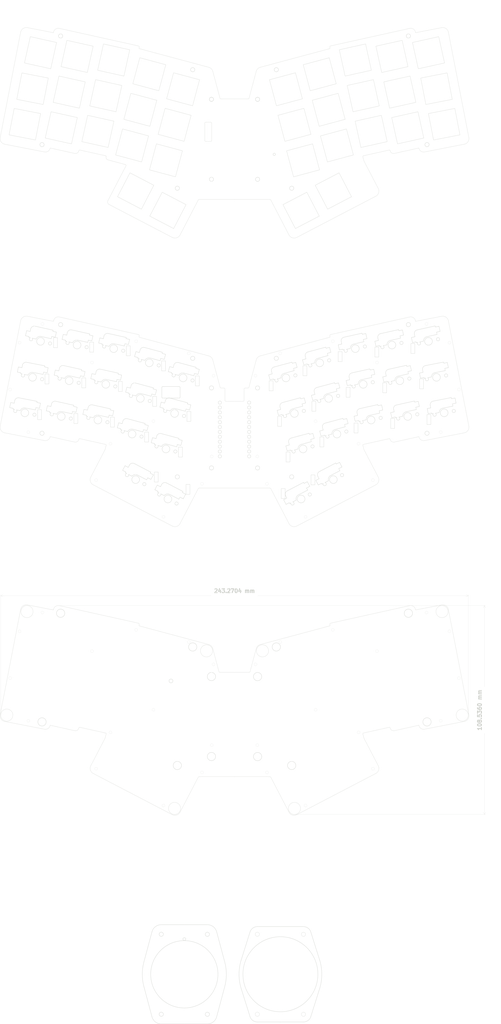
<source format=kicad_pcb>
(kicad_pcb (version 20240108) (generator "pcbnew") (generator_version "8.0")
  (layers (0 "F.Cu" signal) (31 "B.Cu" signal) (34 "B.Paste" user) (35 "F.Paste" user) (36 "B.SilkS" user "B.Silkscreen") (37 "F.SilkS" user "F.Silkscreen") (38 "B.Mask" user) (39 "F.Mask" user) (44 "Edge.Cuts" user))
  (net 0 "")
  (footprint "jw_custom_footprints:MountingHole_2.2mm_M2_cutout" (layer "F.Cu") (at 135.881689 547.242115)
    (property "Reference" "TRH3" (hide yes))
    (property "Value" "Trackpad")
    (fp_circle (center 0 0) (end 1.1 0) (stroke (width 0.15)) (fill none) (layer "Edge.Cuts"))
  )
  (footprint "jw_custom_footprints:CherryMX_Hotswap_cutout_bottom" (layer "F.Cu") (at 87.137206 201.294373 -12.5)
    (property "Reference" "SW3" (hide yes))
    (property "Value" "SW3")
    (fp_line (start -8.255 -1.143) (end -6.367189 -1.143) (stroke (width 0.15)) (layer "Edge.Cuts"))
    (fp_line (start -8.255 -3.8608) (end -8.255 -1.143) (stroke (width 0.15)) (layer "Edge.Cuts"))
    (fp_line (start -8.255 -3.8608) (end -6.367189 -3.8608) (stroke (width 0.15)) (layer "Edge.Cuts"))
    (fp_line (start -6.367189 -0.660001) (end -5.6388 -0.660001) (stroke (width 0.15)) (layer "Edge.Cuts"))
    (fp_line (start -6.367189 -1.143) (end -6.367189 -0.660001) (stroke (width 0.15)) (layer "Edge.Cuts"))
    (fp_line (start -6.367189 -5.207) (end -6.367189 -3.8608) (stroke (width 0.15)) (layer "Edge.Cuts"))
    (fp_line (start -4.5212 -0.6604) (end -2.52319 -0.660001) (stroke (width 0.15)) (layer "Edge.Cuts"))
    (fp_line (start 5.1308 -2.539999) (end -0.263189 -2.54) (stroke (width 0.15)) (layer "Edge.Cuts"))
    (fp_line (start 5.1308 -2.539999) (end 5.1308 -3.758801) (stroke (width 0.15)) (layer "Edge.Cuts"))
    (fp_line (start 5.1308 -6.476601) (end 5.1308 -7.07711) (stroke (width 0.15)) (layer "Edge.Cuts"))
    (fp_line (start 5.1308 -7.07711) (end -4.445 -7.07711) (stroke (width 0.15)) (layer "Edge.Cuts"))
    (fp_line (start 7.018611 -3.758801) (end 5.1308 -3.758801) (stroke (width 0.15)) (layer "Edge.Cuts"))
    (fp_line (start 7.018611 -3.758801) (end 7.018611 -6.476601) (stroke (width 0.15)) (layer "Edge.Cuts"))
    (fp_line (start 7.018611 -6.476601) (end 5.1308 -6.476601) (stroke (width 0.15)) (layer "Edge.Cuts"))
    (fp_arc (start -6.367189 -5.207) (mid -5.798002 -6.544876) (end -4.445 -7.07711) (stroke (width 0.15)) (layer "Edge.Cuts"))
    (fp_arc (start -4.5212 -0.6604) (mid -5.079463 0.844039) (end -5.6388 -0.660001) (stroke (width 0.15)) (layer "Edge.Cuts"))
    (fp_arc (start -2.52319 -0.660001) (mid -1.739045 -2.015763) (end -0.263189 -2.54) (stroke (width 0.15)) (layer "Edge.Cuts"))
    (fp_circle (center 0 0) (end -2 0) (stroke (width 0.15)) (fill none) (layer "Edge.Cuts"))
    (fp_circle (center 5.08 0) (end 4.23 0) (stroke (width 0.15)) (fill none) (layer "Edge.Cuts"))
  )
  (footprint "jw_custom_footprints:CherryMX_Hotswap_cutout_bottom" (layer "F.Cu") (at 44.907845 216.201109 -11)
    (property "Reference" "SW11" (hide yes))
    (property "Value" "SW11")
    (fp_line (start -8.255 -1.143) (end -6.367189 -1.143) (stroke (width 0.15)) (layer "Edge.Cuts"))
    (fp_line (start -8.255 -3.8608) (end -8.255 -1.143) (stroke (width 0.15)) (layer "Edge.Cuts"))
    (fp_line (start -8.255 -3.8608) (end -6.367189 -3.8608) (stroke (width 0.15)) (layer "Edge.Cuts"))
    (fp_line (start -6.367189 -0.660001) (end -5.6388 -0.660001) (stroke (width 0.15)) (layer "Edge.Cuts"))
    (fp_line (start -6.367189 -1.143) (end -6.367189 -0.660001) (stroke (width 0.15)) (layer "Edge.Cuts"))
    (fp_line (start -6.367189 -5.207) (end -6.367189 -3.8608) (stroke (width 0.15)) (layer "Edge.Cuts"))
    (fp_line (start -4.5212 -0.6604) (end -2.52319 -0.660001) (stroke (width 0.15)) (layer "Edge.Cuts"))
    (fp_line (start 5.1308 -2.54) (end -0.263189 -2.54) (stroke (width 0.15)) (layer "Edge.Cuts"))
    (fp_line (start 5.1308 -2.54) (end 5.1308 -3.758801) (stroke (width 0.15)) (layer "Edge.Cuts"))
    (fp_line (start 5.130799 -6.476601) (end 5.1308 -7.07711) (stroke (width 0.15)) (layer "Edge.Cuts"))
    (fp_line (start 5.1308 -7.07711) (end -4.445 -7.07711) (stroke (width 0.15)) (layer "Edge.Cuts"))
    (fp_line (start 7.018611 -3.758801) (end 5.1308 -3.758801) (stroke (width 0.15)) (layer "Edge.Cuts"))
    (fp_line (start 7.018611 -3.758801) (end 7.018611 -6.476601) (stroke (width 0.15)) (layer "Edge.Cuts"))
    (fp_line (start 7.018611 -6.476601) (end 5.130799 -6.476601) (stroke (width 0.15)) (layer "Edge.Cuts"))
    (fp_arc (start -6.367189 -5.207) (mid -5.798002 -6.544876) (end -4.445 -7.07711) (stroke (width 0.15)) (layer "Edge.Cuts"))
    (fp_arc (start -4.5212 -0.6604) (mid -5.079464 0.84404) (end -5.6388 -0.660001) (stroke (width 0.15)) (layer "Edge.Cuts"))
    (fp_arc (start -2.52319 -0.660001) (mid -1.739042 -2.01576) (end -0.263189 -2.54) (stroke (width 0.15)) (layer "Edge.Cuts"))
    (fp_circle (center 0 0) (end -2 0) (stroke (width 0.15)) (fill none) (layer "Edge.Cuts"))
    (fp_circle (center 5.08 0) (end 4.23 0) (stroke (width 0.15)) (fill none) (layer "Edge.Cuts"))
  )
  (footprint "jw_custom_footprints:CherryMX_Hotswap_cutout_bottom" (layer "F.Cu") (at 114.326747 253.430905 -15)
    (property "Reference" "SW25" (hide yes))
    (property "Value" "SW25")
    (fp_line (start -8.255 -1.142998) (end -6.367189 -1.143) (stroke (width 0.15)) (layer "Edge.Cuts"))
    (fp_line (start -8.255 -3.8608) (end -8.255 -1.142998) (stroke (width 0.15)) (layer "Edge.Cuts"))
    (fp_line (start -8.255 -3.8608) (end -6.367189 -3.8608) (stroke (width 0.15)) (layer "Edge.Cuts"))
    (fp_line (start -6.367189 -0.660001) (end -5.6388 -0.660001) (stroke (width 0.15)) (layer "Edge.Cuts"))
    (fp_line (start -6.367189 -1.143) (end -6.367189 -0.660001) (stroke (width 0.15)) (layer "Edge.Cuts"))
    (fp_line (start -6.36719 -5.207) (end -6.367189 -3.8608) (stroke (width 0.15)) (layer "Edge.Cuts"))
    (fp_line (start -4.5212 -0.6604) (end -2.523191 -0.660001) (stroke (width 0.15)) (layer "Edge.Cuts"))
    (fp_line (start 5.1308 -2.54) (end -0.263189 -2.54) (stroke (width 0.15)) (layer "Edge.Cuts"))
    (fp_line (start 5.1308 -2.54) (end 5.130801 -3.758801) (stroke (width 0.15)) (layer "Edge.Cuts"))
    (fp_line (start 5.1308 -6.476601) (end 5.1308 -7.07711) (stroke (width 0.15)) (layer "Edge.Cuts"))
    (fp_line (start 5.1308 -7.07711) (end -4.445 -7.07711) (stroke (width 0.15)) (layer "Edge.Cuts"))
    (fp_line (start 7.018611 -3.758801) (end 5.130801 -3.758801) (stroke (width 0.15)) (layer "Edge.Cuts"))
    (fp_line (start 7.018611 -3.758801) (end 7.018611 -6.476601) (stroke (width 0.15)) (layer "Edge.Cuts"))
    (fp_line (start 7.018611 -6.476601) (end 5.1308 -6.476601) (stroke (width 0.15)) (layer "Edge.Cuts"))
    (fp_arc (start -6.36719 -5.207) (mid -5.798003 -6.544878) (end -4.445 -7.07711) (stroke (width 0.15)) (layer "Edge.Cuts"))
    (fp_arc (start -4.5212 -0.6604) (mid -5.079463 0.84404) (end -5.6388 -0.660001) (stroke (width 0.15)) (layer "Edge.Cuts"))
    (fp_arc (start -2.523191 -0.660001) (mid -1.739045 -2.015763) (end -0.263189 -2.54) (stroke (width 0.15)) (layer "Edge.Cuts"))
    (fp_circle (center 0 0) (end -2 0) (stroke (width 0.15)) (fill none) (layer "Edge.Cuts"))
    (fp_circle (center 5.08 0) (end 4.23 0) (stroke (width 0.15)) (fill none) (layer "Edge.Cuts"))
  )
  (footprint "jw_custom_footprints:CherryMX_Hotswap_cutout_14x14mm" (layer "F.Cu") (at 115.346806 129.438752 -27.5)
    (property "Reference" "SW32" (hide yes))
    (property "Value" "SW32")
    (fp_poly (pts (xy -7 -7) (xy 7 -7) (xy 7 7) (xy -7 7)) (stroke (width 0.12)) (fill none) (layer "Edge.Cuts"))
  )
  (footprint "jw_custom_footprints:MountingHole_4.3mm_M4_cutout" (layer "F.Cu") (at 171.749946 356.333655)
    (property "Reference" "TH3" (hide yes))
    (property "Value" "Spacing plate")
    (fp_circle (center 0 0) (end 2.15 0) (stroke (width 0.15)) (fill none) (layer "Edge.Cuts"))
  )
  (footprint "jw_custom_footprints:MountingHole_2.2mm_M2_cutout" (layer "F.Cu") (at 162.000212 221.732937)
    (property "Reference" "TRH2" (hide yes))
    (property "Value" "Trackpad")
    (fp_circle (center 0 0) (end 1.1 0) (stroke (width 0.15)) (fill none) (layer "Edge.Cuts"))
  )
  (footprint "jw_custom_footprints:CherryMX_Hotswap_cutout_14x14mm" (layer "F.Cu") (at 255.092167 66.200943 11)
    (property "Reference" "SW20" (hide yes))
    (property "Value" "SW20")
    (fp_poly (pts (xy -7 -7) (xy 7 -7) (xy 7 7) (xy -7 7)) (stroke (width 0.12)) (fill none) (layer "Edge.Cuts"))
  )
  (footprint "jw_custom_footprints:MountingHole_2.2mm_M2_cutout" (layer "F.Cu") (at 49.838179 245.268994)
    (property "Reference" "TH8" (hide yes))
    (property "Value" "Spacing plate")
    (fp_circle (center 0 0) (end 1.1 0) (stroke (width 0.15)) (fill none) (layer "Edge.Cuts"))
  )
  (footprint "jw_custom_footprints:CherryMX_Hotswap_cutout_bottom" (layer "F.Cu") (at 78.912466 238.393777 -12.5)
    (property "Reference" "SW23" (hide yes))
    (property "Value" "SW23")
    (fp_line (start -8.255 -1.143) (end -6.367189 -1.143) (stroke (width 0.15)) (layer "Edge.Cuts"))
    (fp_line (start -8.255 -3.8608) (end -8.255 -1.143) (stroke (width 0.15)) (layer "Edge.Cuts"))
    (fp_line (start -8.255 -3.8608) (end -6.367189 -3.8608) (stroke (width 0.15)) (layer "Edge.Cuts"))
    (fp_line (start -6.367189 -0.660001) (end -5.6388 -0.660001) (stroke (width 0.15)) (layer "Edge.Cuts"))
    (fp_line (start -6.367189 -1.143) (end -6.367189 -0.660001) (stroke (width 0.15)) (layer "Edge.Cuts"))
    (fp_line (start -6.367189 -5.207) (end -6.367189 -3.8608) (stroke (width 0.15)) (layer "Edge.Cuts"))
    (fp_line (start -4.5212 -0.6604) (end -2.52319 -0.660001) (stroke (width 0.15)) (layer "Edge.Cuts"))
    (fp_line (start 5.1308 -2.539999) (end -0.263189 -2.54) (stroke (width 0.15)) (layer "Edge.Cuts"))
    (fp_line (start 5.1308 -2.539999) (end 5.1308 -3.758801) (stroke (width 0.15)) (layer "Edge.Cuts"))
    (fp_line (start 5.1308 -6.476601) (end 5.1308 -7.07711) (stroke (width 0.15)) (layer "Edge.Cuts"))
    (fp_line (start 5.1308 -7.07711) (end -4.445 -7.07711) (stroke (width 0.15)) (layer "Edge.Cuts"))
    (fp_line (start 7.018611 -3.758801) (end 5.1308 -3.758801) (stroke (width 0.15)) (layer "Edge.Cuts"))
    (fp_line (start 7.018611 -3.758801) (end 7.018611 -6.476601) (stroke (width 0.15)) (layer "Edge.Cuts"))
    (fp_line (start 7.018611 -6.476601) (end 5.1308 -6.476601) (stroke (width 0.15)) (layer "Edge.Cuts"))
    (fp_arc (start -6.367189 -5.207) (mid -5.798002 -6.544876) (end -4.445 -7.07711) (stroke (width 0.15)) (layer "Edge.Cuts"))
    (fp_arc (start -4.5212 -0.6604) (mid -5.079463 0.844039) (end -5.6388 -0.660001) (stroke (width 0.15)) (layer "Edge.Cuts"))
    (fp_arc (start -2.52319 -0.660001) (mid -1.739045 -2.015763) (end -0.263189 -2.54) (stroke (width 0.15)) (layer "Edge.Cuts"))
    (fp_circle (center 0 0) (end -2 0) (stroke (width 0.15)) (fill none) (layer "Edge.Cuts"))
    (fp_circle (center 5.08 0) (end 4.23 0) (stroke (width 0.15)) (fill none) (layer "Edge.Cuts"))
  )
  (footprint "jw_custom_footprints:CherryMX_Hotswap_cutout_bottom" (layer "F.Cu") (at 59.86566 236.52684 -12.5)
    (property "Reference" "SW22" (hide yes))
    (property "Value" "SW22")
    (fp_line (start -8.255 -1.143) (end -6.367189 -1.143) (stroke (width 0.15)) (layer "Edge.Cuts"))
    (fp_line (start -8.255 -3.8608) (end -8.255 -1.143) (stroke (width 0.15)) (layer "Edge.Cuts"))
    (fp_line (start -8.255 -3.8608) (end -6.367189 -3.8608) (stroke (width 0.15)) (layer "Edge.Cuts"))
    (fp_line (start -6.367189 -0.660001) (end -5.6388 -0.660001) (stroke (width 0.15)) (layer "Edge.Cuts"))
    (fp_line (start -6.367189 -1.143) (end -6.367189 -0.660001) (stroke (width 0.15)) (layer "Edge.Cuts"))
    (fp_line (start -6.367189 -5.207) (end -6.367189 -3.8608) (stroke (width 0.15)) (layer "Edge.Cuts"))
    (fp_line (start -4.5212 -0.6604) (end -2.52319 -0.660001) (stroke (width 0.15)) (layer "Edge.Cuts"))
    (fp_line (start 5.1308 -2.539999) (end -0.263189 -2.54) (stroke (width 0.15)) (layer "Edge.Cuts"))
    (fp_line (start 5.1308 -2.539999) (end 5.1308 -3.758801) (stroke (width 0.15)) (layer "Edge.Cuts"))
    (fp_line (start 5.1308 -6.476601) (end 5.1308 -7.07711) (stroke (width 0.15)) (layer "Edge.Cuts"))
    (fp_line (start 5.1308 -7.07711) (end -4.445 -7.07711) (stroke (width 0.15)) (layer "Edge.Cuts"))
    (fp_line (start 7.018611 -3.758801) (end 5.1308 -3.758801) (stroke (width 0.15)) (layer "Edge.Cuts"))
    (fp_line (start 7.018611 -3.758801) (end 7.018611 -6.476601) (stroke (width 0.15)) (layer "Edge.Cuts"))
    (fp_line (start 7.018611 -6.476601) (end 5.1308 -6.476601) (stroke (width 0.15)) (layer "Edge.Cuts"))
    (fp_arc (start -6.367189 -5.207) (mid -5.798002 -6.544876) (end -4.445 -7.07711) (stroke (width 0.15)) (layer "Edge.Cuts"))
    (fp_arc (start -4.5212 -0.6604) (mid -5.079463 0.844039) (end -5.6388 -0.660001) (stroke (width 0.15)) (layer "Edge.Cuts"))
    (fp_arc (start -2.52319 -0.660001) (mid -1.739045 -2.015763) (end -0.263189 -2.54) (stroke (width 0.15)) (layer "Edge.Cuts"))
    (fp_circle (center 0 0) (end -2 0) (stroke (width 0.15)) (fill none) (layer "Edge.Cuts"))
    (fp_circle (center 5.08 0) (end 4.23 0) (stroke (width 0.15)) (fill none) (layer "Edge.Cuts"))
  )
  (footprint "jw_custom_footprints:CherryMX_Hotswap_cutout_14x14mm" (layer "F.Cu") (at 203.29311 95.691064 15)
    (property "Reference" "SW27" (hide yes))
    (property "Value" "SW27")
    (fp_poly (pts (xy -7 -7) (xy 7 -7) (xy 7 7) (xy -7 7)) (stroke (width 0.12)) (fill none) (layer "Edge.Cuts"))
  )
  (footprint "jw_custom_footprints:CherryMX_Hotswap_cutout_bottom" (layer "F.Cu") (at 198.991092 227.169816 15)
    (property "Reference" "SW17" (hide yes))
    (property "Value" "SW17")
    (fp_line (start -8.255 -3.8608) (end -8.255 -1.143) (stroke (width 0.15)) (layer "Edge.Cuts"))
    (fp_line (start -8.255 -3.8608) (end -6.367189 -3.8608) (stroke (width 0.15)) (layer "Edge.Cuts"))
    (fp_line (start -8.255 -1.143) (end -6.367189 -1.142998) (stroke (width 0.15)) (layer "Edge.Cuts"))
    (fp_line (start -6.367189 -5.207) (end -6.367189 -3.8608) (stroke (width 0.15)) (layer "Edge.Cuts"))
    (fp_line (start -6.367189 -1.142998) (end -6.367189 -0.660001) (stroke (width 0.15)) (layer "Edge.Cuts"))
    (fp_line (start -6.367189 -0.660001) (end -5.6388 -0.660001) (stroke (width 0.15)) (layer "Edge.Cuts"))
    (fp_line (start -4.5212 -0.6604) (end -2.52319 -0.660001) (stroke (width 0.15)) (layer "Edge.Cuts"))
    (fp_line (start 5.1308 -7.07711) (end -4.445 -7.07711) (stroke (width 0.15)) (layer "Edge.Cuts"))
    (fp_line (start 5.1308 -6.476601) (end 5.1308 -7.07711) (stroke (width 0.15)) (layer "Edge.Cuts"))
    (fp_line (start 5.1308 -2.54) (end -0.263189 -2.54) (stroke (width 0.15)) (layer "Edge.Cuts"))
    (fp_line (start 5.1308 -2.54) (end 5.1308 -3.758801) (stroke (width 0.15)) (layer "Edge.Cuts"))
    (fp_line (start 7.018611 -6.476601) (end 5.1308 -6.476601) (stroke (width 0.15)) (layer "Edge.Cuts"))
    (fp_line (start 7.018611 -3.758801) (end 5.1308 -3.758801) (stroke (width 0.15)) (layer "Edge.Cuts"))
    (fp_line (start 7.018611 -3.758801) (end 7.018611 -6.476601) (stroke (width 0.15)) (layer "Edge.Cuts"))
    (fp_arc (start -6.367189 -5.207) (mid -5.798002 -6.544877) (end -4.445 -7.07711) (stroke (width 0.15)) (layer "Edge.Cuts"))
    (fp_arc (start -4.5212 -0.6604) (mid -5.079464 0.844041) (end -5.6388 -0.660001) (stroke (width 0.15)) (layer "Edge.Cuts"))
    (fp_arc (start -2.52319 -0.660001) (mid -1.739042 -2.01576) (end -0.263189 -2.54) (stroke (width 0.15)) (layer "Edge.Cuts"))
    (fp_circle (center 0 0) (end -2 0) (stroke (width 0.15)) (fill none) (layer "Edge.Cuts"))
    (fp_circle (center 5.08 0) (end 4.23 0) (stroke (width 0.15)) (fill none) (layer "Edge.Cuts"))
  )
  (footprint "jw_custom_footprints:CherryMX_Hotswap_cutout_bottom" (layer "F.Cu") (at 118.828411 234.97482 -15)
    (property "Reference" "SW15" (hide yes))
    (property "Value" "SW15")
    (fp_line (start -8.255 -1.142998) (end -6.367189 -1.143) (stroke (width 0.15)) (layer "Edge.Cuts"))
    (fp_line (start -8.255 -3.8608) (end -8.255 -1.142998) (stroke (width 0.15)) (layer "Edge.Cuts"))
    (fp_line (start -8.255 -3.8608) (end -6.367189 -3.8608) (stroke (width 0.15)) (layer "Edge.Cuts"))
    (fp_line (start -6.367189 -0.660001) (end -5.6388 -0.660001) (stroke (width 0.15)) (layer "Edge.Cuts"))
    (fp_line (start -6.367189 -1.143) (end -6.367189 -0.660001) (stroke (width 0.15)) (layer "Edge.Cuts"))
    (fp_line (start -6.36719 -5.207) (end -6.367189 -3.8608) (stroke (width 0.15)) (layer "Edge.Cuts"))
    (fp_line (start -4.5212 -0.6604) (end -2.523191 -0.660001) (stroke (width 0.15)) (layer "Edge.Cuts"))
    (fp_line (start 5.1308 -2.54) (end -0.263189 -2.54) (stroke (width 0.15)) (layer "Edge.Cuts"))
    (fp_line (start 5.1308 -2.54) (end 5.130801 -3.758801) (stroke (width 0.15)) (layer "Edge.Cuts"))
    (fp_line (start 5.1308 -6.476601) (end 5.1308 -7.07711) (stroke (width 0.15)) (layer "Edge.Cuts"))
    (fp_line (start 5.1308 -7.07711) (end -4.445 -7.07711) (stroke (width 0.15)) (layer "Edge.Cuts"))
    (fp_line (start 7.018611 -3.758801) (end 5.130801 -3.758801) (stroke (width 0.15)) (layer "Edge.Cuts"))
    (fp_line (start 7.018611 -3.758801) (end 7.018611 -6.476601) (stroke (width 0.15)) (layer "Edge.Cuts"))
    (fp_line (start 7.018611 -6.476601) (end 5.1308 -6.476601) (stroke (width 0.15)) (layer "Edge.Cuts"))
    (fp_arc (start -6.36719 -5.207) (mid -5.798003 -6.544878) (end -4.445 -7.07711) (stroke (width 0.15)) (layer "Edge.Cuts"))
    (fp_arc (start -4.5212 -0.6604) (mid -5.079463 0.84404) (end -5.6388 -0.660001) (stroke (width 0.15)) (layer "Edge.Cuts"))
    (fp_arc (start -2.523191 -0.660001) (mid -1.739045 -2.015763) (end -0.263189 -2.54) (stroke (width 0.15)) (layer "Edge.Cuts"))
    (fp_circle (center 0 0) (end -2 0) (stroke (width 0.15)) (fill none) (layer "Edge.Cuts"))
    (fp_circle (center 5.08 0) (end 4.23 0) (stroke (width 0.15)) (fill none) (layer "Edge.Cuts"))
  )
  (footprint "jw_custom_footprints:CherryMX_Hotswap_cutout_bottom" (layer "F.Cu") (at 68.090192 199.428373 -12.5)
    (property "Reference" "SW2" (hide yes))
    (property "Value" "SW2")
    (fp_line (start -8.255 -1.143) (end -6.367189 -1.143) (stroke (width 0.15)) (layer "Edge.Cuts"))
    (fp_line (start -8.255 -3.8608) (end -8.255 -1.143) (stroke (width 0.15)) (layer "Edge.Cuts"))
    (fp_line (start -8.255 -3.8608) (end -6.367189 -3.8608) (stroke (width 0.15)) (layer "Edge.Cuts"))
    (fp_line (start -6.367189 -0.660001) (end -5.6388 -0.660001) (stroke (width 0.15)) (layer "Edge.Cuts"))
    (fp_line (start -6.367189 -1.143) (end -6.367189 -0.660001) (stroke (width 0.15)) (layer "Edge.Cuts"))
    (fp_line (start -6.367189 -5.207) (end -6.367189 -3.8608) (stroke (width 0.15)) (layer "Edge.Cuts"))
    (fp_line (start -4.5212 -0.6604) (end -2.52319 -0.660001) (stroke (width 0.15)) (layer "Edge.Cuts"))
    (fp_line (start 5.1308 -2.539999) (end -0.263189 -2.54) (stroke (width 0.15)) (layer "Edge.Cuts"))
    (fp_line (start 5.1308 -2.539999) (end 5.1308 -3.758801) (stroke (width 0.15)) (layer "Edge.Cuts"))
    (fp_line (start 5.1308 -6.476601) (end 5.1308 -7.07711) (stroke (width 0.15)) (layer "Edge.Cuts"))
    (fp_line (start 5.1308 -7.07711) (end -4.445 -7.07711) (stroke (width 0.15)) (layer "Edge.Cuts"))
    (fp_line (start 7.018611 -3.758801) (end 5.1308 -3.758801) (stroke (width 0.15)) (layer "Edge.Cuts"))
    (fp_line (start 7.018611 -3.758801) (end 7.018611 -6.476601) (stroke (width 0.15)) (layer "Edge.Cuts"))
    (fp_line (start 7.018611 -6.476601) (end 5.1308 -6.476601) (stroke (width 0.15)) (layer "Edge.Cuts"))
    (fp_arc (start -6.367189 -5.207) (mid -5.798002 -6.544876) (end -4.445 -7.07711) (stroke (width 0.15)) (layer "Edge.Cuts"))
    (fp_arc (start -4.5212 -0.6604) (mid -5.079463 0.844039) (end -5.6388 -0.660001) (stroke (width 0.15)) (layer "Edge.Cuts"))
    (fp_arc (start -2.52319 -0.660001) (mid -1.739045 -2.015763) (end -0.263189 -2.54) (stroke (width 0.15)) (layer "Edge.Cuts"))
    (fp_circle (center 0 0) (end -2 0) (stroke (width 0.15)) (fill none) (layer "Edge.Cuts"))
    (fp_circle (center 5.08 0) (end 4.23 0) (stroke (width 0.15)) (fill none) (layer "Edge.Cuts"))
  )
  (footprint "jw_custom_footprints:CherryMX_Hotswap_cutout_bottom" (layer "F.Cu") (at 231.909832 199.428373 12.5)
    (property "Reference" "SW9" (hide yes))
    (property "Value" "SW9")
    (fp_line (start -8.255 -3.8608) (end -8.255 -1.143) (stroke (width 0.15)) (layer "Edge.Cuts"))
    (fp_line (start -8.255 -3.8608) (end -6.367189 -3.8608) (stroke (width 0.15)) (layer "Edge.Cuts"))
    (fp_line (start -8.255 -1.143) (end -6.367189 -1.143) (stroke (width 0.15)) (layer "Edge.Cuts"))
    (fp_line (start -6.367189 -5.207) (end -6.367189 -3.8608) (stroke (width 0.15)) (layer "Edge.Cuts"))
    (fp_line (start -6.367189 -1.143) (end -6.36719 -0.660001) (stroke (width 0.15)) (layer "Edge.Cuts"))
    (fp_line (start -6.36719 -0.660001) (end -5.6388 -0.660001) (stroke (width 0.15)) (layer "Edge.Cuts"))
    (fp_line (start -4.5212 -0.6604) (end -2.52319 -0.660001) (stroke (width 0.15)) (layer "Edge.Cuts"))
    (fp_line (start 5.1308 -7.07711) (end -4.445 -7.07711) (stroke (width 0.15)) (layer "Edge.Cuts"))
    (fp_line (start 5.1308 -6.476601) (end 5.1308 -7.07711) (stroke (width 0.15)) (layer "Edge.Cuts"))
    (fp_line (start 5.1308 -2.54) (end -0.263189 -2.54) (stroke (width 0.15)) (layer "Edge.Cuts"))
    (fp_line (start 5.1308 -2.54) (end 5.1308 -3.758801) (stroke (width 0.15)) (layer "Edge.Cuts"))
    (fp_line (start 7.018611 -6.476601) (end 5.1308 -6.476601) (stroke (width 0.15)) (layer "Edge.Cuts"))
    (fp_line (start 7.018611 -3.758801) (end 5.1308 -3.758801) (stroke (width 0.15)) (layer "Edge.Cuts"))
    (fp_line (start 7.018611 -3.758801) (end 7.018611 -6.476601) (stroke (width 0.15)) (layer "Edge.Cuts"))
    (fp_arc (start -6.367189 -5.207) (mid -5.798003 -6.544877) (end -4.445 -7.07711) (stroke (width 0.15)) (layer "Edge.Cuts"))
    (fp_arc (start -4.5212 -0.6604) (mid -5.079464 0.84404) (end -5.6388 -0.660001) (stroke (width 0.15)) (layer "Edge.Cuts"))
    (fp_arc (start -2.52319 -0.660001) (mid -1.739043 -2.01576) (end -0.263189 -2.54) (stroke (width 0.15)) (layer "Edge.Cuts"))
    (fp_circle (center 0 0) (end -2 0) (stroke (width 0.15)) (fill none) (layer "Edge.Cuts"))
    (fp_circle (center 5.08 0) (end 4.23 0) (stroke (width 0.15)) (fill none) (layer "Edge.Cuts"))
  )
  (footprint "jw_custom_footprints:MountingHole_2.2mm_M2_cutout" (layer "F.Cu") (at 138.000212 221.706697)
    (property "Reference" "TRH1" (hide yes))
    (property "Value" "Trackpad")
    (fp_circle (center 0 0) (end 1.1 0) (stroke (width 0.15)) (fill none) (layer "Edge.Cuts"))
  )
  (footprint "jw_custom_footprints:MountingHole_4.3mm_M4_cutout" (layer "F.Cu") (at 162.000012 413.302957)
    (property "Reference" "TRH3" (hide yes))
    (property "Value" "Trackpad")
    (fp_circle (center 0 0) (end 2.15 0) (stroke (width 0.15)) (fill none) (layer "Edge.Cuts"))
  )
  (footprint "jw_custom_footprints:CherryMX_Hotswap_cutout_bottom" (layer "F.Cu") (at 115.346818 279.438918 -27.5)
    (property "Reference" "SW32" (hide yes))
    (property "Value" "SW32")
    (fp_line (start -8.255 -1.143) (end -6.367189 -1.143) (stroke (width 0.15)) (layer "Edge.Cuts"))
    (fp_line (start -8.255 -3.8608) (end -8.255 -1.143) (stroke (width 0.15)) (layer "Edge.Cuts"))
    (fp_line (start -8.255 -3.8608) (end -6.367189 -3.8608) (stroke (width 0.15)) (layer "Edge.Cuts"))
    (fp_line (start -6.367189 -0.660001) (end -5.6388 -0.660001) (stroke (width 0.15)) (layer "Edge.Cuts"))
    (fp_line (start -6.367189 -1.143) (end -6.367189 -0.660001) (stroke (width 0.15)) (layer "Edge.Cuts"))
    (fp_line (start -4.5212 -0.6604) (end -2.52319 -0.660002) (stroke (width 0.15)) (layer "Edge.Cuts"))
    (fp_line (start -6.367189 -5.207) (end -6.367189 -3.8608) (stroke (width 0.15)) (layer "Edge.Cuts"))
    (fp_line (start 5.1308 -2.54) (end -0.263189 -2.54) (stroke (width 0.15)) (layer "Edge.Cuts"))
    (fp_line (start 5.1308 -2.54) (end 5.1308 -3.7588) (stroke (width 0.15)) (layer "Edge.Cuts"))
    (fp_line (start 5.1308 -6.476601) (end 5.1308 -7.07711) (stroke (width 0.15)) (layer "Edge.Cuts"))
    (fp_line (start 5.1308 -7.07711) (end -4.445 -7.07711) (stroke (width 0.15)) (layer "Edge.Cuts"))
    (fp_line (start 7.018611 -3.758801) (end 5.1308 -3.7588) (stroke (width 0.15)) (layer "Edge.Cuts"))
    (fp_line (start 7.018611 -3.758801) (end 7.018612 -6.476601) (stroke (width 0.15)) (layer "Edge.Cuts"))
    (fp_line (start 7.018612 -6.476601) (end 5.1308 -6.476601) (stroke (width 0.15)) (layer "Edge.Cuts"))
    (fp_arc (start -4.5212 -0.6604) (mid -5.079464 0.84404) (end -5.6388 -0.660001) (stroke (width 0.15)) (layer "Edge.Cuts"))
    (fp_arc (start -6.367189 -5.207) (mid -5.798004 -6.544879) (end -4.445 -7.07711) (stroke (width 0.15)) (layer "Edge.Cuts"))
    (fp_arc (start -2.52319 -0.660002) (mid -1.739042 -2.01576) (end -0.263189 -2.54) (stroke (width 0.15)) (layer "Edge.Cuts"))
    (fp_circle (center 0 0) (end -2 0) (stroke (width 0.15)) (fill none) (layer "Edge.Cuts"))
    (fp_circle (center 5.08 0) (end 4.23 0) (stroke (width 0.15)) (fill none) (layer "Edge.Cuts"))
  )
  (footprint "jw_custom_footprints:MountingHole_2.2mm_M2_cutout" (layer "F.Cu") (at 162.000215 71.733371)
    (property "Reference" "TRH2" (hide yes))
    (property "Value" "Trackpad")
    (fp_circle (center 0 0) (end 1.1 0) (stroke (width 0.15)) (fill none) (layer "Edge.Cuts"))
  )
  (footprint "jw_custom_footprints:CherryMX_Hotswap_cutout_14x14mm" (layer "F.Cu") (at 176.759887 66.504391 15)
    (property "Reference" "SW6" (hide yes))
    (property "Value" "SW6")
    (fp_poly (pts (xy -7 -7) (xy 7 -7) (xy 7 7) (xy -7 7)) (stroke (width 0.12)) (fill none) (layer "Edge.Cuts"))
  )
  (footprint "jw_custom_footprints:MountingHole_2.2mm_M2_cutout" (layer "F.Cu") (at 162.000215 113.302591)
    (property "Reference" "TRH3" (hide yes))
    (property "Value" "Trackpad")
    (fp_circle (center 0 0) (end 1.1 0) (stroke (width 0.15)) (fill none) (layer "Edge.Cuts"))
  )
  (footprint "jw_custom_footprints:CherryMX_Hotswap_cutout_14x14mm" (layer "F.Cu") (at 118.828399 84.974654 -15)
    (property "Reference" "SW15" (hide yes))
    (property "Value" "SW15")
    (fp_poly (pts (xy -7 -7) (xy 7 -7) (xy 7 7) (xy -7 7)) (stroke (width 0.12)) (fill none) (layer "Edge.Cuts"))
  )
  (footprint "jw_custom_footprints:CherryMX_Hotswap_cutout_14x14mm" (layer "F.Cu") (at 83.02485 69.843791 -12.5)
    (property "Reference" "SW13" (hide yes))
    (property "Value" "SW13")
    (fp_poly (pts (xy -7 -7) (xy 7 -7) (xy 7 7) (xy -7 7)) (stroke (width 0.12)) (fill none) (layer "Edge.Cuts"))
  )
  (footprint "jw_custom_footprints:MountingHole_2.2mm_M2_cutout" (layer "F.Cu") (at 135.881689 505.672895)
    (property "Reference" "TRH2" (hide yes))
    (property "Value" "Trackpad")
    (fp_circle (center 0 0) (end 1.1 0) (stroke (width 0.15)) (fill none) (layer "Edge.Cuts"))
  )
  (footprint "jw_custom_footprints:MountingHole_2.2mm_M2_cutout" (layer "F.Cu") (at 128.250066 56.333489)
    (property "Reference" "TH2" (hide yes))
    (property "Value" "Spacing plate")
    (fp_circle (center 0 0) (end 1.1 0) (stroke (width 0.15)) (fill none) (layer "Edge.Cuts"))
  )
  (footprint "jw_custom_footprints:CherryMX_Hotswap_cutout_14x14mm" (layer "F.Cu") (at 114.326735 103.430739 -15)
    (property "Reference" "SW25" (hide yes))
    (property "Value" "SW25")
    (fp_poly (pts (xy -7 -7) (xy 7 -7) (xy 7 7) (xy -7 7)) (stroke (width 0.12)) (fill none) (layer "Edge.Cuts"))
  )
  (footprint "jw_custom_footprints:MountingHole_2.2mm_M2_cutout" (layer "F.Cu") (at 120.249066 117.928489)
    (property "Reference" "TH7" (hide yes))
    (property "Value" "Spacing plate")
    (fp_circle (center 0 0) (end 1.1 0) (stroke (width 0.15)) (fill none) (layer "Edge.Cuts"))
  )
  (footprint "jw_custom_footprints:CherryMX_Hotswap_cutout_bottom" (layer "F.Cu") (at 49.063756 197.501655 -12.5)
    (property "Reference" "SW1" (hide yes))
    (property "Value" "SW1")
    (fp_line (start -8.255 -1.143) (end -6.367189 -1.143) (stroke (width 0.15)) (layer "Edge.Cuts"))
    (fp_line (start -8.255 -3.8608) (end -8.255 -1.143) (stroke (width 0.15)) (layer "Edge.Cuts"))
    (fp_line (start -8.255 -3.8608) (end -6.367189 -3.8608) (stroke (width 0.15)) (layer "Edge.Cuts"))
    (fp_line (start -6.367189 -0.660001) (end -5.6388 -0.660001) (stroke (width 0.15)) (layer "Edge.Cuts"))
    (fp_line (start -6.367189 -1.143) (end -6.367189 -0.660001) (stroke (width 0.15)) (layer "Edge.Cuts"))
    (fp_line (start -6.367189 -5.207) (end -6.367189 -3.8608) (stroke (width 0.15)) (layer "Edge.Cuts"))
    (fp_line (start -4.5212 -0.6604) (end -2.52319 -0.660001) (stroke (width 0.15)) (layer "Edge.Cuts"))
    (fp_line (start 5.1308 -2.539999) (end -0.263189 -2.54) (stroke (width 0.15)) (layer "Edge.Cuts"))
    (fp_line (start 5.1308 -2.539999) (end 5.1308 -3.758801) (stroke (width 0.15)) (layer "Edge.Cuts"))
    (fp_line (start 5.1308 -6.476601) (end 5.1308 -7.07711) (stroke (width 0.15)) (layer "Edge.Cuts"))
    (fp_line (start 5.1308 -7.07711) (end -4.445 -7.07711) (stroke (width 0.15)) (layer "Edge.Cuts"))
    (fp_line (start 7.018611 -3.758801) (end 5.1308 -3.758801) (stroke (width 0.15)) (layer "Edge.Cuts"))
    (fp_line (start 7.018611 -3.758801) (end 7.018611 -6.476601) (stroke (width 0.15)) (layer "Edge.Cuts"))
    (fp_line (start 7.018611 -6.476601) (end 5.1308 -6.476601) (stroke (width 0.15)) (layer "Edge.Cuts"))
    (fp_arc (start -6.367189 -5.207) (mid -5.798002 -6.544876) (end -4.445 -7.07711) (stroke (width 0.15)) (layer "Edge.Cuts"))
    (fp_arc (start -4.5212 -0.6604) (mid -5.079463 0.844039) (end -5.6388 -0.660001) (stroke (width 0.15)) (layer "Edge.Cuts"))
    (fp_arc (start -2.52319 -0.660001) (mid -1.739045 -2.015763) (end -0.263189 -2.54) (stroke (width 0.15)) (layer "Edge.Cuts"))
    (fp_circle (center 0 0) (end -2 0) (stroke (width 0.15)) (fill none) (layer "Edge.Cuts"))
    (fp_circle (center 5.08 0) (end 4.23 0) (stroke (width 0.15)) (fill none) (layer "Edge.Cuts"))
  )
  (footprint "jw_custom_footprints:MountingHole_2.2mm_M2_cutout" (layer "F.Cu") (at 171.749946 206.333655)
    (property "Reference" "TH3" (hide yes))
    (property "Value" "Spacing plate")
    (fp_circle (center 0 0) (end 1.1 0) (stroke (width 0.15)) (fill none) (layer "Edge.Cuts"))
  )
  (footprint "jw_custom_footprints:CherryMX_Hotswap_cutout_bottom" (layer "F.Cu") (at 216.975162 219.843957 12.5)
    (property "Reference" "SW18" (hide yes))
    (property "Value" "SW18")
    (fp_line (start -8.255 -3.8608) (end -8.255 -1.143) (stroke (width 0.15)) (layer "Edge.Cuts"))
    (fp_line (start -8.255 -3.8608) (end -6.367189 -3.8608) (stroke (width 0.15)) (layer "Edge.Cuts"))
    (fp_line (start -8.255 -1.143) (end -6.367189 -1.143) (stroke (width 0.15)) (layer "Edge.Cuts"))
    (fp_line (start -6.367189 -5.207) (end -6.367189 -3.8608) (stroke (width 0.15)) (layer "Edge.Cuts"))
    (fp_line (start -6.367189 -1.143) (end -6.36719 -0.660001) (stroke (width 0.15)) (layer "Edge.Cuts"))
    (fp_line (start -6.36719 -0.660001) (end -5.6388 -0.660001) (stroke (width 0.15)) (layer "Edge.Cuts"))
    (fp_line (start -4.5212 -0.6604) (end -2.52319 -0.660001) (stroke (width 0.15)) (layer "Edge.Cuts"))
    (fp_line (start 5.1308 -7.07711) (end -4.445 -7.07711) (stroke (width 0.15)) (layer "Edge.Cuts"))
    (fp_line (start 5.1308 -6.476601) (end 5.1308 -7.07711) (stroke (width 0.15)) (layer "Edge.Cuts"))
    (fp_line (start 5.1308 -2.54) (end -0.263189 -2.54) (stroke (width 0.15)) (layer "Edge.Cuts"))
    (fp_line (start 5.1308 -2.54) (end 5.1308 -3.758801) (stroke (width 0.15)) (layer "Edge.Cuts"))
    (fp_line (start 7.018611 -6.476601) (end 5.1308 -6.476601) (stroke (width 0.15)) (layer "Edge.Cuts"))
    (fp_line (start 7.018611 -3.758801) (end 5.1308 -3.758801) (stroke (width 0.15)) (layer "Edge.Cuts"))
    (fp_line (start 7.018611 -3.758801) (end 7.018611 -6.476601) (stroke (width 0.15)) (layer "Edge.Cuts"))
    (fp_arc (start -6.367189 -5.207) (mid -5.798003 -6.544877) (end -4.445 -7.07711) (stroke (width 0.15)) (layer "Edge.Cuts"))
    (fp_arc (start -4.5212 -0.6604) (mid -5.079464 0.84404) (end -5.6388 -0.660001) (stroke (width 0.15)) (layer "Edge.Cuts"))
    (fp_arc (start -2.52319 -0.660001) (mid -1.739043 -2.01576) (end -0.263189 -2.54) (stroke (width 0.15)) (layer "Edge.Cuts"))
    (fp_circle (center 0 0) (end -2 0) (stroke (width 0.15)) (fill none) (layer "Edge.Cuts"))
    (fp_circle (center 5.08 0) (end 4.23 0) (stroke (width 0.15)) (fill none) (layer "Edge.Cuts"))
  )
  (footprint "jw_custom_footprints:MountingHole_4.3mm_M4_cutout" (layer "F.Cu") (at 120.249078 417.928655)
    (property "Reference" "TH7" (hide yes))
    (property "Value" "Spacing plate")
    (fp_circle (center 0 0) (end 2.15 0) (stroke (width 0.15)) (fill none) (layer "Edge.Cuts"))
  )
  (footprint "jw_custom_footprints:MountingHole_2.2mm_M2_cutout" (layer "F.Cu") (at 250.161845 245.268994)
    (property "Reference" "TH5" (hide yes))
    (property "Value" "Spacing plate")
    (fp_circle (center 0 0) (end 1.1 0) (stroke (width 0.15)) (fill none) (layer "Edge.Cuts"))
  )
  (footprint "jw_custom_footprints:CherryMX_Hotswap_cutout_14x14mm" (layer "F.Cu") (at 194.335582 58.688589 15)
    (property "Reference" "SW7" (hide yes))
    (property "Value" "SW7")
    (fp_poly (pts (xy -7 -7) (xy 7 -7) (xy 7 7) (xy -7 7)) (stroke (width 0.12)) (fill none) (layer "Edge.Cuts"))
  )
  (footprint "jw_custom_footprints:CherryMX_Hotswap_cutout_bottom" (layer "F.Cu") (at 96.706902 245.69123 -15)
    (property "Reference" "SW24" (hide yes))
    (property "Value" "SW24")
    (fp_line (start -8.255 -1.142998) (end -6.367189 -1.143) (stroke (width 0.15)) (layer "Edge.Cuts"))
    (fp_line (start -8.255 -3.8608) (end -8.255 -1.142998) (stroke (width 0.15)) (layer "Edge.Cuts"))
    (fp_line (start -8.255 -3.8608) (end -6.367189 -3.8608) (stroke (width 0.15)) (layer "Edge.Cuts"))
    (fp_line (start -6.367189 -0.660001) (end -5.6388 -0.660001) (stroke (width 0.15)) (layer "Edge.Cuts"))
    (fp_line (start -6.367189 -1.143) (end -6.367189 -0.660001) (stroke (width 0.15)) (layer "Edge.Cuts"))
    (fp_line (start -6.36719 -5.207) (end -6.367189 -3.8608) (stroke (width 0.15)) (layer "Edge.Cuts"))
    (fp_line (start -4.5212 -0.6604) (end -2.523191 -0.660001) (stroke (width 0.15)) (layer "Edge.Cuts"))
    (fp_line (start 5.1308 -2.54) (end -0.263189 -2.54) (stroke (width 0.15)) (layer "Edge.Cuts"))
    (fp_line (start 5.1308 -2.54) (end 5.130801 -3.758801) (stroke (width 0.15)) (layer "Edge.Cuts"))
    (fp_line (start 5.1308 -6.476601) (end 5.1308 -7.07711) (stroke (width 0.15)) (layer "Edge.Cuts"))
    (fp_line (start 5.1308 -7.07711) (end -4.445 -7.07711) (stroke (width 0.15)) (layer "Edge.Cuts"))
    (fp_line (start 7.018611 -3.758801) (end 5.130801 -3.758801) (stroke (width 0.15)) (layer "Edge.Cuts"))
    (fp_line (start 7.018611 -3.758801) (end 7.018611 -6.476601) (stroke (width 0.15)) (layer "Edge.Cuts"))
    (fp_line (start 7.018611 -6.476601) (end 5.1308 -6.476601) (stroke (width 0.15)) (layer "Edge.Cuts"))
    (fp_arc (start -6.36719 -5.207) (mid -5.798003 -6.544878) (end -4.445 -7.07711) (stroke (width 0.15)) (layer "Edge.Cuts"))
    (fp_arc (start -4.5212 -0.6604) (mid -5.079463 0.84404) (end -5.6388 -0.660001) (stroke (width 0.15)) (layer "Edge.Cuts"))
    (fp_arc (start -2.523191 -0.660001) (mid -1.739045 -2.015763) (end -0.263189 -2.54) (stroke (width 0.15)) (layer "Edge.Cuts"))
    (fp_circle (center 0 0) (end -2 0) (stroke (width 0.15)) (fill none) (layer "Edge.Cuts"))
    (fp_circle (center 5.08 0) (end 4.23 0) (stroke (width 0.15)) (fill none) (layer "Edge.Cuts"))
  )
  (footprint "jw_custom_footprints:CherryMX_Hotswap_cutout_bottom" (layer "F.Cu") (at 185.673277 253.430905 15)
    (property "Reference" "SW26" (hide yes))
    (property "Value" "SW26")
    (fp_line (start -8.255 -3.8608) (end -8.255 -1.143) (stroke (width 0.15)) (layer "Edge.Cuts"))
    (fp_line (start -8.255 -3.8608) (end -6.367189 -3.8608) (stroke (width 0.15)) (layer "Edge.Cuts"))
    (fp_line (start -8.255 -1.143) (end -6.367189 -1.142998) (stroke (width 0.15)) (layer "Edge.Cuts"))
    (fp_line (start -6.367189 -5.207) (end -6.367189 -3.8608) (stroke (width 0.15)) (layer "Edge.Cuts"))
    (fp_line (start -6.367189 -1.142998) (end -6.367189 -0.660001) (stroke (width 0.15)) (layer "Edge.Cuts"))
    (fp_line (start -6.367189 -0.660001) (end -5.6388 -0.660001) (stroke (width 0.15)) (layer "Edge.Cuts"))
    (fp_line (start -4.5212 -0.6604) (end -2.52319 -0.660001) (stroke (width 0.15)) (layer "Edge.Cuts"))
    (fp_line (start 5.1308 -7.07711) (end -4.445 -7.07711) (stroke (width 0.15)) (layer "Edge.Cuts"))
    (fp_line (start 5.1308 -6.476601) (end 5.1308 -7.07711) (stroke (width 0.15)) (layer "Edge.Cuts"))
    (fp_line (start 5.1308 -2.54) (end -0.263189 -2.54) (stroke (width 0.15)) (layer "Edge.Cuts"))
    (fp_line (start 5.1308 -2.54) (end 5.1308 -3.758801) (stroke (width 0.15)) (layer "Edge.Cuts"))
    (fp_line (start 7.018611 -6.476601) (end 5.1308 -6.476601) (stroke (width 0.15)) (layer "Edge.Cuts"))
    (fp_line (start 7.018611 -3.758801) (end 5.1308 -3.758801) (stroke (width 0.15)) (layer "Edge.Cuts"))
    (fp_line (start 7.018611 -3.758801) (end 7.018611 -6.476601) (stroke (width 0.15)) (layer "Edge.Cuts"))
    (fp_arc (start -6.367189 -5.207) (mid -5.798002 -6.544877) (end -4.445 -7.07711) (stroke (width 0.15)) (layer "Edge.Cuts"))
    (fp_arc (start -4.5212 -0.6604) (mid -5.079464 0.844041) (end -5.6388 -0.660001) (stroke (width 0.15)) (layer "Edge.Cuts"))
    (fp_arc (start -2.52319 -0.660001) (mid -1.739042 -2.01576) (end -0.263189 -2.54) (stroke (width 0.15)) (layer "Edge.Cuts"))
    (fp_circle (center 0 0) (end -2 0) (stroke (width 0.15)) (fill none) (layer "Edge.Cuts"))
    (fp_circle (center 5.08 0) (end 4.23 0) (stroke (width 0.15)) (fill none) (layer "Edge.Cuts"))
  )
  (footprint "jw_custom_footprints:CherryMX_Hotswap_cutout_bottom" (layer "F.Cu") (at 203.293122 245.69123 15)
    (property "Reference" "SW27" (hide yes))
    (property "Value" "SW27")
    (fp_line (start -8.255 -3.8608) (end -8.255 -1.143) (stroke (width 0.15)) (layer "Edge.Cuts"))
    (fp_line (start -8.255 -3.8608) (end -6.367189 -3.8608) (stroke (width 0.15)) (layer "Edge.Cuts"))
    (fp_line (start -8.255 -1.143) (end -6.367189 -1.142998) (stroke (width 0.15)) (layer "Edge.Cuts"))
    (fp_line (start -6.367189 -5.207) (end -6.367189 -3.8608) (stroke (width 0.15)) (layer "Edge.Cuts"))
    (fp_line (start -6.367189 -1.142998) (end -6.367189 -0.660001) (stroke (width 0.15)) (layer "Edge.Cuts"))
    (fp_line (start -6.367189 -0.660001) (end -5.6388 -0.660001) (stroke (width 0.15)) (layer "Edge.Cuts"))
    (fp_line (start -4.5212 -0.6604) (end -2.52319 -0.660001) (stroke (width 0.15)) (layer "Edge.Cuts"))
    (fp_line (start 5.1308 -7.07711) (end -4.445 -7.07711) (stroke (width 0.15)) (layer "Edge.Cuts"))
    (fp_line (start 5.1308 -6.476601) (end 5.1308 -7.07711) (stroke (width 0.15)) (layer "Edge.Cuts"))
    (fp_line (start 5.1308 -2.54) (end -0.263189 -2.54) (stroke (width 0.15)) (layer "Edge.Cuts"))
    (fp_line (start 5.1308 -2.54) (end 5.1308 -3.758801) (stroke (width 0.15)) (layer "Edge.Cuts"))
    (fp_line (start 7.018611 -6.476601) (end 5.1308 -6.476601) (stroke (width 0.15)) (layer "Edge.Cuts"))
    (fp_line (start 7.018611 -3.758801) (end 5.1308 -3.758801) (stroke (width 0.15)) (layer "Edge.Cuts"))
    (fp_line (start 7.018611 -3.758801) (end 7.018611 -6.476601) (stroke (width 0.15)) (layer "Edge.Cuts"))
    (fp_arc (start -6.367189 -5.207) (mid -5.798002 -6.544877) (end -4.445 -7.07711) (stroke (width 0.15)) (layer "Edge.Cuts"))
    (fp_arc (start -4.5212 -0.6604) (mid -5.079464 0.844041) (end -5.6388 -0.660001) (stroke (width 0.15)) (layer "Edge.Cuts"))
    (fp_arc (start -2.52319 -0.660001) (mid -1.739042 -2.01576) (end -0.263189 -2.54) (stroke (width 0.15)) (layer "Edge.Cuts"))
    (fp_circle (center 0 0) (end -2 0) (stroke (width 0.15)) (fill none) (layer "Edge.Cuts"))
    (fp_circle (center 5.08 0) (end 4.23 0) (stroke (width 0.15)) (fill none) (layer "Edge.Cuts"))
  )
  (footprint "jw_custom_footprints:CherryMX_Hotswap_cutout_14x14mm" (layer "F.Cu") (at 96.70689 95.691064 -15)
    (property "Reference" "SW24" (hide yes))
    (property "Value" "SW24")
    (fp_poly (pts (xy -7 -7) (xy 7 -7) (xy 7 7) (xy -7 7)) (stroke (width 0.12)) (fill none) (layer "Edge.Cuts"))
  )
  (footprint "jw_custom_footprints:MountingHole_2.2mm_M2_cutout" (layer "F.Cu") (at 138.000215 113.276351)
    (property "Reference" "TRH4" (hide yes))
    (property "Value" "Trackpad")
    (fp_circle (center 0 0) (end 1.1 0) (stroke (width 0.15)) (fill none) (layer "Edge.Cuts"))
  )
  (footprint "jw_custom_footprints:CherryMX_Hotswap_cutout_bottom" (layer "F.Cu") (at 194.335594 208.688755 15)
    (property "Reference" "SW7" (hide yes))
    (property "Value" "SW7")
    (fp_line (start -8.255 -3.8608) (end -8.255 -1.143) (stroke (width 0.15)) (layer "Edge.Cuts"))
    (fp_line (start -8.255 -3.8608) (end -6.367189 -3.8608) (stroke (width 0.15)) (layer "Edge.Cuts"))
    (fp_line (start -8.255 -1.143) (end -6.367189 -1.142998) (stroke (width 0.15)) (layer "Edge.Cuts"))
    (fp_line (start -6.367189 -5.207) (end -6.367189 -3.8608) (stroke (width 0.15)) (layer "Edge.Cuts"))
    (fp_line (start -6.367189 -1.142998) (end -6.367189 -0.660001) (stroke (width 0.15)) (layer "Edge.Cuts"))
    (fp_line (start -6.367189 -0.660001) (end -5.6388 -0.660001) (stroke (width 0.15)) (layer "Edge.Cuts"))
    (fp_line (start -4.5212 -0.6604) (end -2.52319 -0.660001) (stroke (width 0.15)) (layer "Edge.Cuts"))
    (fp_line (start 5.1308 -7.07711) (end -4.445 -7.07711) (stroke (width 0.15)) (layer "Edge.Cuts"))
    (fp_line (start 5.1308 -6.476601) (end 5.1308 -7.07711) (stroke (width 0.15)) (layer "Edge.Cuts"))
    (fp_line (start 5.1308 -2.54) (end -0.263189 -2.54) (stroke (width 0.15)) (layer "Edge.Cuts"))
    (fp_line (start 5.1308 -2.54) (end 5.1308 -3.758801) (stroke (width 0.15)) (layer "Edge.Cuts"))
    (fp_line (start 7.018611 -6.476601) (end 5.1308 -6.476601) (stroke (width 0.15)) (layer "Edge.Cuts"))
    (fp_line (start 7.018611 -3.758801) (end 5.1308 -3.758801) (stroke (width 0.15)) (layer "Edge.Cuts"))
    (fp_line (start 7.018611 -3.758801) (end 7.018611 -6.476601) (stroke (width 0.15)) (layer "Edge.Cuts"))
    (fp_arc (start -6.367189 -5.207) (mid -5.798002 -6.544877) (end -4.445 -7.07711) (stroke (width 0.15)) (layer "Edge.Cuts"))
    (fp_arc (start -4.5212 -0.6604) (mid -5.079464 0.844041) (end -5.6388 -0.660001) (stroke (width 0.15)) (layer "Edge.Cuts"))
    (fp_arc (start -2.52319 -0.660001) (mid -1.739042 -2.01576) (end -0.263189 -2.54) (stroke (width 0.15)) (layer "Edge.Cuts"))
    (fp_circle (center 0 0) (end -2 0) (stroke (width 0.15)) (fill none) (layer "Edge.Cuts"))
    (fp_circle (center 5.08 0) (end 4.23 0) (stroke (width 0.15)) (fill none) (layer "Edge.Cuts"))
  )
  (footprint "jw_custom_footprints:CherryMX_Hotswap_cutout_14x14mm" (layer "F.Cu") (at 231.90982 49.428207 12.5)
    (property "Reference" "SW9" (hide yes))
    (property "Value" "SW9")
    (fp_poly (pts (xy -7 -7) (xy 7 -7) (xy 7 7) (xy -7 7)) (stroke (width 0.12)) (fill none) (layer "Edge.Cuts"))
  )
  (footprint "jw_custom_footprints:MountingHole_4.3mm_M4_cutout" (layer "F.Cu") (at 179.750946 417.928655)
    (property "Reference" "TH6" (hide yes))
    (property "Value" "Spacing plate")
    (fp_circle (center 0 0) (end 2.15 0) (stroke (width 0.15)) (fill none) (layer "Edge.Cuts"))
  )
  (footprint "jw_custom_footprints:CherryMX_Hotswap_cutout_14x14mm" (layer "F.Cu") (at 184.653194 129.438752 27.5)
    (property "Reference" "SW33" (hide yes))
    (property "Value" "SW33")
    (fp_poly (pts (xy -7 -7) (xy 7 -7) (xy 7 7) (xy -7 7)) (stroke (width 0.12)) (fill none) (layer "Edge.Cuts"))
  )
  (footprint "jw_custom_footprints:CherryMX_Hotswap_cutout_14x14mm" (layer "F.Cu") (at 216.97515 69.843791 12.5)
    (property "Reference" "SW18" (hide yes))
    (property "Value" "SW18")
    (fp_poly (pts (xy -7 -7) (xy 7 -7) (xy 7 7) (xy -7 7)) (stroke (width 0.12)) (fill none) (layer "Edge.Cuts"))
  )
  (footprint "jw_custom_footprints:CherryMX_Hotswap_cutout_14x14mm" (layer "F.Cu") (at 185.673265 103.430739 15)
    (property "Reference" "SW26" (hide yes))
    (property "Value" "SW26")
    (fp_poly (pts (xy -7 -7) (xy 7 -7) (xy 7 7) (xy -7 7)) (stroke (width 0.12)) (fill none) (layer "Edge.Cuts"))
  )
  (footprint "jw_custom_footprints:CherryMX_Hotswap_cutout_bottom" (layer "F.Cu") (at 123.240125 216.504557 -15)
    (property "Reference" "SW5" (hide yes))
    (property "Value" "SW5")
    (fp_line (start -8.255 -1.142998) (end -6.367189 -1.143) (stroke (width 0.15)) (layer "Edge.Cuts"))
    (fp_line (start -8.255 -3.8608) (end -8.255 -1.142998) (stroke (width 0.15)) (layer "Edge.Cuts"))
    (fp_line (start -8.255 -3.8608) (end -6.367189 -3.8608) (stroke (width 0.15)) (layer "Edge.Cuts"))
    (fp_line (start -6.367189 -0.660001) (end -5.6388 -0.660001) (stroke (width 0.15)) (layer "Edge.Cuts"))
    (fp_line (start -6.367189 -1.143) (end -6.367189 -0.660001) (stroke (width 0.15)) (layer "Edge.Cuts"))
    (fp_line (start -6.36719 -5.207) (end -6.367189 -3.8608) (stroke (width 0.15)) (layer "Edge.Cuts"))
    (fp_line (start -4.5212 -0.6604) (end -2.523191 -0.660001) (stroke (width 0.15)) (layer "Edge.Cuts"))
    (fp_line (start 5.1308 -2.54) (end -0.263189 -2.54) (stroke (width 0.15)) (layer "Edge.Cuts"))
    (fp_line (start 5.1308 -2.54) (end 5.130801 -3.758801) (stroke (width 0.15)) (layer "Edge.Cuts"))
    (fp_line (start 5.1308 -6.476601) (end 5.1308 -7.07711) (stroke (width 0.15)) (layer "Edge.Cuts"))
    (fp_line (start 5.1308 -7.07711) (end -4.445 -7.07711) (stroke (width 0.15)) (layer "Edge.Cuts"))
    (fp_line (start 7.018611 -3.758801) (end 5.130801 -3.758801) (stroke (width 0.15)) (layer "Edge.Cuts"))
    (fp_line (start 7.018611 -3.758801) (end 7.018611 -6.476601) (stroke (width 0.15)) (layer "Edge.Cuts"))
    (fp_line (start 7.018611 -6.476601) (end 5.1308 -6.476601) (stroke (width 0.15)) (layer "Edge.Cuts"))
    (fp_arc (start -6.36719 -5.207) (mid -5.798003 -6.544878) (end -4.445 -7.07711) (stroke (width 0.15)) (layer "Edge.Cuts"))
    (fp_arc (start -4.5212 -0.6604) (mid -5.079463 0.84404) (end -5.6388 -0.660001) (stroke (width 0.15)) (layer "Edge.Cuts"))
    (fp_arc (start -2.523191 -0.660001) (mid -1.739045 -2.015763) (end -0.263189 -2.54) (stroke (width 0.15)) (layer "Edge.Cuts"))
    (fp_circle (center 0 0) (end -2 0) (stroke (width 0.15)) (fill none) (layer "Edge.Cuts"))
    (fp_circle (center 5.08 0) (end 4.23 0) (stroke (width 0.15)) (fill none) (layer "Edge.Cuts"))
  )
  (footprint "jw_custom_footprints:CherryMX_Hotswap_cutout_14x14mm" (layer "F.Cu") (at 87.137194 51.294207 -12.5)
    (property "Reference" "SW3" (hide yes))
    (property "Value" "SW3")
    (fp_poly (pts (xy -7 -7) (xy 7 -7) (xy 7 7) (xy -7 7)) (stroke (width 0.12)) (fill none) (layer "Edge.Cuts"))
  )
  (footprint "jw_custom_footprints:MountingHole_4.3mm_M4_cutout" (layer "F.Cu") (at 138.000012 413.276717)
    (property "Reference" "TRH4" (hide yes))
    (property "Value" "Trackpad")
    (fp_circle (center 0 0) (end 2.15 0) (stroke (width 0.15)) (fill none) (layer "Edge.Cuts"))
  )
  (footprint "jw_custom_footprints:MountingHole_2.2mm_M2_cutout" (layer "F.Cu") (at 240.474084 188.811084)
    (property "Reference" "TH4" (hide yes))
    (property "Value" "Spacing plate")
    (fp_circle (center 0 0) (end 1.1 0) (stroke (width 0.15)) (fill none) (layer "Edge.Cuts"))
  )
  (footprint "jw_custom_footprints:MountingHole_4.3mm_M4_cutout" (layer "F.Cu") (at 128.250078 356.333655)
    (property "Reference" "TH2" (hide yes))
    (property "Value" "Spacing plate")
    (fp_circle (center 0 0) (end 2.15 0) (stroke (width 0.15)) (fill none) (layer "Edge.Cuts"))
  )
  (footprint "jw_custom_footprints:MountingHole_2.2mm_M2_cutout" (layer "F.Cu") (at 162.000212 263.302157)
    (property "Reference" "TRH3" (hide yes))
    (property "Value" "Trackpad")
    (fp_circle (center 0 0) (end 1.1 0) (stroke (width 0.15)) (fill none) (layer "Edge.Cuts"))
  )
  (footprint "jw_custom_footprints:MountingHole_2.2mm_M2_cutout" (layer "F.Cu") (at 59.52594 188.811084)
    (property "Reference" "TH1" (hide yes))
    (property "Value" "Spacing plate")
    (fp_circle (center 0 0) (end 1.1 0) (stroke (width 0.15)) (fill none) (layer "Edge.Cuts"))
  )
  (footprint "jw_custom_footprints:CherryMX_Hotswap_cutout_14x14mm" (layer "F.Cu") (at 240.134352 86.526674 12.5)
    (property "Reference" "SW29" (hide yes))
    (property "Value" "SW29")
    (fp_poly (pts (xy -7 -7) (xy 7 -7) (xy 7 7) (xy -7 7)) (stroke (width 0.12)) (fill none) (layer "Edge.Cuts"))
  )
  (footprint "jw_custom_footprints:MountingHole_2.2mm_M2_cutout" (layer "F.Cu") (at 179.750934 117.928489)
    (property "Reference" "TH6" (hide yes))
    (property "Value" "Spacing plate")
    (fp_circle (center 0 0) (end 1.1 0) (stroke (width 0.15)) (fill none) (layer "Edge.Cuts"))
  )
  (footprint "jw_custom_footprints:CherryMX_Hotswap_cutout_14x14mm" (layer "F.Cu") (at 44.907833 66.200943 -11)
    (property "Reference" "SW11" (hide yes))
    (property "Value" "SW11")
    (fp_poly (pts (xy -7 -7) (xy 7 -7) (xy 7 7) (xy -7 7)) (stroke (width 0.12)) (fill none) (layer "Edge.Cuts"))
  )
  (footprint "jw_custom_footprints:MountingHole_2.2mm_M2_cutout" (layer "F.Cu") (at 128.250078 206.333655)
    (property "Reference" "TH2" (hide yes))
    (property "Value" "Spacing plate")
    (fp_circle (center 0 0) (end 1.1 0) (stroke (width 0.15)) (fill none) (layer "Edge.Cuts"))
  )
  (footprint "jw_custom_footprints:CherryMX_Hotswap_cutout_bottom" (layer "F.Cu") (at 236.022097 217.977608 12.5)
    (property "Reference" "SW19" (hide yes))
    (property "Value" "SW19")
    (fp_line (start -8.255 -3.8608) (end -8.255 -1.143) (stroke (width 0.15)) (layer "Edge.Cuts"))
    (fp_line (start -8.255 -3.8608) (end -6.367189 -3.8608) (stroke (width 0.15)) (layer "Edge.Cuts"))
    (fp_line (start -8.255 -1.143) (end -6.367189 -1.143) (stroke (width 0.15)) (layer "Edge.Cuts"))
    (fp_line (start -6.367189 -5.207) (end -6.367189 -3.8608) (stroke (width 0.15)) (layer "Edge.Cuts"))
    (fp_line (start -6.367189 -1.143) (end -6.36719 -0.660001) (stroke (width 0.15)) (layer "Edge.Cuts"))
    (fp_line (start -6.36719 -0.660001) (end -5.6388 -0.660001) (stroke (width 0.15)) (layer "Edge.Cuts"))
    (fp_line (start -4.5212 -0.6604) (end -2.52319 -0.660001) (stroke (width 0.15)) (layer "Edge.Cuts"))
    (fp_line (start 5.1308 -7.07711) (end -4.445 -7.07711) (stroke (width 0.15)) (layer "Edge.Cuts"))
    (fp_line (start 5.1308 -6.476601) (end 5.1308 -7.07711) (stroke (width 0.15)) (layer "Edge.Cuts"))
    (fp_line (start 5.1308 -2.54) (end -0.263189 -2.54) (stroke (width 0.15)) (layer "Edge.Cuts"))
    (fp_line (start 5.1308 -2.54) (end 5.1308 -3.758801) (stroke (width 0.15)) (layer "Edge.Cuts"))
    (fp_line (start 7.018611 -6.476601) (end 5.1308 -6.476601) (stroke (width 0.15)) (layer "Edge.Cuts"))
    (fp_line (start 7.018611 -3.758801) (end 5.1308 -3.758801) (stroke (width 0.15)) (layer "Edge.Cuts"))
    (fp_line (start 7.018611 -3.758801) (end 7.018611 -6.476601) (stroke (width 0.15)) (layer "Edge.Cuts"))
    (fp_arc (start -6.367189 -5.207) (mid -5.798003 -6.544877) (end -4.445 -7.07711) (stroke (width 0.15)) (layer "Edge.Cuts"))
    (fp_arc (start -4.5212 -0.6604) (mid -5.079464 0.84404) (end -5.6388 -0.660001) (stroke (width 0.15)) (layer "Edge.Cuts"))
    (fp_arc (start -2.52319 -0.660001) (mid -1.739043 -2.01576) (end -0.263189 -2.54) (stroke (width 0.15)) (layer "Edge.Cuts"))
    (fp_circle (center 0 0) (end -2 0) (stroke (width 0.15)) (fill none) (layer "Edge.Cuts"))
    (fp_circle (center 5.08 0) (end 4.23 0) (stroke (width 0.15)) (fill none) (layer "Edge.Cuts"))
  )
  (footprint "jw_custom_footprints:CherryMX_Hotswap_cutout_14x14mm" (layer "F.Cu") (at 250.936256 47.501489 12.5)
    (property "Reference" "SW10" (hide yes))
    (property "Value" "SW10")
    (fp_poly (pts (xy -7 -7) (xy 7 -7) (xy 7 7) (xy -7 7)) (stroke (width 0.12)) (fill none) (layer "Edge.Cuts"))
  )
  (footprint "jw_custom_footprints:CherryMX_Hotswap_cutout_bottom" (layer "F.Cu") (at 63.977927 217.977608 -12.5)
    (property "Reference" "SW12" (hide yes))
    (property "Value" "SW12")
    (fp_line (start -8.255 -1.143) (end -6.367189 -1.143) (stroke (width 0.15)) (layer "Edge.Cuts"))
    (fp_line (start -8.255 -3.8608) (end -8.255 -1.143) (stroke (width 0.15)) (layer "Edge.Cuts"))
    (fp_line (start -8.255 -3.8608) (end -6.367189 -3.8608) (stroke (width 0.15)) (layer "Edge.Cuts"))
    (fp_line (start -6.367189 -0.660001) (end -5.6388 -0.660001) (stroke (width 0.15)) (layer "Edge.Cuts"))
    (fp_line (start -6.367189 -1.143) (end -6.367189 -0.660001) (stroke (width 0.15)) (layer "Edge.Cuts"))
    (fp_line (start -6.367189 -5.207) (end -6.367189 -3.8608) (stroke (width 0.15)) (layer "Edge.Cuts"))
    (fp_line (start -4.5212 -0.6604) (end -2.52319 -0.660001) (stroke (width 0.15)) (layer "Edge.Cuts"))
    (fp_line (start 5.1308 -2.539999) (end -0.263189 -2.54) (stroke (width 0.15)) (layer "Edge.Cuts"))
    (fp_line (start 5.1308 -2.539999) (end 5.1308 -3.758801) (stroke (width 0.15)) (layer "Edge.Cuts"))
    (fp_line (start 5.1308 -6.476601) (end 5.1308 -7.07711) (stroke (width 0.15)) (layer "Edge.Cuts"))
    (fp_line (start 5.1308 -7.07711) (end -4.445 -7.07711) (stroke (width 0.15)) (layer "Edge.Cuts"))
    (fp_line (start 7.018611 -3.758801) (end 5.1308 -3.758801) (stroke (width 0.15)) (layer "Edge.Cuts"))
    (fp_line (start 7.018611 -3.758801) (end 7.018611 -6.476601) (stroke (width 0.15)) (layer "Edge.Cuts"))
    (fp_line (start 7.018611 -6.476601) (end 5.1308 -6.476601) (stroke (width 0.15)) (layer "Edge.Cuts"))
    (fp_arc (start -6.367189 -5.207) (mid -5.798002 -6.544876) (end -4.445 -7.07711) (stroke (width 0.15)) (layer "Edge.Cuts"))
    (fp_arc (start -4.5212 -0.6604) (mid -5.079463 0.844039) (end -5.6388 -0.660001) (stroke (width 0.15)) (layer "Edge.Cuts"))
    (fp_arc (start -2.52319 -0.660001) (mid -1.739045 -2.015763) (end -0.263189 -2.54) (stroke (width 0.15)) (layer "Edge.Cuts"))
    (fp_circle (center 0 0) (end -2 0) (stroke (width 0.15)) (fill none) (layer "Edge.Cuts"))
    (fp_circle (center 5.08 0) (end 4.23 0) (stroke (width 0.15)) (fill none) (layer "Edge.Cuts"))
  )
  (footprint "jw_custom_footprints:MountingHole_2.2mm_M2_cutout" (layer "F.Cu") (at 49.838167 95.268828)
    (property "Reference" "TH8" (hide yes))
    (property "Value" "Spacing plate")
    (fp_circle (center 0 0) (end 1.1 0) (stroke (width 0.15)) (fill none) (layer "Edge.Cuts"))
  )
  (footprint "jw_custom_footprints:CherryMX_Hotswap_cutout_14x14mm" (layer "F.Cu") (at 123.240113 66.504391 -15)
    (property "Reference" "SW5" (hide yes))
    (property "Value" "SW5")
    (fp_poly (pts (xy -7 -7) (xy 7 -7) (xy 7 7) (xy -7 7)) (stroke (width 0.12)) (fill none) (layer "Edge.Cuts"))
  )
  (footprint "jw_custom_footprints:MountingHole_2.2mm_M2_cutout" (layer "F.Cu") (at 138.000212 263.275917)
    (property "Reference" "TRH4" (hide yes))
    (property "Value" "Trackpad")
    (fp_circle (center 0 0) (end 1.1 0) (stroke (width 0.15)) (fill none) (layer "Edge.Cuts"))
  )
  (footprint "jw_custom_footprints:CherryMX_Hotswap_cutout_bottom" (layer "F.Cu") (at 250.936268 197.501655 12.5)
    (property "Reference" "SW10" (hide yes))
    (property "Value" "SW10")
    (fp_line (start -8.255 -3.8608) (end -8.255 -1.143) (stroke (width 0.15)) (layer "Edge.Cuts"))
    (fp_line (start -8.255 -3.8608) (end -6.367189 -3.8608) (stroke (width 0.15)) (layer "Edge.Cuts"))
    (fp_line (start -8.255 -1.143) (end -6.367189 -1.143) (stroke (width 0.15)) (layer "Edge.Cuts"))
    (fp_line (start -6.367189 -5.207) (end -6.367189 -3.8608) (stroke (width 0.15)) (layer "Edge.Cuts"))
    (fp_line (start -6.367189 -1.143) (end -6.36719 -0.660001) (stroke (width 0.15)) (layer "Edge.Cuts"))
    (fp_line (start -6.36719 -0.660001) (end -5.6388 -0.660001) (stroke (width 0.15)) (layer "Edge.Cuts"))
    (fp_line (start -4.5212 -0.6604) (end -2.52319 -0.660001) (stroke (width 0.15)) (layer "Edge.Cuts"))
    (fp_line (start 5.1308 -7.07711) (end -4.445 -7.07711) (stroke (width 0.15)) (layer "Edge.Cuts"))
    (fp_line (start 5.1308 -6.476601) (end 5.1308 -7.07711) (stroke (width 0.15)) (layer "Edge.Cuts"))
    (fp_line (start 5.1308 -2.54) (end -0.263189 -2.54) (stroke (width 0.15)) (layer "Edge.Cuts"))
    (fp_line (start 5.1308 -2.54) (end 5.1308 -3.758801) (stroke (width 0.15)) (layer "Edge.Cuts"))
    (fp_line (start 7.018611 -6.476601) (end 5.1308 -6.476601) (stroke (width 0.15)) (layer "Edge.Cuts"))
    (fp_line (start 7.018611 -3.758801) (end 5.1308 -3.758801) (stroke (width 0.15)) (layer "Edge.Cuts"))
    (fp_line (start 7.018611 -3.758801) (end 7.018611 -6.476601) (stroke (width 0.15)) (layer "Edge.Cuts"))
    (fp_arc (start -6.367189 -5.207) (mid -5.798003 -6.544877) (end -4.445 -7.07711) (stroke (width 0.15)) (layer "Edge.Cuts"))
    (fp_arc (start -4.5212 -0.6604) (mid -5.079464 0.84404) (end -5.6388 -0.660001) (stroke (width 0.15)) (layer "Edge.Cuts"))
    (fp_arc (start -2.52319 -0.660001) (mid -1.739043 -2.01576) (end -0.263189 -2.54) (stroke (width 0.15)) (layer "Edge.Cuts"))
    (fp_circle (center 0 0) (end -2 0) (stroke (width 0.15)) (fill none) (layer "Edge.Cuts"))
    (fp_circle (center 5.08 0) (end 4.23 0) (stroke (width 0.15)) (fill none) (layer "Edge.Cuts"))
  )
  (footprint "jw_custom_footprints:CherryMX_Hotswap_cutout_bottom" (layer "F.Cu") (at 101.008932 227.169816 -15)
    (property "Reference" "SW14" (hide yes))
    (property "Value" "SW14")
    (fp_line (start -8.255 -1.142998) (end -6.367189 -1.143) (stroke (width 0.15)) (layer "Edge.Cuts"))
    (fp_line (start -8.255 -3.8608) (end -8.255 -1.142998) (stroke (width 0.15)) (layer "Edge.Cuts"))
    (fp_line (start -8.255 -3.8608) (end -6.367189 -3.8608) (stroke (width 0.15)) (layer "Edge.Cuts"))
    (fp_line (start -6.367189 -0.660001) (end -5.6388 -0.660001) (stroke (width 0.15)) (layer "Edge.Cuts"))
    (fp_line (start -6.367189 -1.143) (end -6.367189 -0.660001) (stroke (width 0.15)) (layer "Edge.Cuts"))
    (fp_line (start -6.36719 -5.207) (end -6.367189 -3.8608) (stroke (width 0.15)) (layer "Edge.Cuts"))
    (fp_line (start -4.5212 -0.6604) (end -2.523191 -0.660001) (stroke (width 0.15)) (layer "Edge.Cuts"))
    (fp_line (start 5.1308 -2.54) (end -0.263189 -2.54) (stroke (width 0.15)) (layer "Edge.Cuts"))
    (fp_line (start 5.1308 -2.54) (end 5.130801 -3.758801) (stroke (width 0.15)) (layer "Edge.Cuts"))
    (fp_line (start 5.1308 -6.476601) (end 5.1308 -7.07711) (stroke (width 0.15)) (layer "Edge.Cuts"))
    (fp_line (start 5.1308 -7.07711) (end -4.445 -7.07711) (stroke (width 0.15)) (layer "Edge.Cuts"))
    (fp_line (start 7.018611 -3.758801) (end 5.130801 -3.758801) (stroke (width 0.15)) (layer "Edge.Cuts"))
    (fp_line (start 7.018611 -3.758801) (end 7.018611 -6.476601) (stroke (width 0.15)) (layer "Edge.Cuts"))
    (fp_line (start 7.018611 -6.476601) (end 5.1308 -6.476601) (stroke (width 0.15)) (layer "Edge.Cuts"))
    (fp_arc (start -6.36719 -5.207) (mid -5.798003 -6.544878) (end -4.445 -7.07711) (stroke (width 0.15)) (layer "Edge.Cuts"))
    (fp_arc (start -4.5212 -0.6604) (mid -5.079463 0.84404) (end -5.6388 -0.660001) (stroke (width 0.15)) (layer "Edge.Cuts"))
    (fp_arc (start -2.523191 -0.660001) (mid -1.739045 -2.015763) (end -0.263189 -2.54) (stroke (width 0.15)) (layer "Edge.Cuts"))
    (fp_circle (center 0 0) (end -2 0) (stroke (width 0.15)) (fill none) (layer "Edge.Cuts"))
    (fp_circle (center 5.08 0) (end 4.23 0) (stroke (width 0.15)) (fill none) (layer "Edge.Cuts"))
  )
  (footprint "jw_custom_footprints:CherryMX_Hotswap_cutout_bottom" (layer "F.Cu") (at 181.171613 234.97482 15)
    (property "Reference" "SW16" (hide yes))
    (property "Value" "SW16")
    (fp_line (start -8.255 -3.8608) (end -8.255 -1.143) (stroke (width 0.15)) (layer "Edge.Cuts"))
    (fp_line (start -8.255 -3.8608) (end -6.367189 -3.8608) (stroke (width 0.15)) (layer "Edge.Cuts"))
    (fp_line (start -8.255 -1.143) (end -6.367189 -1.142998) (stroke (width 0.15)) (layer "Edge.Cuts"))
    (fp_line (start -6.367189 -5.207) (end -6.367189 -3.8608) (stroke (width 0.15)) (layer "Edge.Cuts"))
    (fp_line (start -6.367189 -1.142998) (end -6.367189 -0.660001) (stroke (width 0.15)) (layer "Edge.Cuts"))
    (fp_line (start -6.367189 -0.660001) (end -5.6388 -0.660001) (stroke (width 0.15)) (layer "Edge.Cuts"))
    (fp_line (start -4.5212 -0.6604) (end -2.52319 -0.660001) (stroke (width 0.15)) (layer "Edge.Cuts"))
    (fp_line (start 5.1308 -7.07711) (end -4.445 -7.07711) (stroke (width 0.15)) (layer "Edge.Cuts"))
    (fp_line (start 5.1308 -6.476601) (end 5.1308 -7.07711) (stroke (width 0.15)) (layer "Edge.Cuts"))
    (fp_line (start 5.1308 -2.54) (end -0.263189 -2.54) (stroke (width 0.15)) (layer "Edge.Cuts"))
    (fp_line (start 5.1308 -2.54) (end 5.1308 -3.758801) (stroke (width 0.15)) (layer "Edge.Cuts"))
    (fp_line (start 7.018611 -6.476601) (end 5.1308 -6.476601) (stroke (width 0.15)) (layer "Edge.Cuts"))
    (fp_line (start 7.018611 -3.758801) (end 5.1308 -3.758801) (stroke (width 0.15)) (layer "Edge.Cuts"))
    (fp_line (start 7.018611 -3.758801) (end 7.018611 -6.476601) (stroke (width 0.15)) (layer "Edge.Cuts"))
    (fp_arc (start -6.367189 -5.207) (mid -5.798002 -6.544877) (end -4.445 -7.07711) (stroke (width 0.15)) (layer "Edge.Cuts"))
    (fp_arc (start -4.5212 -0.6604) (mid -5.079464 0.844041) (end -5.6388 -0.660001) (stroke (width 0.15)) (layer "Edge.Cuts"))
    (fp_arc (start -2.52319 -0.660001) (mid -1.739042 -2.01576) (end -0.263189 -2.54) (stroke (width 0.15)) (layer "Edge.Cuts"))
    (fp_circle (center 0 0) (end -2 0) (stroke (width 0.15)) (fill none) (layer "Edge.Cuts"))
    (fp_circle (center 5.08 0) (end 4.23 0) (stroke (width 0.15)) (fill none) (layer "Edge.Cuts"))
  )
  (footprint "jw_custom_footprints:MountingHole_4.3mm_M4_cutout" (layer "F.Cu") (at 162.000012 371.733737)
    (property "Reference" "TRH2" (hide yes))
    (property "Value" "Trackpad")
    (fp_circle (center 0 0) (end 2.15 0) (stroke (width 0.15)) (fill none) (layer "Edge.Cuts"))
  )
  (footprint "jw_custom_footprints:CherryMX_Hotswap_cutout_bottom" (layer "F.Cu") (at 255.092179 216.201109 11)
    (property "Reference" "SW20" (hide yes))
    (property "Value" "SW20")
    (fp_line (start -8.255 -3.8608) (end -8.255 -1.143) (stroke (width 0.15)) (layer "Edge.Cuts"))
    (fp_line (start -8.255 -3.8608) (end -6.367189 -3.8608) (stroke (width 0.15)) (layer "Edge.Cuts"))
    (fp_line (start -8.255 -1.143) (end -6.367189 -1.143) (stroke (width 0.15)) (layer "Edge.Cuts"))
    (fp_line (start -6.367189 -5.207) (end -6.367189 -3.8608) (stroke (width 0.15)) (layer "Edge.Cuts"))
    (fp_line (start -6.367189 -1.143) (end -6.367189 -0.660001) (stroke (width 0.15)) (layer "Edge.Cuts"))
    (fp_line (start -6.367189 -0.660001) (end -5.6388 -0.660001) (stroke (width 0.15)) (layer "Edge.Cuts"))
    (fp_line (start -4.5212 -0.6604) (end -2.52319 -0.660001) (stroke (width 0.15)) (layer "Edge.Cuts"))
    (fp_line (start 5.1308 -7.07711) (end -4.445 -7.07711) (stroke (width 0.15)) (layer "Edge.Cuts"))
    (fp_line (start 5.1308 -6.476601) (end 5.1308 -7.07711) (stroke (width 0.15)) (layer "Edge.Cuts"))
    (fp_line (start 5.1308 -2.54) (end -0.263189 -2.54) (stroke (width 0.15)) (layer "Edge.Cuts"))
    (fp_line (start 5.1308 -2.54) (end 5.1308 -3.758801) (stroke (width 0.15)) (layer "Edge.Cuts"))
    (fp_line (start 7.018611 -6.476601) (end 5.1308 -6.476601) (stroke (width 0.15)) (layer "Edge.Cuts"))
    (fp_line (start 7.018611 -3.758801) (end 5.1308 -3.758801) (stroke (width 0.15)) (layer "Edge.Cuts"))
    (fp_line (start 7.018611 -3.758801) (end 7.018611 -6.476601) (stroke (width 0.15)) (layer "Edge.Cuts"))
    (fp_arc (start -6.367189 -5.207) (mid -5.798002 -6.544877) (end -4.445 -7.07711) (stroke (width 0.15)) (layer "Edge.Cuts"))
    (fp_arc (start -4.5212 -0.6604) (mid -5.079464 0.84404) (end -5.6388 -0.660001) (stroke (width 0.15)) (layer "Edge.Cuts"))
    (fp_arc (start -2.52319 -0.660001) (mid -1.739042 -2.01576) (end -0.263189 -2.54) (stroke (width 0.15)) (layer "Edge.Cuts"))
    (fp_circle (center 0 0) (end -2 0) (stroke (width 0.15)) (fill none) (layer "Edge.Cuts"))
    (fp_circle (center 5.08 0) (end 4.23 0) (stroke (width 0.15)) (fill none) (layer "Edge.Cuts"))
  )
  (footprint "jw_custom_footprints:CherryMX_Hotswap_cutout_bottom" (layer "F.Cu") (at 40.901285 234.660371 -11)
    (property "Reference" "SW21" (hide yes))
    (property "Value" "SW21")
    (fp_line (start -8.255 -1.143) (end -6.367189 -1.143) (stroke (width 0.15)) (layer "Edge.Cuts"))
    (fp_line (start -8.255 -3.8608) (end -8.255 -1.143) (stroke (width 0.15)) (layer "Edge.Cuts"))
    (fp_line (start -8.255 -3.8608) (end -6.367189 -3.8608) (stroke (width 0.15)) (layer "Edge.Cuts"))
    (fp_line (start -6.367189 -0.660001) (end -5.6388 -0.660001) (stroke (width 0.15)) (layer "Edge.Cuts"))
    (fp_line (start -6.367189 -1.143) (end -6.367189 -0.660001) (stroke (width 0.15)) (layer "Edge.Cuts"))
    (fp_line (start -6.367189 -5.207) (end -6.367189 -3.8608) (stroke (width 0.15)) (layer "Edge.Cuts"))
    (fp_line (start -4.5212 -0.6604) (end -2.52319 -0.660001) (stroke (width 0.15)) (layer "Edge.Cuts"))
    (fp_line (start 5.1308 -2.54) (end -0.263189 -2.54) (stroke (width 0.15)) (layer "Edge.Cuts"))
    (fp_line (start 5.1308 -2.54) (end 5.1308 -3.758801) (stroke (width 0.15)) (layer "Edge.Cuts"))
    (fp_line (start 5.130799 -6.476601) (end 5.1308 -7.07711) (stroke (width 0.15)) (layer "Edge.Cuts"))
    (fp_line (start 5.1308 -7.07711) (end -4.445 -7.07711) (stroke (width 0.15)) (layer "Edge.Cuts"))
    (fp_line (start 7.018611 -3.758801) (end 5.1308 -3.758801) (stroke (width 0.15)) (layer "Edge.Cuts"))
    (fp_line (start 7.018611 -3.758801) (end 7.018611 -6.476601) (stroke (width 0.15)) (layer "Edge.Cuts"))
    (fp_line (start 7.018611 -6.476601) (end 5.130799 -6.476601) (stroke (width 0.15)) (layer "Edge.Cuts"))
    (fp_arc (start -6.367189 -5.207) (mid -5.798002 -6.544876) (end -4.445 -7.07711) (stroke (width 0.15)) (layer "Edge.Cuts"))
    (fp_arc (start -4.5212 -0.6604) (mid -5.079464 0.84404) (end -5.6388 -0.660001) (stroke (width 0.15)) (layer "Edge.Cuts"))
    (fp_arc (start -2.52319 -0.660001) (mid -1.739042 -2.01576) (end -0.263189 -2.54) (stroke (width 0.15)) (layer "Edge.Cuts"))
    (fp_circle (center 0 0) (end -2 0) (stroke (width 0.15)) (fill none) (layer "Edge.Cuts"))
    (fp_circle (center 5.08 0) (end 4.23 0) (stroke (width 0.15)) (fill none) (layer "Edge.Cuts"))
  )
  (footprint "jw_custom_footprints:CherryMX_Hotswap_cutout_14x14mm" (layer "F.Cu") (at 40.901273 84.660205 -11)
    (property "Reference" "SW21" (hide yes))
    (property "Value" "SW21")
    (fp_poly (pts (xy -7 -7) (xy 7 -7) (xy 7 7) (xy -7 7)) (stroke (width 0.12)) (fill none) (layer "Edge.Cuts"))
  )
  (footprint "jw_custom_footprints:CherryMX_Hotswap_cutout_14x14mm" (layer "F.Cu") (at 221.087546 88.393611 12.5)
    (property "Reference" "SW28" (hide yes))
    (property "Value" "SW28")
    (fp_poly (pts (xy -7 -7) (xy 7 -7) (xy 7 7) (xy -7 7)) (stroke (width 0.12)) (fill none) (layer "Edge.Cuts"))
  )
  (footprint "jw_custom_footprints:MountingHole_4.3mm_M4_cutout" (layer "F.Cu") (at 138.000012 371.707497)
    (property "Reference" "TRH1" (hide yes))
    (property "Value" "Trackpad")
    (fp_circle (center 0 0) (end 2.15 0) (stroke (width 0.15)) (fill none) (layer "Edge.Cuts"))
  )
  (footprint "jw_custom_footprints:MountingHole_2.2mm_M2_cutout" (layer "F.Cu") (at 120.249078 267.928655)
    (property "Reference" "TH7" (hide yes))
    (property "Value" "Spacing plate")
    (fp_circle (center 0 0) (end 1.1 0) (stroke (width 0.15)) (fill none) (layer "Edge.Cuts"))
  )
  (footprint "jw_custom_footprints:MountingHole_2.2mm_M2_cutout" (layer "F.Cu") (at 171.749934 56.333489)
    (property "Reference" "TH3" (hide yes))
    (property "Value" "Spacing plate")
    (fp_circle (center 0 0) (end 1.1 0) (stroke (width 0.15)) (fill none) (layer "Edge.Cuts"))
  )
  (footprint "jw_custom_footprints:CherryMX_Hotswap_cutout_14x14mm" (layer "F.Cu") (at 105.664418 58.688589 -15)
    (property "Reference" "SW4" (hide yes))
    (property "Value" "SW4")
    (fp_poly (pts (xy -7 -7) (xy 7 -7) (xy 7 7) (xy -7 7)) (stroke (width 0.12)) (fill none) (layer "Edge.Cuts"))
  )
  (footprint "jw_custom_footprints:CherryMX_Hotswap_cutout_14x14mm" (layer "F.Cu") (at 212.862806 51.294207 12.5)
    (property "Reference" "SW8" (hide yes))
    (property "Value" "SW8")
    (fp_poly (pts (xy -7 -7) (xy 7 -7) (xy 7 7) (xy -7 7)) (stroke (width 0.12)) (fill none) (layer "Edge.Cuts"))
  )
  (footprint "jw_custom_footprints:CherryMX_Hotswap_cutout_bottom" (layer "F.Cu") (at 176.759899 216.504557 15)
    (property "Reference" "SW6" (hide yes))
    (property "Value" "SW6")
    (fp_line (start -8.255 -3.8608) (end -8.255 -1.143) (stroke (width 0.15)) (layer "Edge.Cuts"))
    (fp_line (start -8.255 -3.8608) (end -6.367189 -3.8608) (stroke (width 0.15)) (layer "Edge.Cuts"))
    (fp_line (start -8.255 -1.143) (end -6.367189 -1.142998) (stroke (width 0.15)) (layer "Edge.Cuts"))
    (fp_line (start -6.367189 -5.207) (end -6.367189 -3.8608) (stroke (width 0.15)) (layer "Edge.Cuts"))
    (fp_line (start -6.367189 -1.142998) (end -6.367189 -0.660001) (stroke (width 0.15)) (layer "Edge.Cuts"))
    (fp_line (start -6.367189 -0.660001) (end -5.6388 -0.660001) (stroke (width 0.15)) (layer "Edge.Cuts"))
    (fp_line (start -4.5212 -0.6604) (end -2.52319 -0.660001) (stroke (width 0.15)) (layer "Edge.Cuts"))
    (fp_line (start 5.1308 -7.07711) (end -4.445 -7.07711) (stroke (width 0.15)) (layer "Edge.Cuts"))
    (fp_line (start 5.1308 -6.476601) (end 5.1308 -7.07711) (stroke (width 0.15)) (layer "Edge.Cuts"))
    (fp_line (start 5.1308 -2.54) (end -0.263189 -2.54) (stroke (width 0.15)) (layer "Edge.Cuts"))
    (fp_line (start 5.1308 -2.54) (end 5.1308 -3.758801) (stroke (width 0.15)) (layer "Edge.Cuts"))
    (fp_line (start 7.018611 -6.476601) (end 5.1308 -6.476601) (stroke (width 0.15)) (layer "Edge.Cuts"))
    (fp_line (start 7.018611 -3.758801) (end 5.1308 -3.758801) (stroke (width 0.15)) (layer "Edge.Cuts"))
    (fp_line (start 7.018611 -3.758801) (end 7.018611 -6.476601) (stroke (width 0.15)) (layer "Edge.Cuts"))
    (fp_arc (start -6.367189 -5.207) (mid -5.798002 -6.544877) (end -4.445 -7.07711) (stroke (width 0.15)) (layer "Edge.Cuts"))
    (fp_arc (start -4.5212 -0.6604) (mid -5.079464 0.844041) (end -5.6388 -0.660001) (stroke (width 0.15)) (layer "Edge.Cuts"))
    (fp_arc (start -2.52319 -0.660001) (mid -1.739042 -2.01576) (end -0.263189 -2.54) (stroke (width 0.15)) (layer "Edge.Cuts"))
    (fp_circle (center 0 0) (end -2 0) (stroke (width 0.15)) (fill none) (layer "Edge.Cuts"))
    (fp_circle (center 5.08 0) (end 4.23 0) (stroke (width 0.15)) (fill none) (layer "Edge.Cuts"))
  )
  (footprint "jw_custom_footprints:CherryMX_Hotswap_cutout_14x14mm" (layer "F.Cu") (at 236.022085 67.977442 12.5)
    (property "Reference" "SW19" (hide yes))
    (property "Value" "SW19")
    (fp_poly (pts (xy -7 -7) (xy 7 -7) (xy 7 7) (xy -7 7)) (stroke (width 0.12)) (fill none) (layer "Edge.Cuts"))
  )
  (footprint "jw_custom_footprints:MountingHole_2.2mm_M2_cutout" (layer "F.Cu") (at 179.750946 267.928655)
    (property "Reference" "TH6" (hide yes))
    (property "Value" "Spacing plate")
    (fp_circle (center 0 0) (end 1.1 0) (stroke (width 0.15)) (fill none) (layer "Edge.Cuts"))
  )
  (footprint "jw_custom_footprints:CherryMX_Hotswap_cutout_bottom" (layer "F.Cu") (at 201.430159 269.366131 27.5)
    (property "Reference" "SW34" (hide yes))
    (property "Value" "SW34")
    (fp_line (start -8.254999 -3.8608) (end -8.255 -1.143) (stroke (width 0.15)) (layer "Edge.Cuts"))
    (fp_line (start -8.254999 -3.8608) (end -6.367189 -3.8608) (stroke (width 0.15)) (layer "Edge.Cuts"))
    (fp_line (start -6.367189 -5.207) (end -6.367189 -3.8608) (stroke (width 0.15)) (layer "Edge.Cuts"))
    (fp_line (start -8.255 -1.143) (end -6.367189 -1.143) (stroke (width 0.15)) (layer "Edge.Cuts"))
    (fp_line (start -6.367189 -1.143) (end -6.367189 -0.660001) (stroke (width 0.15)) (layer "Edge.Cuts"))
    (fp_line (start -6.367189 -0.660001) (end -5.6388 -0.660001) (stroke (width 0.15)) (layer "Edge.Cuts"))
    (fp_line (start -4.5212 -0.6604) (end -2.523189 -0.660001) (stroke (width 0.15)) (layer "Edge.Cuts"))
    (fp_line (start 5.1308 -7.07711) (end -4.445 -7.07711) (stroke (width 0.15)) (layer "Edge.Cuts"))
    (fp_line (start 5.1308 -6.476601) (end 5.1308 -7.07711) (stroke (width 0.15)) (layer "Edge.Cuts"))
    (fp_line (start 7.018611 -6.476601) (end 5.1308 -6.476601) (stroke (width 0.15)) (layer "Edge.Cuts"))
    (fp_line (start 5.1308 -2.54) (end -0.263189 -2.54) (stroke (width 0.15)) (layer "Edge.Cuts"))
    (fp_line (start 5.1308 -2.54) (end 5.1308 -3.758801) (stroke (width 0.15)) (layer "Edge.Cuts"))
    (fp_line (start 7.018611 -3.758801) (end 5.1308 -3.758801) (stroke (width 0.15)) (layer "Edge.Cuts"))
    (fp_line (start 7.018611 -3.758801) (end 7.018611 -6.476601) (stroke (width 0.15)) (layer "Edge.Cuts"))
    (fp_arc (start -6.367189 -5.207) (mid -5.798003 -6.544877) (end -4.445 -7.07711) (stroke (width 0.15)) (layer "Edge.Cuts"))
    (fp_arc (start -4.5212 -0.6604) (mid -5.079464 0.84404) (end -5.6388 -0.660001) (stroke (width 0.15)) (layer "Edge.Cuts"))
    (fp_arc (start -2.523189 -0.660001) (mid -1.739042 -2.01576) (end -0.263189 -2.54) (stroke (width 0.15)) (layer "Edge.Cuts"))
    (fp_circle (center 0 0) (end -2 0) (stroke (width 0.15)) (fill none) (layer "Edge.Cuts"))
    (fp_circle (center 5.08 0) (end 4.23 0) (stroke (width 0.15)) (fill none) (layer "Edge.Cuts"))
  )
  (footprint "jw_custom_footprints:CherryMX_Hotswap_cutout_14x14mm" (layer "F.Cu") (at 201.430147 119.365965 27.5)
    (property "Reference" "SW34" (hide yes))
    (property "Value" "SW34")
    (fp_poly (pts (xy -7 -7) (xy 7 -7) (xy 7 7) (xy -7 7)) (stroke (width 0.12)) (fill none) (layer "Edge.Cuts"))
  )
  (footprint "jw_custom_footprints:MountingHole_4.3mm_M4_cutout" (layer "F.Cu") (at 59.52594 338.811084)
    (property "Reference" "TH1" (hide yes))
    (property "Value" "Spacing plate")
    (fp_circle (center 0 0) (end 2.15 0) (stroke (width 0.15)) (fill none) (layer "Edge.Cuts"))
  )
  (footprint "jw_custom_footprints:CherryMX_Hotswap_cutout_14x14mm" (layer "F.Cu") (at 198.99108 77.16965 15)
    (property "Reference" "SW17" (hide yes))
    (property "Value" "SW17")
    (fp_poly (pts (xy -7 -7) (xy 7 -7) (xy 7 7) (xy -7 7)) (stroke (width 0.12)) (fill none) (layer "Edge.Cuts"))
  )
  (footprint "jw_custom_footprints:CherryMX_Hotswap_cutout_bottom" (layer "F.Cu") (at 221.087558 238.393777 12.5)
    (property "Reference" "SW28" (hide yes))
    (property "Value" "SW28")
    (fp_line (start -8.255 -3.8608) (end -8.255 -1.143) (stroke (width 0.15)) (layer "Edge.Cuts"))
    (fp_line (start -8.255 -3.8608) (end -6.367189 -3.8608) (stroke (width 0.15)) (layer "Edge.Cuts"))
    (fp_line (start -8.255 -1.143) (end -6.367189 -1.143) (stroke (width 0.15)) (layer "Edge.Cuts"))
    (fp_line (start -6.367189 -5.207) (end -6.367189 -3.8608) (stroke (width 0.15)) (layer "Edge.Cuts"))
    (fp_line (start -6.367189 -1.143) (end -6.36719 -0.660001) (stroke (width 0.15)) (layer "Edge.Cuts"))
    (fp_line (start -6.36719 -0.660001) (end -5.6388 -0.660001) (stroke (width 0.15)) (layer "Edge.Cuts"))
    (fp_line (start -4.5212 -0.6604) (end -2.52319 -0.660001) (stroke (width 0.15)) (layer "Edge.Cuts"))
    (fp_line (start 5.1308 -7.07711) (end -4.445 -7.07711) (stroke (width 0.15)) (layer "Edge.Cuts"))
    (fp_line (start 5.1308 -6.476601) (end 5.1308 -7.07711) (stroke (width 0.15)) (layer "Edge.Cuts"))
    (fp_line (start 5.1308 -2.54) (end -0.263189 -2.54) (stroke (width 0.15)) (layer "Edge.Cuts"))
    (fp_line (start 5.1308 -2.54) (end 5.1308 -3.758801) (stroke (width 0.15)) (layer "Edge.Cuts"))
    (fp_line (start 7.018611 -6.476601) (end 5.1308 -6.476601) (stroke (width 0.15)) (layer "Edge.Cuts"))
    (fp_line (start 7.018611 -3.758801) (end 5.1308 -3.758801) (stroke (width 0.15)) (layer "Edge.Cuts"))
    (fp_line (start 7.018611 -3.758801) (end 7.018611 -6.476601) (stroke (width 0.15)) (layer "Edge.Cuts"))
    (fp_arc (start -6.367189 -5.207) (mid -5.798003 -6.544877) (end -4.445 -7.07711) (stroke (width 0.15)) (layer "Edge.Cuts"))
    (fp_arc (start -4.5212 -0.6604) (mid -5.079464 0.84404) (end -5.6388 -0.660001) (stroke (width 0.15)) (layer "Edge.Cuts"))
    (fp_arc (start -2.52319 -0.660001) (mid -1.739043 -2.01576) (end -0.263189 -2.54) (stroke (width 0.15)) (layer "Edge.Cuts"))
    (fp_circle (center 0 0) (end -2 0) (stroke (width 0.15)) (fill none) (layer "Edge.Cuts"))
    (fp_circle (center 5.08 0) (end 4.23 0) (stroke (width 0.15)) (fill none) (layer "Edge.Cuts"))
  )
  (footprint "jw_custom_footprints:MountingHole_2.2mm_M2_cutout" (layer "F.Cu") (at 250.161833 95.268828)
    (property "Reference" "TH5" (hide yes))
    (property "Value" "Spacing plate")
    (fp_circle (center 0 0) (end 1.1 0) (stroke (width 0.15)) (fill none) (layer "Edge.Cuts"))
  )
  (footprint "jw_custom_footprints:MountingHole_4.3mm_M4_cutout" (layer "F.Cu") (at 240.474084 338.811084)
    (property "Reference" "TH4" (hide yes))
    (property "Value" "Spacing plate")
    (fp_circle (center 0 0) (end 2.15 0) (stroke (width 0.15)) (fill none) (layer "Edge.Cuts"))
  )
  (footprint "jw_custom_footprints:MountingHole_2.2mm_M2_cutout" (layer "F.Cu") (at 111.881689 547.215875)
    (property "Reference" "TRH4" (hide yes))
    (property "Value" "Trackpad")
    (fp_circle (center 0 0) (end 1.1 0) (stroke (width 0.15)) (fill none) (layer "Edge.Cuts"))
  )
  (footprint "jw_custom_footprints:CherryMX_Hotswap_cutout_bottom" (layer "F.Cu") (at 98.569865 269.366131 -27.5)
    (property "Reference" "SW31" (hide yes))
    (property "Value" "SW31")
    (fp_line (start -8.255 -1.143) (end -6.367189 -1.143) (stroke (width 0.15)) (layer "Edge.Cuts"))
    (fp_line (start -8.255 -3.8608) (end -8.255 -1.143) (stroke (width 0.15)) (layer "Edge.Cuts"))
    (fp_line (start -8.255 -3.8608) (end -6.367189 -3.8608) (stroke (width 0.15)) (layer "Edge.Cuts"))
    (fp_line (start -6.367189 -0.660001) (end -5.6388 -0.660001) (stroke (width 0.15)) (layer "Edge.Cuts"))
    (fp_line (start -6.367189 -1.143) (end -6.367189 -0.660001) (stroke (width 0.15)) (layer "Edge.Cuts"))
    (fp_line (start -4.5212 -0.6604) (end -2.52319 -0.660002) (stroke (width 0.15)) (layer "Edge.Cuts"))
    (fp_line (start -6.367189 -5.207) (end -6.367189 -3.8608) (stroke (width 0.15)) (layer "Edge.Cuts"))
    (fp_line (start 5.1308 -2.54) (end -0.263189 -2.54) (stroke (width 0.15)) (layer "Edge.Cuts"))
    (fp_line (start 5.1308 -2.54) (end 5.1308 -3.7588) (stroke (width 0.15)) (layer "Edge.Cuts"))
    (fp_line (start 5.1308 -6.476601) (end 5.1308 -7.07711) (stroke (width 0.15)) (layer "Edge.Cuts"))
    (fp_line (start 5.1308 -7.07711) (end -4.445 -7.07711) (stroke (width 0.15)) (layer "Edge.Cuts"))
    (fp_line (start 7.018611 -3.758801) (end 5.1308 -3.7588) (stroke (width 0.15)) (layer "Edge.Cuts"))
    (fp_line (start 7.018611 -3.758801) (end 7.018612 -6.476601) (stroke (width 0.15)) (layer "Edge.Cuts"))
    (fp_line (start 7.018612 -6.476601) (end 5.1308 -6.476601) (stroke (width 0.15)) (layer "Edge.Cuts"))
    (fp_arc (start -4.5212 -0.6604) (mid -5.079464 0.84404) (end -5.6388 -0.660001) (stroke (width 0.15)) (layer "Edge.Cuts"))
    (fp_arc (start -6.367189 -5.207) (mid -5.798004 -6.544879) (end -4.445 -7.07711) (stroke (width 0.15)) (layer "Edge.Cuts"))
    (fp_arc (start -2.52319 -0.660002) (mid -1.739042 -2.01576) (end -0.263189 -2.54) (stroke (width 0.15)) (layer "Edge.Cuts"))
    (fp_circle (center 0 0) (end -2 0) (stroke (width 0.15)) (fill none) (layer "Edge.Cuts"))
    (fp_circle (center 5.08 0) (end 4.23 0) (stroke (width 0.15)) (fill none) (layer "Edge.Cuts"))
  )
  (footprint "jw_custom_footprints:MountingHole_4.3mm_M4_cutout" (layer "F.Cu") (at 250.161845 395.268994)
    (property "Reference" "TH5" (hide yes))
    (property "Value" "Spacing plate")
    (fp_circle (center 0 0) (end 2.15 0) (stroke (width 0.15)) (fill none) (layer "Edge.Cuts"))
  )
  (footprint "jw_custom_footprints:CherryMX_Hotswap_cutout_14x14mm" (layer "F.Cu") (at 68.09018 49.428207 -12.5)
    (property "Reference" "SW2" (hide yes))
    (property "Value" "SW2")
    (fp_poly (pts (xy -7 -7) (xy 7 -7) (xy 7 7) (xy -7 7)) (stroke (width 0.12)) (fill none) (layer "Edge.Cuts"))
  )
  (footprint "jw_custom_footprints:CherryMX_Hotswap_cutout_14x14mm" (layer "F.Cu") (at 59.865648 86.526674 -12.5)
    (property "Reference" "SW22" (hide yes))
    (property "Value" "SW22")
    (fp_poly (pts (xy -7 -7) (xy 7 -7) (xy 7 7) (xy -7 7)) (stroke (width 0.12)) (fill none) (layer "Edge.Cuts"))
  )
  (footprint "jw_custom_footprints:CherryMX_Hotswap_cutout_14x14mm" (layer "F.Cu") (at 49.063744 47.501489 -12.5)
    (property "Reference" "SW1" (hide yes))
    (property "Value" "SW1")
    (fp_poly (pts (xy -7 -7) (xy 7 -7) (xy 7 7) (xy -7 7)) (stroke (width 0.12)) (fill none) (layer "Edge.Cuts"))
  )
  (footprint "jw_custom_footprints:CherryMX_Hotswap_cutout_bottom" (layer "F.Cu") (at 212.862818 201.294373 12.5)
    (property "Reference" "SW8" (hide yes))
    (property "Value" "SW8")
    (fp_line (start -8.255 -3.8608) (end -8.255 -1.143) (stroke (width 0.15)) (layer "Edge.Cuts"))
    (fp_line (start -8.255 -3.8608) (end -6.367189 -3.8608) (stroke (width 0.15)) (layer "Edge.Cuts"))
    (fp_line (start -8.255 -1.143) (end -6.367189 -1.143) (stroke (width 0.15)) (layer "Edge.Cuts"))
    (fp_line (start -6.367189 -5.207) (end -6.367189 -3.8608) (stroke (width 0.15)) (layer "Edge.Cuts"))
    (fp_line (start -6.367189 -1.143) (end -6.36719 -0.660001) (stroke (width 0.15)) (layer "Edge.Cuts"))
    (fp_line (start -6.36719 -0.660001) (end -5.6388 -0.660001) (stroke (width 0.15)) (layer "Edge.Cuts"))
    (fp_line (start -4.5212 -0.6604) (end -2.52319 -0.660001) (stroke (width 0.15)) (layer "Edge.Cuts"))
    (fp_line (start 5.1308 -7.07711) (end -4.445 -7.07711) (stroke (width 0.15)) (layer "Edge.Cuts"))
    (fp_line (start 5.1308 -6.476601) (end 5.1308 -7.07711) (stroke (width 0.15)) (layer "Edge.Cuts"))
    (fp_line (start 5.1308 -2.54) (end -0.263189 -2.54) (stroke (width 0.15)) (layer "Edge.Cuts"))
    (fp_line (start 5.1308 -2.54) (end 5.1308 -3.758801) (stroke (width 0.15)) (layer "Edge.Cuts"))
    (fp_line (start 7.018611 -6.476601) (end 5.1308 -6.476601) (stroke (width 0.15)) (layer "Edge.Cuts"))
    (fp_line (start 7.018611 -3.758801) (end 5.1308 -3.758801) (stroke (width 0.15)) (layer "Edge.Cuts"))
    (fp_line (start 7.018611 -3.758801) (end 7.018611 -6.476601) (stroke (width 0.15)) (layer "Edge.Cuts"))
    (fp_arc (start -6.367189 -5.207) (mid -5.798003 -6.544877) (end -4.445 -7.07711) (stroke (width 0.15)) (layer "Edge.Cuts"))
    (fp_arc (start -4.5212 -0.6604) (mid -5.079464 0.84404) (end -5.6388 -0.660001) (stroke (width 0.15)) (layer "Edge.Cuts"))
    (fp_arc (start -2.52319 -0.660001) (mid -1.739043 -2.01576) (end -0.263189 -2.54) (stroke (width 0.15)) (layer "Edge.Cuts"))
    (fp_circle (center 0 0) (end -2 0) (stroke (width 0.15)) (fill none) (layer "Edge.Cuts"))
    (fp_circle (center 5.08 0) (end 4.23 0) (stroke (width 0.15)) (fill none) (layer "Edge.Cuts"))
  )
  (footprint "jw_custom_footprints:MountingHole_2.2mm_M2_cutout" (layer "F.Cu") (at 138.000215 71.707131)
    (property "Reference" "TRH1" (hide yes))
    (property "Value" "Trackpad")
    (fp_circle (center 0 0) (end 1.1 0) (stroke (width 0.15)) (fill none) (layer "Edge.Cuts"))
  )
  (footprint "jw_custom_footprints:MountingHole_4.3mm_M4_cutout" (layer "F.Cu") (at 49.838179 395.268994)
    (property "Reference" "TH8" (hide yes))
    (property "Value" "Spacing plate")
    (fp_circle (center 0 0) (end 2.15 0) (stroke (width 0.15)) (fill none) (layer "Edge.Cuts"))
  )
  (footprint "jw_custom_footprints:CherryMX_Hotswap_cutout_bottom" (layer "F.Cu") (at 240.134364 236.52684 12.5)
    (property "Reference" "SW29" (hide yes))
    (property "Value" "SW29")
    (fp_line (start -8.255 -3.8608) (end -8.255 -1.143) (stroke (width 0.15)) (layer "Edge.Cuts"))
    (fp_line (start -8.255 -3.8608) (end -6.367189 -3.8608) (stroke (width 0.15)) (layer "Edge.Cuts"))
    (fp_line (start -8.255 -1.143) (end -6.367189 -1.143) (stroke (width 0.15)) (layer "Edge.Cuts"))
    (fp_line (start -6.367189 -5.207) (end -6.367189 -3.8608) (stroke (width 0.15)) (layer "Edge.Cuts"))
    (fp_line (start -6.367189 -1.143) (end -6.36719 -0.660001) (stroke (width 0.15)) (layer "Edge.Cuts"))
    (fp_line (start -6.36719 -0.660001) (end -5.6388 -0.660001) (stroke (width 0.15)) (layer "Edge.Cuts"))
    (fp_line (start -4.5212 -0.6604) (end -2.52319 -0.660001) (stroke (width 0.15)) (layer "Edge.Cuts"))
    (fp_line (start 5.1308 -7.07711) (end -4.445 -7.07711) (stroke (width 0.15)) (layer "Edge.Cuts"))
    (fp_line (start 5.1308 -6.476601) (end 5.1308 -7.07711) (stroke (width 0.15)) (layer "Edge.Cuts"))
    (fp_line (start 5.1308 -2.54) (end -0.263189 -2.54) (stroke (width 0.15)) (layer "Edge.Cuts"))
    (fp_line (start 5.1308 -2.54) (end 5.1308 -3.758801) (stroke (width 0.15)) (layer "Edge.Cuts"))
    (fp_line (start 7.018611 -6.476601) (end 5.1308 -6.476601) (stroke (width 0.15)) (layer "Edge.Cuts"))
    (fp_line (start 7.018611 -3.758801) (end 5.1308 -3.758801) (stroke (width 0.15)) (layer "Edge.Cuts"))
    (fp_line (start 7.018611 -3.758801) (end 7.018611 -6.476601) (stroke (width 0.15)) (layer "Edge.Cuts"))
    (fp_arc (start -6.367189 -5.207) (mid -5.798003 -6.544877) (end -4.445 -7.07711) (stroke (width 0.15)) (layer "Edge.Cuts"))
    (fp_arc (start -4.5212 -0.6604) (mid -5.079464 0.84404) (end -5.6388 -0.660001) (stroke (width 0.15)) (layer "Edge.Cuts"))
    (fp_arc (start -2.52319 -0.660001) (mid -1.739043 -2.01576) (end -0.263189 -2.54) (stroke (width 0.15)) (layer "Edge.Cuts"))
    (fp_circle (center 0 0) (end -2 0) (stroke (width 0.15)) (fill none) (layer "Edge.Cuts"))
    (fp_circle (center 5.08 0) (end 4.23 0) (stroke (width 0.15)) (fill none) (layer "Edge.Cuts"))
  )
  (footprint "jw_custom_footprints:CherryMX_Hotswap_cutout_bottom" (layer "F.Cu") (at 184.653206 279.438918 27.5)
    (property "Reference" "SW33" (hide yes))
    (property "Value" "SW33")
    (fp_line (start -8.254999 -3.8608) (end -8.255 -1.143) (stroke (width 0.15)) (layer "Edge.Cuts"))
    (fp_line (start -8.254999 -3.8608) (end -6.367189 -3.8608) (stroke (width 0.15)) (layer "Edge.Cuts"))
    (fp_line (start -6.367189 -5.207) (end -6.367189 -3.8608) (stroke (width 0.15)) (layer "Edge.Cuts"))
    (fp_line (start -8.255 -1.143) (end -6.367189 -1.143) (stroke (width 0.15)) (layer "Edge.Cuts"))
    (fp_line (start -6.367189 -1.143) (end -6.367189 -0.660001) (stroke (width 0.15)) (layer "Edge.Cuts"))
    (fp_line (start -6.367189 -0.660001) (end -5.6388 -0.660001) (stroke (width 0.15)) (layer "Edge.Cuts"))
    (fp_line (start -4.5212 -0.6604) (end -2.523189 -0.660001) (stroke (width 0.15)) (layer "Edge.Cuts"))
    (fp_line (start 5.1308 -7.07711) (end -4.445 -7.07711) (stroke (width 0.15)) (layer "Edge.Cuts"))
    (fp_line (start 5.1308 -6.476601) (end 5.1308 -7.07711) (stroke (width 0.15)) (layer "Edge.Cuts"))
    (fp_line (start 7.018611 -6.476601) (end 5.1308 -6.476601) (stroke (width 0.15)) (layer "Edge.Cuts"))
    (fp_line (start 5.1308 -2.54) (end -0.263189 -2.54) (stroke (width 0.15)) (layer "Edge.Cuts"))
    (fp_line (start 5.1308 -2.54) (end 5.1308 -3.758801) (stroke (width 0.15)) (layer "Edge.Cuts"))
    (fp_line (start 7.018611 -3.758801) (end 5.1308 -3.758801) (stroke (width 0.15)) (layer "Edge.Cuts"))
    (fp_line (start 7.018611 -3.758801) (end 7.018611 -6.476601) (stroke (width 0.15)) (layer "Edge.Cuts"))
    (fp_arc (start -6.367189 -5.207) (mid -5.798003 -6.544877) (end -4.445 -7.07711) (stroke (width 0.15)) (layer "Edge.Cuts"))
    (fp_arc (start -4.5212 -0.6604) (mid -5.079464 0.84404) (end -5.6388 -0.660001) (stroke (width 0.15)) (layer "Edge.Cuts"))
    (fp_arc (start -2.523189 -0.660001) (mid -1.739042 -2.01576) (end -0.263189 -2.54) (stroke (width 0.15)) (layer "Edge.Cuts"))
    (fp_circle (center 0 0) (end -2 0) (stroke (width 0.15)) (fill none) (layer "Edge.Cuts"))
    (fp_circle (center 5.08 0) (end 4.23 0) (stroke (width 0.15)) (fill none) (layer "Edge.Cuts"))
  )
  (footprint "jw_custom_footprints:CherryMX_Hotswap_cutout_bottom" (layer "F.Cu") (at 105.66443 208.688755 -15)
    (property "Reference" "SW4" (hide yes))
    (property "Value" "SW4")
    (fp_line (start -8.255 -1.142998) (end -6.367189 -1.143) (stroke (width 0.15)) (layer "Edge.Cuts"))
    (fp_line (start -8.255 -3.8608) (end -8.255 -1.142998) (stroke (width 0.15)) (layer "Edge.Cuts"))
    (fp_line (start -8.255 -3.8608) (end -6.367189 -3.8608) (stroke (width 0.15)) (layer "Edge.Cuts"))
    (fp_line (start -6.367189 -0.660001) (end -5.6388 -0.660001) (stroke (width 0.15)) (layer "Edge.Cuts"))
    (fp_line (start -6.367189 -1.143) (end -6.367189 -0.660001) (stroke (width 0.15)) (layer "Edge.Cuts"))
    (fp_line (start -6.36719 -5.207) (end -6.367189 -3.8608) (stroke (width 0.15)) (layer "Edge.Cuts"))
    (fp_line (start -4.5212 -0.6604) (end -2.523191 -0.660001) (stroke (width 0.15)) (layer "Edge.Cuts"))
    (fp_line (start 5.1308 -2.54) (end -0.263189 -2.54) (stroke (width 0.15)) (layer "Edge.Cuts"))
    (fp_line (start 5.1308 -2.54) (end 5.130801 -3.758801) (stroke (width 0.15)) (layer "Edge.Cuts"))
    (fp_line (start 5.1308 -6.476601) (end 5.1308 -7.07711) (stroke (width 0.15)) (layer "Edge.Cuts"))
    (fp_line (start 5.1308 -7.07711) (end -4.445 -7.07711) (stroke (width 0.15)) (layer "Edge.Cuts"))
    (fp_line (start 7.018611 -3.758801) (end 5.130801 -3.758801) (stroke (width 0.15)) (layer "Edge.Cuts"))
    (fp_line (start 7.018611 -3.758801) (end 7.018611 -6.476601) (stroke (width 0.15)) (layer "Edge.Cuts"))
    (fp_line (start 7.018611 -6.476601) (end 5.1308 -6.476601) (stroke (width 0.15)) (layer "Edge.Cuts"))
    (fp_arc (start -6.36719 -5.207) (mid -5.798003 -6.544878) (end -4.445 -7.07711) (stroke (width 0.15)) (layer "Edge.Cuts"))
    (fp_arc (start -4.5212 -0.6604) (mid -5.079463 0.84404) (end -5.6388 -0.660001) (stroke (width 0.15)) (layer "Edge.Cuts"))
    (fp_arc (start -2.523191 -0.660001) (mid -1.739045 -2.015763) (end -0.263189 -2.54) (stroke (width 0.15)) (layer "Edge.Cuts"))
    (fp_circle (center 0 0) (end -2 0) (stroke (width 0.15)) (fill none) (layer "Edge.Cuts"))
    (fp_circle (center 5.08 0) (end 4.23 0) (stroke (width 0.15)) (fill none) (layer "Edge.Cuts"))
  )
  (footprint "jw_custom_footprints:CherryMX_Hotswap_cutout_14x14mm" (layer "F.Cu") (at 78.912454 88.393611 -12.5)
    (property "Reference" "SW23" (hide yes))
    (property "Value" "SW23")
    (fp_poly (pts (xy -7 -7) (xy 7 -7) (xy 7 7) (xy -7 7)) (stroke (width 0.12)) (fill none) (layer "Edge.Cuts"))
  )
  (footprint "jw_custom_footprints:MountingHole_2.2mm_M2_cutout" (layer "F.Cu") (at 59.525928 38.810918)
    (property "Reference" "TH1" (hide yes))
    (property "Value" "Spacing plate")
    (fp_circle (center 0 0) (end 1.1 0) (stroke (width 0.15)) (fill none) (layer "Edge.Cuts"))
  )
  (footprint "jw_custom_footprints:MountingHole_2.2mm_M2_cutout" (layer "F.Cu") (at 111.881689 505.646655)
    (property "Reference" "TRH1" (hide yes))
    (property "Value" "Trackpad")
    (fp_circle (center 0 0) (end 1.1 0) (stroke (width 0.15)) (fill none) (layer "Edge.Cuts"))
  )
  (footprint "jw_custom_footprints:CherryMX_Hotswap_cutout_bottom" (layer "F.Cu") (at 83.024862 219.843957 -12.5)
    (property "Reference" "SW13" (hide yes))
    (property "Value" "SW13")
    (fp_line (start -8.255 -1.143) (end -6.367189 -1.143) (stroke (width 0.15)) (layer "Edge.Cuts"))
    (fp_line (start -8.255 -3.8608) (end -8.255 -1.143) (stroke (width 0.15)) (layer "Edge.Cuts"))
    (fp_line (start -8.255 -3.8608) (end -6.367189 -3.8608) (stroke (width 0.15)) (layer "Edge.Cuts"))
    (fp_line (start -6.367189 -0.660001) (end -5.6388 -0.660001) (stroke (width 0.15)) (layer "Edge.Cuts"))
    (fp_line (start -6.367189 -1.143) (end -6.367189 -0.660001) (stroke (width 0.15)) (layer "Edge.Cuts"))
    (fp_line (start -6.367189 -5.207) (end -6.367189 -3.8608) (stroke (width 0.15)) (layer "Edge.Cuts"))
    (fp_line (start -4.5212 -0.6604) (end -2.52319 -0.660001) (stroke (width 0.15)) (layer "Edge.Cuts"))
    (fp_line (start 5.1308 -2.539999) (end -0.263189 -2.54) (stroke (width 0.15)) (layer "Edge.Cuts"))
    (fp_line (start 5.1308 -2.539999) (end 5.1308 -3.758801) (stroke (width 0.15)) (layer "Edge.Cuts"))
    (fp_line (start 5.1308 -6.476601) (end 5.1308 -7.07711) (stroke (width 0.15)) (layer "Edge.Cuts"))
    (fp_line (start 5.1308 -7.07711) (end -4.445 -7.07711) (stroke (width 0.15)) (layer "Edge.Cuts"))
    (fp_line (start 7.018611 -3.758801) (end 5.1308 -3.758801) (stroke (width 0.15)) (layer "Edge.Cuts"))
    (fp_line (start 7.018611 -3.758801) (end 7.018611 -6.476601) (stroke (width 0.15)) (layer "Edge.Cuts"))
    (fp_line (start 7.018611 -6.476601) (end 5.1308 -6.476601) (stroke (width 0.15)) (layer "Edge.Cuts"))
    (fp_arc (start -6.367189 -5.207) (mid -5.798002 -6.544876) (end -4.445 -7.07711) (stroke (width 0.15)) (layer "Edge.Cuts"))
    (fp_arc (start -4.5212 -0.6604) (mid -5.079463 0.844039) (end -5.6388 -0.660001) (stroke (width 0.15)) (layer "Edge.Cuts"))
    (fp_arc (start -2.52319 -0.660001) (mid -1.739045 -2.015763) (end -0.263189 -2.54) (stroke (width 0.15)) (layer "Edge.Cuts"))
    (fp_circle (center 0 0) (end -2 0) (stroke (width 0.15)) (fill none) (layer "Edge.Cuts"))
    (fp_circle (center 5.08 0) (end 4.23 0) (stroke (width 0.15)) (fill none) (layer "Edge.Cuts"))
  )
  (footprint "jw_custom_footprints:CherryMX_Hotswap_cutout_14x14mm" (layer "F.Cu") (at 101.00892 77.16965 -15)
    (property "Reference" "SW14" (hide yes))
    (property "Value" "SW14")
    (fp_poly (pts (xy -7 -7) (xy 7 -7) (xy 7 7) (xy -7 7)) (stroke (width 0.12)) (fill none) (layer "Edge.Cuts"))
  )
  (footprint "jw_custom_footprints:CherryMX_Hotswap_cutout_14x14mm" (layer "F.Cu") (at 98.569853 119.365965 -27.5)
    (property "Reference" "SW31" (hide yes))
    (property "Value" "SW31")
    (fp_poly (pts (xy -7 -7) (xy 7 -7) (xy 7 7) (xy -7 7)) (stroke (width 0.12)) (fill none) (layer "Edge.Cuts"))
  )
  (footprint "jw_custom_footprints:CherryMX_Hotswap_cutout_14x14mm" (layer "F.Cu") (at 259.098727 84.660205 11)
    (property "Reference" "SW30" (hide yes))
    (property "Value" "SW30")
    (fp_poly (pts (xy -7 -7) (xy 7 -7) (xy 7 7) (xy -7 7)) (stroke (width 0.12)) (fill none) (layer "Edge.Cuts"))
  )
  (footprint "jw_custom_footprints:CherryMX_Hotswap_cutout_14x14mm" (layer "F.Cu") (at 181.171601 84.974654 15)
    (property "Reference" "SW16" (hide yes))
    (property "Value" "SW16")
    (fp_poly (pts (xy -7 -7) (xy 7 -7) (xy 7 7) (xy -7 7)) (stroke (width 0.12)) (fill none) (layer "Edge.Cuts"))
  )
  (footprint "jw_custom_footprints:MountingHole_2.2mm_M2_cutout" (layer "F.Cu") (at 240.474072 38.810918)
    (property "Reference" "TH4" (hide yes))
    (property "Value" "Spacing plate")
    (fp_circle (center 0 0) (end 1.1 0) (stroke (width 0.15)) (fill none) (layer "Edge.Cuts"))
  )
  (footprint "jw_custom_footprints:CherryMX_Hotswap_cutout_bottom" (layer "F.Cu") (at 259.098739 234.660371 11)
    (property "Reference" "SW30" (hide yes))
    (property "Value" "SW30")
    (fp_line (start -8.255 -3.8608) (end -8.255 -1.143) (stroke (width 0.15)) (layer "Edge.Cuts"))
    (fp_line (start -8.255 -3.8608) (end -6.367189 -3.8608) (stroke (width 0.15)) (layer "Edge.Cuts"))
    (fp_line (start -8.255 -1.143) (end -6.367189 -1.143) (stroke (width 0.15)) (layer "Edge.Cuts"))
    (fp_line (start -6.367189 -5.207) (end -6.367189 -3.8608) (stroke (width 0.15)) (layer "Edge.Cuts"))
    (fp_line (start -6.367189 -1.143) (end -6.367189 -0.660001) (stroke (width 0.15)) (layer "Edge.Cuts"))
    (fp_line (start -6.367189 -0.660001) (end -5.6388 -0.660001) (stroke (width 0.15)) (layer "Edge.Cuts"))
    (fp_line (start -4.5212 -0.6604) (end -2.52319 -0.660001) (stroke (width 0.15)) (layer "Edge.Cuts"))
    (fp_line (start 5.1308 -7.07711) (end -4.445 -7.07711) (stroke (width 0.15)) (layer "Edge.Cuts"))
    (fp_line (start 5.1308 -6.476601) (end 5.1308 -7.07711) (stroke (width 0.15)) (layer "Edge.Cuts"))
    (fp_line (start 5.1308 -2.54) (end -0.263189 -2.54) (stroke (width 0.15)) (layer "Edge.Cuts"))
    (fp_line (start 5.1308 -2.54) (end 5.1308 -3.758801) (stroke (width 0.15)) (layer "Edge.Cuts"))
    (fp_line (start 7.018611 -6.476601) (end 5.1308 -6.476601) (stroke (width 0.15)) (layer "Edge.Cuts"))
    (fp_line (start 7.018611 -3.758801) (end 5.1308 -3.758801) (stroke (width 0.15)) (layer "Edge.Cuts"))
    (fp_line (start 7.018611 -3.758801) (end 7.018611 -6.476601) (stroke (width 0.15)) (layer "Edge.Cuts"))
    (fp_arc (start -6.367189 -5.207) (mid -5.798002 -6.544877) (end -4.445 -7.07711) (stroke (width 0.15)) (layer "Edge.Cuts"))
    (fp_arc (start -4.5212 -0.6604) (mid -5.079464 0.84404) (end -5.6388 -0.660001) (stroke (width 0.15)) (layer "Edge.Cuts"))
    (fp_arc (start -2.52319 -0.660001) (mid -1.739042 -2.01576) (end -0.263189 -2.54) (stroke (width 0.15)) (layer "Edge.Cuts"))
    (fp_circle (center 0 0) (end -2 0) (stroke (width 0.15)) (fill none) (layer "Edge.Cuts"))
    (fp_circle (center 5.08 0) (end 4.23 0) (stroke (width 0.15)) (fill none) (layer "Edge.Cuts"))
  )
  (footprint "jw_custom_footprints:CherryMX_Hotswap_cutout_14x14mm" (layer "F.Cu") (at 63.977915 67.977442 -12.5)
    (property "Reference" "SW12" (hide yes))
    (property "Value" "SW12")
    (fp_poly (pts (xy -7 -7) (xy 7 -7) (xy 7 7) (xy -7 7)) (stroke (width 0.12)) (fill none) (layer "Edge.Cuts"))
  )
  (footprint "jw_custom_footprints:Diode_SOD123_THT_2_cutout_small" (layer "B.Cu") (at 90.608584 220.951238 90)
    (property "Reference" "D13" (hide yes))
    (property "Value" "Diode")
    (fp_rect (start -2.5908 -1.016) (end 2.5908 1.016) (stroke (width 0.12)) (fill none) (layer "Edge.Cuts"))
  )
  (footprint "jw_custom_footprints:ProMicro_1.1mm_hole_only_cutout_beneath_PCB" (layer "B.Cu") (at 150.000016 242.032437 180)
    (property "Reference" "U1" (hide yes))
    (property "Value" "ProMicro" (hide yes))
    (fp_circle (center 7.63 12.6975) (end 8.48 12.6975) (stroke (width 0.15)) (fill none) (layer "Edge.Cuts"))
    (fp_circle (center 7.63 10.1575) (end 8.48 10.1575) (stroke (width 0.15)) (fill none) (layer "Edge.Cuts"))
    (fp_circle (center 7.63 7.6175) (end 8.48 7.6175) (stroke (width 0.15)) (fill none) (layer "Edge.Cuts"))
    (fp_circle (center 7.63 5.0775) (end 8.48 5.0775) (stroke (width 0.15)) (fill none) (layer "Edge.Cuts"))
    (fp_circle (center 7.63 2.5375) (end 8.48 2.5375) (stroke (width 0.15)) (fill none) (layer "Edge.Cuts"))
    (fp_circle (center 7.63 -0.0025) (end 8.48 -0.0025) (stroke (width 0.15)) (fill none) (layer "Edge.Cuts"))
    (fp_circle (center 7.63 -2.5425) (end 8.48 -2.5425) (stroke (width 0.15)) (fill none) (layer "Edge.Cuts"))
    (fp_circle (center 7.63 -5.0825) (end 8.48 -5.0825) (stroke (width 0.15)) (fill none) (layer "Edge.Cuts"))
    (fp_circle (center 7.63 -7.6225) (end 8.48 -7.6225) (stroke (width 0.15)) (fill none) (layer "Edge.Cuts"))
    (fp_circle (center 7.63 -10.1625) (end 8.48 -10.1625) (stroke (width 0.15)) (fill none) (layer "Edge.Cuts"))
    (fp_circle (center 7.63 -12.7025) (end 8.48 -12.7025) (stroke (width 0.15)) (fill none) (layer "Edge.Cuts"))
    (fp_circle (center 7.63 -15.2425) (end 8.48 -15.2425) (stroke (width 0.15)) (fill none) (layer "Edge.Cuts"))
    (fp_circle (center -7.61 12.6975) (end -6.76 12.6975) (stroke (width 0.15)) (fill none) (layer "Edge.Cuts"))
    (fp_circle (center -7.61 10.1575) (end -6.76 10.1575) (stroke (width 0.15)) (fill none) (layer "Edge.Cuts"))
    (fp_circle (center -7.61 7.6175) (end -6.76 7.6175) (stroke (width 0.15)) (fill none) (layer "Edge.Cuts"))
    (fp_circle (center -7.61 5.0775) (end -6.76 5.0775) (stroke (width 0.15)) (fill none) (layer "Edge.Cuts"))
    (fp_circle (center -7.61 2.5375) (end -6.76 2.5375) (stroke (width 0.15)) (fill none) (layer "Edge.Cuts"))
    (fp_circle (center -7.61 -0.0025) (end -6.76 -0.0025) (stroke (width 0.15)) (fill none) (layer "Edge.Cuts"))
    (fp_circle (center -7.61 -2.5425) (end -6.76 -2.5425) (stroke (width 0.15)) (fill none) (layer "Edge.Cuts"))
    (fp_circle (center -7.61 -5.0825) (end -6.76 -5.0825) (stroke (width 0.15)) (fill none) (layer "Edge.Cuts"))
    (fp_circle (center -7.61 -7.6225) (end -6.76 -7.6225) (stroke (width 0.15)) (fill none) (layer "Edge.Cuts"))
    (fp_circle (center -7.61 -10.1625) (end -6.76 -10.1625) (stroke (width 0.15)) (fill none) (layer "Edge.Cuts"))
    (fp_circle (center -7.61 -12.7025) (end -6.76 -12.7025) (stroke (width 0.15)) (fill none) (layer "Edge.Cuts"))
    (fp_circle (center -7.61 -15.2425) (end -6.76 -15.2425) (stroke (width 0.15)) (fill none) (layer "Edge.Cuts"))
  )
  (footprint "jw_custom_footprints:Diode_SOD123_THT_2_cutout_small" (layer "B.Cu") (at 213.223932 242.524185 -90)
    (property "Reference" "D28" (hide yes))
    (property "Value" "Diode")
    (fp_rect (start -2.5908 -1.016) (end 2.5908 1.016) (stroke (width 0.12)) (fill none) (layer "Edge.Cuts"))
  )
  (footprint "jw_custom_footprints:Diode_SOD123_THT_2_cutout_small" (layer "B.Cu") (at 190.819681 269.492446 90)
    (property "Reference" "D34" (hide yes))
    (property "Value" "Diode")
    (fp_rect (start -2.5908 -1.016) (end 2.5908 1.016) (stroke (width 0.12)) (fill none) (layer "Edge.Cuts"))
  )
  (footprint "jw_custom_footprints:Diode_SOD123_THT_2_cutout_small" (layer "B.Cu") (at 67.437837 237.625166 -90)
    (property "Reference" "D22" (hide yes))
    (property "Value" "Diode")
    (fp_rect (start -2.5908 -1.016) (end 2.5908 1.016) (stroke (width 0.12)) (fill none) (layer "Edge.Cuts"))
  )
  (footprint "jw_custom_footprints:Diode_SOD123_THT_2_cutout_small" (layer "B.Cu") (at 104.256011 247.246366 -90)
    (property "Reference" "D24" (hide yes))
    (property "Value" "Diode")
    (fp_rect (start -2.5908 -1.016) (end 2.5908 1.016) (stroke (width 0.12)) (fill none) (layer "Edge.Cuts"))
  )
  (footprint "jw_custom_footprints:Diode_SOD123_THT_2_cutout_small" (layer "B.Cu") (at 224.042293 203.070399 90)
    (property "Reference" "D9" (hide yes))
    (property "Value" "Diode")
    (fp_rect (start -2.5908 -1.016) (end 2.5908 1.016) (stroke (width 0.12)) (fill none) (layer "Edge.Cuts"))
  )
  (footprint "jw_custom_footprints:Diode_SOD123_THT_2_cutout_small" (layer "B.Cu") (at 169.048541 220.616297 -90)
    (property "Reference" "D6" (hide yes))
    (property "Value" "Diode")
    (fp_rect (start -2.5908 -1.016) (end 2.5908 1.016) (stroke (width 0.12)) (fill none) (layer "Edge.Cuts"))
  )
  (footprint "jw_custom_footprints:Diode_SOD123_THT_2_cutout_small" (layer "B.Cu") (at 247.30571 219.603646 -90)
    (property "Reference" "D20" (hide yes))
    (property "Value" "Diode")
    (fp_rect (start -2.5908 -1.016) (end 2.5908 1.016) (stroke (width 0.12)) (fill none) (layer "Edge.Cuts"))
  )
  (footprint "jw_custom_footprints:Diode_SOD123_THT_2_cutout_small" (layer "B.Cu") (at 228.148755 221.632351 90)
    (property "Reference" "D19" (hide yes))
    (property "Value" "Diode")
    (fp_rect (start -2.5908 -1.016) (end 2.5908 1.016) (stroke (width 0.12)) (fill none) (layer "Edge.Cuts"))
  )
  (footprint "jw_custom_footprints:Diode_SOD123_THT_2_cutout_small" (layer "B.Cu") (at 48.562577 235.602176 90)
    (property "Reference" "D21" (hide yes))
    (property "Value" "Diode")
    (fp_rect (start -2.5908 -1.016) (end 2.5908 1.016) (stroke (width 0.12)) (fill none) (layer "Edge.Cuts"))
  )
  (footprint "jw_custom_footprints:Diode_SOD123_THT_2_cutout_small" (layer "B.Cu") (at 130.661034 218.072827 90)
    (property "Reference" "D5" (hide yes))
    (property "Value" "Diode")
    (fp_rect (start -2.5908 -1.016) (end 2.5908 1.016) (stroke (width 0.12)) (fill none) (layer "Edge.Cuts"))
  )
  (footprint "jw_custom_footprints:Diode_SOD123_THT_2_cutout_small" (layer "B.Cu") (at 52.403865 217.060176 90)
    (property "Reference" "D11" (hide yes))
    (property "Value" "Diode")
    (fp_rect (start -2.5908 -1.016) (end 2.5908 1.016) (stroke (width 0.12)) (fill none) (layer "Edge.Cuts"))
  )
  (footprint "jw_custom_footprints:Diode_SOD123_THT_2_cutout_small" (layer "B.Cu") (at 251.146998 238.145646 -90)
    (property "Reference" "D30" (hide yes))
    (property "Value" "Diode")
    (fp_rect (start -2.5908 -1.016) (end 2.5908 1.016) (stroke (width 0.12)) (fill none) (layer "Edge.Cuts"))
  )
  (footprint "jw_custom_footprints:Diode_SOD123_THT_2_cutout_small" (layer "B.Cu") (at 86.485643 239.488486 90)
    (property "Reference" "D23" (hide yes))
    (property "Value" "Diode")
    (fp_rect (start -2.5908 -1.016) (end 2.5908 1.016) (stroke (width 0.12)) (fill none) (layer "Edge.Cuts"))
  )
  (footprint "jw_custom_footprints:Diode_SOD123_THT_2_cutout_small" (layer "B.Cu") (at 177.849306 257.605246 -90)
    (property "Reference" "D26" (hide yes))
    (property "Value" "Diode")
    (fp_rect (start -2.5908 -1.016) (end 2.5908 1.016) (stroke (width 0.12)) (fill none) (layer "Edge.Cuts"))
  )
  (footprint "jw_custom_footprints:Diode_SOD123_THT_2_cutout_small" (layer "B.Cu") (at 126.263494 236.53868 90)
    (property "Reference" "D15" (hide yes))
    (property "Value" "Diode")
    (fp_rect (start -2.5908 -1.016) (end 2.5908 1.016) (stroke (width 0.12)) (fill none) (layer "Edge.Cuts"))
  )
  (footprint "jw_custom_footprints:Diode_SOD123_THT_2_cutout_small" (layer "B.Cu") (at 113.081744 210.246977 -90)
    (property "Reference" "D4" (hide yes))
    (property "Value" "Diode")
    (fp_rect (start -2.5908 -1.016) (end 2.5908 1.016) (stroke (width 0.12)) (fill none) (layer "Edge.Cuts"))
  )
  (footprint "jw_custom_footprints:Diode_SOD123_THT_2_cutout_small" (layer "B.Cu") (at 71.56082 219.088881 -90)
    (property "Reference" "D12" (hide yes))
    (property "Value" "Diode")
    (fp_rect (start -2.5908 -1.016) (end 2.5908 1.016) (stroke (width 0.12)) (fill none) (layer "Edge.Cuts"))
  )
  (footprint "jw_custom_footprints:Diode_SOD123_THT_2_cutout_small" (layer "B.Cu") (at 209.100991 223.986937 -90)
    (property "Reference" "D18" (hide yes))
    (property "Value" "Diode")
    (fp_rect (start -2.5908 -1.016) (end 2.5908 1.016) (stroke (width 0.12)) (fill none) (layer "Edge.Cuts"))
  )
  (footprint "jw_custom_footprints:Diode_SOD123_THT_2_cutout_small" (layer "B.Cu") (at 204.969091 205.450263 -90)
    (property "Reference" "D8" (hide yes))
    (property "Value" "Diode")
    (fp_rect (start -2.5908 -1.016) (end 2.5908 1.016) (stroke (width 0.12)) (fill none) (layer "Edge.Cuts"))
  )
  (footprint "jw_custom_footprints:Diode_SOD123_THT_2_cutout_small" (layer "B.Cu") (at 173.446081 239.08215 -90)
    (property "Reference" "D16" (hide yes))
    (property "Value" "Diode")
    (fp_rect (start -2.5908 -1.016) (end 2.5908 1.016) (stroke (width 0.12)) (fill none) (layer "Edge.Cuts"))
  )
  (footprint "jw_custom_footprints:Diode_SOD123_THT_2_cutout_small" (layer "B.Cu") (at 195.453564 249.789836 90)
    (property "Reference" "D27" (hide yes))
    (property "Value" "Diode")
    (fp_rect (start -2.5908 -1.016) (end 2.5908 1.016) (stroke (width 0.12)) (fill none) (layer "Edge.Cuts"))
  )
  (footprint "jw_custom_footprints:Diode_SOD123_THT_2_cutout_small" (layer "B.Cu") (at 232.271738 240.168636 90)
    (property "Reference" "D29" (hide yes))
    (property "Value" "Diode")
    (fp_rect (start -2.5908 -1.016) (end 2.5908 1.016) (stroke (width 0.12)) (fill none) (layer "Edge.Cuts"))
  )
  (footprint "jw_custom_footprints:Diode_SOD123_THT_2_cutout_small" (layer "B.Cu") (at 75.667282 200.526929 -90)
    (property "Reference" "D2" (hide yes))
    (property "Value" "Diode")
    (fp_rect (start -2.5908 -1.016) (end 2.5908 1.016) (stroke (width 0.12)) (fill none) (layer "Edge.Cuts"))
  )
  (footprint "jw_custom_footprints:Diode_SOD123_THT_2_cutout_small" (layer "B.Cu") (at 191.27913 231.267379 90)
    (property "Reference" "D17" (hide yes))
    (property "Value" "Diode")
    (fp_rect (start -2.5908 -1.016) (end 2.5908 1.016) (stroke (width 0.12)) (fill none) (layer "Edge.Cuts"))
  )
  (footprint "jw_custom_footprints:Diode_SOD123_THT_2_cutout_small" (layer "B.Cu") (at 94.740484 202.414564 90)
    (property "Reference" "D3" (hide yes))
    (property "Value" "Diode")
    (fp_rect (start -2.5908 -1.016) (end 2.5908 1.016) (stroke (width 0.12)) (fill none) (layer "Edge.Cuts"))
  )
  (footprint "jw_custom_footprints:Diode_SOD123_THT_2_cutout_small" (layer "B.Cu") (at 242.797163 201.204807 -90)
    (property "Reference" "D10" (hide yes))
    (property "Value" "Diode")
    (fp_rect (start -2.5908 -1.016) (end 2.5908 1.016) (stroke (width 0.12)) (fill none) (layer "Edge.Cuts"))
  )
  (footprint "jw_custom_footprints:Diode_SOD123_THT_2_cutout_small" (layer "B.Cu") (at 125.797212 274.428137 90)
    (property "Reference" "D32" (hide yes))
    (property "Value" "Diode")
    (fp_rect (start -2.5908 -1.016) (end 2.5908 1.016) (stroke (width 0.12)) (fill none) (layer "Edge.Cuts"))
  )
  (footprint "jw_custom_footprints:Diode_SOD123_THT_2_cutout_small" (layer "B.Cu") (at 121.860269 255.061776 90)
    (property "Reference" "D25" (hide yes))
    (property "Value" "Diode")
    (fp_rect (start -2.5908 -1.016) (end 2.5908 1.016) (stroke (width 0.12)) (fill none) (layer "Edge.Cuts"))
  )
  (footprint "jw_custom_footprints:Diode_SOD123_THT_2_cutout_small" (layer "B.Cu") (at 186.627831 212.790447 90)
    (property "Reference" "D7" (hide yes))
    (property "Value" "Diode")
    (fp_rect (start -2.5908 -1.016) (end 2.5908 1.016) (stroke (width 0.12)) (fill none) (layer "Edge.Cuts"))
  )
  (footprint "jw_custom_footprints:Diode_SOD123_THT_2_cutout_small" (layer "B.Cu") (at 175.325681 276.604446 -90)
    (property "Reference" "D33" (hide yes))
    (property "Value" "Diode")
    (fp_rect (start -2.5908 -1.016) (end 2.5908 1.016) (stroke (width 0.12)) (fill none) (layer "Edge.Cuts"))
  )
  (footprint "jw_custom_footprints:Diode_SOD123_THT_2_cutout_small" (layer "B.Cu") (at 109.287212 268.030537 -90)
    (property "Reference" "D31" (hide yes))
    (property "Value" "Diode")
    (fp_rect (start -2.5908 -1.016) (end 2.5908 1.016) (stroke (width 0.12)) (fill none) (layer "Edge.Cuts"))
  )
  (footprint "jw_custom_footprints:Diode_SOD123_THT_2_cutout_small" (layer "B.Cu") (at 56.861612 198.183737 90)
    (property "Reference" "D1" (hide yes))
    (property "Value" "Diode")
    (fp_rect (start -2.5908 -1.016) (end 2.5908 1.016) (stroke (width 0.12)) (fill none) (layer "Edge.Cuts"))
  )
  (footprint "jw_custom_footprints:Diode_SOD123_THT_2_cutout_small" (layer "B.Cu") (at 108.430445 228.723909 -90)
    (property "Reference" "D14" (hide yes))
    (property "Value" "Diode")
    (fp_rect (start -2.5908 -1.016) (end 2.5908 1.016) (stroke (width 0.12)) (fill none) (layer "Edge.Cuts"))
  )
  (gr_arc (start 158.066821 504.470072) (mid 159.51645 502.447115) (end 161.881689 501.672895) (stroke (width 0.15)) (layer "Edge.Cuts"))
  (gr_line (start 248.875556 399.075846) (end 269.545756 395.057966) (stroke (width 0.1)) (layer "Edge.Cuts"))
  (gr_arc (start 168.420391 273.744137) (mid 168.67979 273.816672) (end 168.863896 274.013263) (stroke (width 0.1)) (layer "Edge.Cuts"))
  (gr_arc (start 248.875544 99.07568) (mid 247.000499 98.694259) (end 245.944454 97.098634) (stroke (width 0.1)) (layer "Edge.Cuts"))
  (gr_arc (start 217.529398 404.114387) (mid 217.394406 403.816455) (end 217.292652 403.505598) (stroke (width 0.1)) (layer "Edge.Cuts"))
  (gr_circle (center 181.198317 440.23564) (end 184.348317 440.23564) (stroke (width 0.1)) (fill none) (layer "Edge.Cuts"))
  (gr_arc (start 145.523612 228.679937) (mid 145.170038 228.533497) (end 145.023612 228.179937) (stroke (width 0.1)) (layer "Edge.Cuts"))
  (gr_line (start 112.183013 226.495936) (end 112.183013 221.495936) (stroke (width 0.15)) (layer "Edge.Cuts"))
  (gr_arc (start 131.136116 124.013097) (mid 131.320236 123.816523) (end 131.579621 123.743971) (stroke (width 0.1)) (layer "Edge.Cuts"))
  (gr_line (start 123.881659 552.242116) (end 135.881689 552.242115) (stroke (width 0.15)) (layer "Edge.Cuts"))
  (gr_circle (center 268.4852 391.747891) (end 271.6352 391.747891) (stroke (width 0.1)) (fill none) (layer "Edge.Cuts"))
  (gr_arc (start 271.918211 391.540657) (mid 271.460447 393.790657) (end 269.545756 395.057966) (stroke (width 0.1)) (layer "Edge.Cuts"))
  (gr_circle (center 261.839212 198.194937) (end 262.589212 198.194937) (stroke (width 0.05)) (fill none) (layer "Edge.Cuts"))
  (gr_line (start 150.000012 369.518137) (end 142.387198 369.518137) (stroke (width 0.1)) (layer "Edge.Cuts"))
  (gr_arc (start 233.155056 249.852628) (mid 231.798307 249.613429) (end 231.008133 248.484885) (stroke (width 0.1)) (layer "Edge.Cuts"))
  (gr_arc (start 224.778962 418.040668) (mid 224.979078 420.32802) (end 223.503176 422.086947) (stroke (width 0.1)) (layer "Edge.Cuts"))
  (gr_line (start 241.155535 34.849511) (end 199.974037 43.979229) (stroke (width 0.1)) (layer "Edge.Cuts"))
  (gr_circle (center 161.864812 407.326137) (end 162.614812 407.326137) (stroke (width 0.05)) (fill none) (layer "Edge.Cuts"))
  (gr_arc (start 131.136128 274.013263) (mid 131.32025 273.81668) (end 131.579633 273.744137) (stroke (width 0.1)) (layer "Edge.Cuts"))
  (gr_line (start 54.055558 247.0988) (end 54.070749 247.020652) (stroke (width 0.1)) (layer "Edge.Cuts"))
  (gr_circle (center 266.766812 222.528137) (end 267.516812 222.528137) (stroke (width 0.05)) (fill none) (layer "Edge.Cuts"))
  (gr_line (start 230.986257 98.386096) (end 231.008121 98.484719) (stroke (width 0.1)) (layer "Edge.Cuts"))
  (gr_arc (start 69.013743 98.386096) (mid 69.189379 98.135368) (end 69.490838 98.082153) (stroke (width 0.1)) (layer "Edge.Cuts"))
  (gr_arc (start 140.711318 548.53621) (mid 138.925537 551.208936) (end 135.881689 552.242115) (stroke (width 0.15)) (layer "Edge.Cuts"))
  (gr_line (start 28.081801 91.540491) (end 38.713665 36.844293) (stroke (width 0.1)) (layer "Edge.Cuts"))
  (gr_arc (start 54.055546 97.098634) (mid 52.999473 98.694232) (end 51.124456 99.07568) (stroke (width 0.1)) (layer "Edge.Cuts"))
  (gr_line (start 161.3004 57.187574) (end 157.559878 71.147381) (stroke (width 0.1)) (layer "Edge.Cuts"))
  (gr_circle (center 266.766812 372.528137) (end 267.516812 372.528137) (stroke (width 0.05)) (fill none) (layer "Edge.Cuts"))
  (gr_line (start 82.470626 404.114387) (end 75.221062 418.040668) (stroke (width 0.1)) (layer "Edge.Cuts"))
  (gr_line (start 189.696557 504.470072) (end 194.258864 518.93986) (stroke (width 0.15)) (layer "Edge.Cuts"))
  (gr_line (start 199.6783 194.955458) (end 199.594122 194.575765) (stroke (width 0.1)) (layer "Edge.Cuts"))
  (gr_line (start 154.976412 228.179937) (end 154.976412 222.258137) (stroke (width 0.1)) (layer "Edge.Cuts"))
  (gr_circle (center 133.105212 271.550137) (end 132.355212 271.550137) (stroke (width 0.05)) (fill none) (layer "Edge.Cuts"))
  (gr_arc (start 100.608715 345.428404) (mid 100.370287 345.249549) (end 100.321724 344.955458) (stroke (width 0.1)) (layer "Edge.Cuts"))
  (gr_line (start 121.660609 442.215565) (end 131.136128 424.013263) (stroke (width 0.1)) (layer "Edge.Cuts"))
  (gr_circle (center 113.039212 288.720537) (end 112.289212 288.720537) (stroke (width 0.05)) (fill none) (layer "Edge.Cuts"))
  (gr_line (start 55.792043 337.108007) (end 42.230986 334.472004) (stroke (width 0.1)) (layer "Edge.Cuts"))
  (gr_line (start 257.769038 184.472004) (end 244.207981 187.108007) (stroke (width 0.1)) (layer "Edge.Cuts"))
  (gr_line (start 121.660597 142.215399) (end 131.136116 124.013097) (stroke (width 0.1)) (layer "Edge.Cuts"))
  (gr_circle (center 166.894012 421.550137) (end 167.644012 421.550137) (stroke (width 0.05)) (fill none) (layer "Edge.Cuts"))
  (gr_arc (start 182.385694 443.491351) (mid 180.098312 443.691508) (end 178.339415 442.215565) (stroke (width 0.1)) (layer "Edge.Cuts"))
  (gr_arc (start 224.77895 118.040502) (mid 224.979091 120.327871) (end 223.503164 122.086781) (stroke (width 0.1)) (layer "Edge.Cuts"))
  (gr_arc (start 142.910672 221.758137) (mid 142.667173 221.675471) (end 142.524301 221.461665) (stroke (width 0.1)) (layer "Edge.Cuts"))
  (gr_line (start 150 123.743971) (end 131.579621 123.743971) (stroke (width 0.1)) (layer "Edge.Cuts"))
  (gr_arc (start 68.991891 398.484885) (mid 68.201724 399.61344) (end 66.844968 399.852628) (stroke (width 0.1)) (layer "Edge.Cuts"))
  (gr_circle (center 42.706612 244.702337) (end 41.956612 244.702337) (stroke (width 0.05)) (fill none) (layer "Edge.Cuts"))
  (gr_circle (center 116.933013 373.995937) (end 117.933013 373.995937) (stroke (width 0.15)) (fill none) (layer "Edge.Cuts"))
  (gr_circle (center 75.853612 358.507337) (end 75.103612 358.507337) (stroke (width 0.05)) (fill none) (layer "Edge.Cuts"))
  (gr_arc (start 217.529386 104.114221) (mid 217.394395 103.816289) (end 217.29264 103.505432) (stroke (width 0.1)) (layer "Edge.Cuts"))
  (gr_arc (start 84.766147 126.391512) (mid 84.028193 125.51205) (end 84.128254 124.368373) (stroke (width 0.1)) (layer "Edge.Cuts"))
  (gr_arc (start 136.578292 205.066421) (mid 137.923142 205.842886) (end 138.699612 207.18774) (stroke (width 0.1)) (layer "Edge.Cuts"))
  (gr_line (start 224.778962 418.040668) (end 217.529398 404.114387) (stroke (width 0.1)) (layer "Edge.Cuts"))
  (gr_arc (start 157.559878 71.147381) (mid 157.381297 71.414653) (end 157.076916 71.517971) (stroke (width 0.1)) (layer "Edge.Cuts"))
  (gr_line (start 123.881659 500.672894) (end 135.881689 500.672895) (stroke (width 0.15)) (layer "Edge.Cuts"))
  (gr_arc (start 100.608703 45.428238) (mid 100.37025 45.249383) (end 100.321712 44.955292) (stroke (width 0.1)) (layer "Edge.Cuts"))
  (gr_arc (start 158.095789 369.147547) (mid 157.917223 369.414855) (end 157.612826 369.518137) (stroke (width 0.1)) (layer "Edge.Cuts"))
  (gr_circle (center 186.960012 288.720537) (end 187.710012 288.720537) (stroke (width 0.05)) (fill none) (layer "Edge.Cuts"))
  (gr_line (start 54.055558 397.0988) (end 54.070749 397.020652) (stroke (width 0.1)) (layer "Edge.Cuts"))
  (gr_arc (start 121.183013 220.995938) (mid 121.536545 221.142392) (end 121.683013 221.495938) (stroke (width 0.15)) (layer "Edge.Cuts"))
  (gr_circle (center 257.292612 394.702337) (end 258.042612 394.702337) (stroke (width 0.05)) (fill none) (layer "Edge.Cuts"))
  (gr_line (start 161.300412 357.18774) (end 158.095789 369.147547) (stroke (width 0.1)) (layer "Edge.Cuts"))
  (gr_circle (center 161.881689 547.215875) (end 162.981689 547.215875) (stroke (width 0.1)) (fill none) (layer "Edge.Cuts"))
  (gr_line (start 83.217607 101.601164) (end 83.229817 101.555596) (stroke (width 0.1)) (layer "Edge.Cuts"))
  (gr_line (start 54.070749 247.020652) (end 66.844968 249.852628) (stroke (width 0.1)) (layer "Edge.Cuts"))
  (gr_line (start 173.881689 501.672895) (end 185.881689 501.672895) (stroke (width 0.15)) (layer "Edge.Cuts"))
  (gr_line (start 241.155547 334.849677) (end 199.974049 343.979395) (stroke (width 0.1)) (layer "Edge.Cuts"))
  (gr_line (start 199.391309 345.428404) (end 163.421732 355.066421) (stroke (width 0.1)) (layer "Edge.Cuts"))
  (gr_arc (start 241.155547 184.849677) (mid 243.067325 185.199769) (end 244.150713 186.813392) (stroke (width 0.1)) (layer "Edge.Cuts"))
  (gr_line (start 102.869788 532.927981) (end 107.052 548.53621) (stroke (width 0.15)) (layer "Edge.Cuts"))
  (gr_line (start 136.57828 55.066255) (end 100.608703 45.428238) (stroke (width 0.1)) (layer "Edge.Cuts"))
  (gr_line (start 233.155044 99.852462) (end 245.929263 97.020486) (stroke (width 0.1)) (layer "Edge.Cuts"))
  (gr_arc (start 100.025975 193.979395) (mid 100.339385 194.198924) (end 100.405902 194.575765) (stroke (width 0.1)) (layer "Edge.Cuts"))
  (gr_circle (center 107.806812 238.987337) (end 107.056812 238.987337) (stroke (width 0.05)) (fill none) (layer "Edge.Cuts"))
  (gr_circle (center 224.145612 208.507337) (end 224.895612 208.507337) (stroke (width 0.05)) (fill none) (layer "Edge.Cuts"))
  (gr_circle (center 138 71.732771) (end 139.1 71.732771) (stroke (width 0.1)) (fill none) (layer "Edge.Cuts"))
  (gr_line (start 216.770195 401.555762) (end 217.292652 403.505598) (stroke (width 0.1)) (layer "Edge.Cuts"))
  (gr_arc (start 233.155044 99.852462) (mid 231.79831 99.613256) (end 231.008121 98.484719) (stroke (width 0.1)) (layer "Edge.Cuts"))
  (gr_arc (start 107.052 504.3788) (mid 108.837801 501.706102) (end 111.881629 500.672895) (stroke (width 0.15)) (layer "Edge.Cuts"))
  (gr_arc (start 217.529398 254.114387) (mid 217.394406 253.816455) (end 217.292652 253.505598) (stroke (width 0.1)) (layer "Edge.Cuts"))
  (gr_arc (start 121.660609 292.215565) (mid 119.901694 293.691446) (end 117.61433 293.491351) (stroke (width 0.1)) (layer "Edge.Cuts"))
  (gr_arc (start 131.136128 424.013263) (mid 131.32025 423.81668) (end 131.579633 423.744137) (stroke (width 0.1)) (layer "Edge.Cuts"))
  (gr_circle (center 173.800412 203.738537) (end 174.550412 203.738537) (stroke (width 0.05)) (fill none) (layer "Edge.Cuts"))
  (gr_arc (start 153.504514 533.97515) (mid 152.34744 526.457505) (end 153.504514 518.93986) (stroke (width 0.15)) (layer "Edge.Cuts"))
  (gr_arc (start 248.875556 399.075846) (mid 247.000517 398.694429) (end 245.944466 397.0988) (stroke (width 0.1)) (layer "Edge.Cuts"))
  (gr_circle (center 85.454812 250.722137) (end 84.704812 250.722137) (stroke (width 0.05)) (fill none) (layer "Edge.Cuts"))
  (gr_arc (start 199.594122 344.575765) (mid 199.660551 344.198862) (end 199.974049 343.979395) (stroke (width 0.1)) (layer "Edge.Cuts"))
  (gr_circle (center 77.987212 419.619737) (end 77.237212 419.619737) (stroke (width 0.05)) (fill none) (layer "Edge.Cuts"))
  (gr_arc (start 142.923084 71.517971) (mid 142.618712 71.414642) (end 142.440122 71.147381) (stroke (width 0.1)) (layer "Edge.Cuts"))
  (gr_line (start 224.77895 118.040502) (end 217.529386 104.114221) (stroke (width 0.1)) (layer "Edge.Cuts"))
  (gr_arc (start 102.869788 532.927981) (mid 102.017936 526.457505) (end 102.869788 519.987029) (stroke (width 0.15)) (layer "Edge.Cuts"))
  (gr_arc (start 142.387198 369.518137) (mid 142.08281 369.414816) (end 141.904235 369.147547) (stroke (width 0.1)) (layer "Edge.Cuts"))
  (gr_circle (center 170.679999 100.315171) (end 171.279999 100.315171) (stroke (width 0.15)) (fill none) (layer "Edge.Cuts"))
  (gr_line (start 245.929263 97.020486) (end 245.944454 97.098634) (stroke (width 0.1)) (layer "Edge.Cuts"))
  (gr_arc (start 38.713665 36.844293) (mid 39.980986 34.929633) (end 42.230974 34.471838) (stroke (width 0.1)) (layer "Edge.Cuts"))
  (gr_line (start 244.207981 337.108007) (end 244.150713 336.813392) (stroke (width 0.1)) (layer "Edge.Cuts"))
  (gr_circle (center 126.198812 353.738537) (end 125.448812 353.738537) (stroke (width 0.05)) (fill none) (layer "Edge.Cuts"))
  (gr_line (start 138.6996 57.187574) (end 142.440122 71.147381) (stroke (width 0.1)) (layer "Edge.Cuts"))
  (gr_line (start 55.849311 186.813392) (end 55.792043 187.108007) (stroke (width 0.1)) (layer "Edge.Cuts"))
  (gr_line (start 150.000012 423.744137) (end 131.579633 423.744137) (stroke (width 0.1)) (layer "Edge.Cuts"))
  (gr_line (start 216.770195 251.555762) (end 217.292652 253.505598) (stroke (width 0.1)) (layer "Edge.Cuts"))
  (gr_circle (center 222.012012 269.619737) (end 222.762012 269.619737) (stroke (width 0.05)) (fill none) (layer "Edge.Cuts"))
  (gr_arc (start 144.89353 519.987029) (mid 145.745384 526.457505) (end 144.89353 532.927981) (stroke (width 0.15)) (layer "Edge.Cuts"))
  (gr_arc (start 199.6783 194.955458) (mid 199.629729 195.24952) (end 199.391309 195.428404) (stroke (width 0.1)) (layer "Edge.Cuts"))
  (gr_line (start 68.991891 248.484885) (end 69.013755 248.386262) (stroke (width 0.1)) (layer "Edge.Cuts"))
  (gr_arc (start 38.713677 186.844459) (mid 39.980998 184.9298) (end 42.230986 184.472004) (stroke (width 0.1)) (layer "Edge.Cuts"))
  (gr_arc (start 100.025963 43.979229) (mid 100.339399 44.198755) (end 100.40589 44.575599) (stroke (width 0.1)) (layer "Edge.Cuts"))
  (gr_line (start 82.707372 403.505598) (end 83.229829 401.555762) (stroke (width 0.1)) (layer "Edge.Cuts"))
  (gr_line (start 244.207969 37.107841) (end 244.150701 36.813226) (stroke (width 0.1)) (layer "Edge.Cuts"))
  (gr_arc (start 135.032 93.612371) (mid 134.678447 93.465924) (end 134.532 93.112371) (stroke (width 0.1)) (layer "Edge.Cuts"))
  (gr_arc (start 257.769038 184.472004) (mid 260.019029 184.929801) (end 261.286347 186.844459) (stroke (width 0.1)) (layer "Edge.Cuts"))
  (gr_line (start 233.155056 249.852628) (end 245.929275 247.020652) (stroke (width 0.1)) (layer "Edge.Cuts"))
  (gr_line (start 150.000012 273.744137) (end 131.579633 273.744137) (stroke (width 0.1)) (layer "Edge.Cuts"))
  (gr_line (start 199.678288 44.955292) (end 199.59411 44.575599) (stroke (width 0.1)) (layer "Edge.Cuts"))
  (gr_line (start 244.207981 187.108007) (end 244.150713 186.813392) (stroke (width 0.1)) (layer "Edge.Cuts"))
  (gr_circle (center 173.800412 353.738537) (end 174.550412 353.738537) (stroke (width 0.05)) (fill none) (layer "Edge.Cuts"))
  (gr_line (start 178.339415 292.215565) (end 168.863896 274.013263) (stroke (width 0.1)) (layer "Edge.Cuts"))
  (gr_line (start 30.454268 395.057966) (end 51.124468 399.075846) (stroke (width 0.1)) (layer "Edge.Cuts"))
  (gr_arc (start 69.013755 248.386262) (mid 69.189383 248.135517) (end 69.49085 248.082319) (stroke (width 0.1)) (layer "Edge.Cuts"))
  (gr_circle (center 139.099612 365.365337) (end 138.349612 365.365337) (stroke (width 0.05)) (fill none) (layer "Edge.Cuts"))
  (gr_line (start 182.385682 143.491185) (end 223.503164 122.086781) (stroke (width 0.1)) (layer "Edge.Cuts"))
  (gr_circle (center 257.292612 244.702337) (end 258.042612 244.702337) (stroke (width 0.05)) (fill none) (layer "Edge.Cuts"))
  (gr_arc (start 55.849311 336.813392) (mid 56.932633 335.199678) (end 58.844477 334.849677) (stroke (width 0.1)) (layer "Edge.Cuts"))
  (gr_circle (center 133.105212 421.550137) (end 132.355212 421.550137) (stroke (width 0.05)) (fill none) (layer "Edge.Cuts"))
  (gr_circle (center 249.926612 188.441337) (end 250.676612 188.441337) (stroke (width 0.05)) (fill none) (layer "Edge.Cuts"))
  (gr_line (start 54.070737 97.020486) (end 66.844956 99.852462) (stroke (width 0.1)) (layer "Edge.Cuts"))
  (gr_arc (start 189.696557 548.444938) (mid 188.246924 550.467882) (end 185.881689 551.242115) (stroke (width 0.15)) (layer "Edge.Cuts"))
  (gr_line (start 161.300412 207.18774) (end 157.475723 221.461665) (stroke (width 0.1)) (layer "Edge.Cuts"))
  (gr_line (start 153.504514 518.93986) (end 158.066821 504.470072) (stroke (width 0.15)) (layer "Edge.Cuts"))
  (gr_arc (start 93.201235 105.622127) (mid 93.529452 105.903718) (end 93.515332 106.335964) (stroke (width 0.1)) (layer "Edge.Cuts"))
  (gr_line (start 257.769038 334.472004) (end 244.207981 337.108007) (stroke (width 0.1)) (layer "Edge.Cuts"))
  (gr_line (start 142.910672 221.758137) (end 144.523612 221.758137) (stroke (width 0.1)) (layer "Edge.Cuts"))
  (gr_arc (start 216.770195 401.555762) (mid 216.814582 401.244697) (end 217.069988 401.061715) (stroke (width 0.1)) (layer "Edge.Cuts"))
  (gr_circle (center 135.434418 358.367135) (end 138.584418 358.367135) (stroke (width 0.1)) (fill none) (layer "Edge.Cuts"))
  (gr_line (start 150.000012 228.679937) (end 154.476412 228.679937) (stroke (width 0.1)) (layer "Edge.Cuts"))
  (gr_circle (center 50.072612 338.441337) (end 49.322612 338.441337) (stroke (width 0.05)) (fill none) (layer "Edge.Cuts"))
  (gr_circle (center 50.072612 188.441337) (end 49.322612 188.441337) (stroke (width 0.05)) (fill none) (layer "Edge.Cuts"))
  (gr_line (start 28.081813 241.540657) (end 38.713677 186.844459) (stroke (width 0.1)) (layer "Edge.Cuts"))
  (gr_line (start 216.770183 101.555596) (end 217.29264 103.505432) (stroke (width 0.1)) (layer "Edge.Cuts"))
  (gr_line (start 142.524301 221.461665) (end 138.699612 207.18774) (stroke (width 0.1)) (layer "Edge.Cuts"))
  (gr_line (start 233.155056 399.852628) (end 245.929275 397.020652) (stroke (width 0.1)) (layer "Edge.Cuts"))
  (gr_arc (start 185.881689 501.672895) (mid 188.246928 502.447133) (end 189.696557 504.470072) (stroke (width 0.15)) (layer "Edge.Cuts"))
  (gr_circle (center 261.839212 348.194937) (end 262.589212 348.194937) (stroke (width 0.05)) (fill none) (layer "Edge.Cuts"))
  (gr_line (start 261.286335 36.844293) (end 271.918199 91.540491) (stroke (width 0.1)) (layer "Edge.Cuts"))
  (gr_circle (center 42.706612 394.702337) (end 41.956612 394.702337) (stroke (width 0.05)) (fill none) (layer "Edge.Cuts"))
  (gr_arc (start 241.155535 34.849511) (mid 243.067329 35.199596) (end 244.150701 36.813226) (stroke (width 0.1)) (layer "Edge.Cuts"))
  (gr_line (start 69.49085 398.082319) (end 82.930036 401.061715) (stroke (width 0.1)) (layer "Edge.Cuts"))
  (gr_line (start 150 71.517971) (end 142.923084 71.517971) (stroke (width 0.1)) (layer "Edge.Cuts"))
  (gr_line (start 257.769026 34.471838) (end 244.207969 37.107841) (stroke (width 0.1)) (layer "Edge.Cuts"))
  (gr_circle (center 224.145612 358.507337) (end 224.895612 358.507337) (stroke (width 0.05)) (fill none) (layer "Edge.Cuts"))
  (gr_circle (center 38.160012 348.194937) (end 37.410012 348.194937) (stroke (width 0.05)) (fill none) (layer "Edge.Cuts"))
  (gr_arc (start 84.136846 103.193332) (mid 83.347494 102.58763) (end 83.217607 101.601164) (stroke (width 0.1)) (layer "Edge.Cuts"))
  (gr_line (start 224.778962 268.040668) (end 217.529398 254.114387) (stroke (width 0.1)) (layer "Edge.Cuts"))
  (gr_arc (start 182.385682 143.491185) (mid 180.098309 143.691337) (end 178.339403 142.215399) (stroke (width 0.1)) (layer "Edge.Cuts"))
  (gr_line (start 230.986269 398.386262) (end 231.008133 398.484885) (stroke (width 0.1)) (layer "Edge.Cuts"))
  (gr_line (start 111.881629 500.672895) (end 123.881659 500.672894) (stroke (width 0.15)) (layer "Edge.Cuts"))
  (gr_arc (start 216.770183 101.555596) (mid 216.81459 101.244572) (end 217.069976 101.061549) (stroke (width 0.1)) (layer "Edge.Cuts"))
  (gr_arc (start 68.991891 248.484885) (mid 68.201724 249.61344) (end 66.844968 249.852628) (stroke (width 0.1)) (layer "Edge.Cuts"))
  (gr_line (start 261.286347 186.844459) (end 271.918211 241.540657) (stroke (width 0.1)) (layer "Edge.Cuts"))
  (gr_circle (center 161.999961 71.733268) (end 163.099961 71.733268) (stroke (width 0.1)) (fill none) (layer "Edge.Cuts"))
  (gr_arc (start 100.025975 343.979395) (mid 100.339385 344.198924) (end 100.405902 344.575765) (stroke (width 0.1)) (layer "Edge.Cuts"))
  (gr_circle (center 77.987212 269.619737) (end 77.237212 269.619737) (stroke (width 0.05)) (fill none) (layer "Edge.Cuts"))
  (gr_arc (start 154.976412 222.258137) (mid 155.122846 221.904564) (end 155.476412 221.758137) (stroke (width 0.1)) (layer "Edge.Cuts"))
  (gr_arc (start 271.918211 241.540657) (mid 271.460447 243.790657) (end 269.545756 245.057966) (stroke (width 0.1)) (layer "Edge.Cuts"))
  (gr_arc (start 76.496848 272.086947) (mid 75.020887 270.328036) (end 75.221062 268.040668) (stroke (width 0.1)) (layer "Edge.Cuts"))
  (gr_line (start 140.711318 548.53621) (end 144.89353 532.927981) (stroke (width 0.15)) (layer "Edge.Cuts"))
  (gr_arc (start 68.991879 98.484719) (mid 68.201696 99.613282) (end 66.844956 99.852462) (stroke (width 0.1)) (layer "Edge.Cuts"))
  (gr_arc (start 161.300412 357.18774) (mid 162.076893 355.842914) (end 163.421732 355.066421) (stroke (width 0.1)) (layer "Edge.Cuts"))
  (gr_arc (start 121.660597 142.215399) (mid 119.901686 143.69129) (end 117.614318 143.491185) (stroke (width 0.1)) (layer "Edge.Cuts"))
  (gr_line (start 121.683013 221.495938) (end 121.683013 226.495938) (stroke (width 0.15)) (layer "Edge.Cuts"))
  (gr_line (start 145.523612 228.679937) (end 150.000012 228.679937) (stroke (width 0.1)) (layer "Edge.Cuts"))
  (gr_arc (start 38.713677 336.844459) (mid 39.980998 334.9298) (end 42.230986 334.472004) (stroke (width 0.1)) (layer "Edge.Cuts"))
  (gr_line (start 76.496848 422.086947) (end 117.61433 443.491351) (stroke (width 0.1)) (layer "Edge.Cuts"))
  (gr_line (start 55.849299 36.813226) (end 55.792031 37.107841) (stroke (width 0.1)) (layer "Edge.Cuts"))
  (gr_line (start 137.632 83.612371) (end 135.032 83.612371) (stroke (width 0.1)) (layer "Edge.Cuts"))
  (gr_arc (start 137.632 83.612371) (mid 137.985553 83.758818) (end 138.132 84.112371) (stroke (width 0.1)) (layer "Edge.Cuts"))
  (gr_arc (start 55.849299 36.813226) (mid 56.932619 35.199518) (end 58.844465 34.849511) (stroke (width 0.1)) (layer "Edge.Cuts"))
  (gr_line (start 55.849311 336.813392) (end 55.792043 337.108007) (stroke (width 0.1)) (layer "Edge.Cuts"))
  (gr_line (start 82.707372 253.505598) (end 83.229829 251.555762) (stroke (width 0.1)) (layer "Edge.Cuts"))
  (gr_arc (start 30.454256 95.0578) (mid 28.539544 93.790514) (end 28.081801 91.540491) (stroke (width 0.1)) (layer "Edge.Cuts"))
  (gr_line (start 134.532 93.112371) (end 134.532 84.112371) (stroke (width 0.1)) (layer "Edge.Cuts"))
  (gr_line (start 155.476412 221.758137) (end 157.089352 221.758137) (stroke (width 0.1)) (layer "Edge.Cuts"))
  (gr_arc (start 194.258864 518.93986) (mid 195.415946 526.457505) (end 194.258864 533.97515) (stroke (width 0.15)) (layer "Edge.Cuts"))
  (gr_line (start 153.504514 533.97515) (end 158.066821 548.444938) (stroke (width 0.15)) (layer "Edge.Cuts"))
  (gr_line (start 248.875556 249.075846) (end 269.545756 245.057966) (stroke (width 0.1)) (layer "Edge.Cuts"))
  (gr_line (start 82.470626 254.114387) (end 75.221062 268.040668) (stroke (width 0.1)) (layer "Edge.Cuts"))
  (gr_line (start 145.023612 222.258137) (end 145.023612 228.179937) (stroke (width 0.1)) (layer "Edge.Cuts"))
  (gr_arc (start 82.707372 253.505598) (mid 82.605617 253.816455) (end 82.470626 254.114387) (stroke (width 0.1)) (layer "Edge.Cuts"))
  (gr_circle (center 201.158612 347.458337) (end 201.908612 347.458337) (stroke (width 0.05)) (fill none) (layer "Edge.Cuts"))
  (gr_circle (center 42.029402 337.950048) (end 45.179402 337.950048) (stroke (width 0.1)) (fill none) (layer "Edge.Cuts"))
  (gr_arc (start 230.509162 98.082153) (mid 230.810676 98.135286) (end 230.986257 98.386096) (stroke (width 0.1)) (layer "Edge.Cuts"))
  (gr_line (start 230.986269 248.386262) (end 231.008133 248.484885) (stroke (width 0.1)) (layer "Edge.Cuts"))
  (gr_arc (start 121.683013 226.495938) (mid 121.536554 226.849471) (end 121.183013 226.995938) (stroke (width 0.15)) (layer "Edge.Cuts"))
  (gr_arc (start 257.769026 34.471838) (mid 260.01901 34.929631) (end 261.286335 36.844293) (stroke (width 0.1)) (layer "Edge.Cuts"))
  (gr_arc (start 121.660609 442.215565) (mid 119.901694 443.691446) (end 117.61433 443.491351) (stroke (width 0.1)) (layer "Edge.Cuts"))
  (gr_circle (center 249.926612 338.441337) (end 250.676612 338.441337) (stroke (width 0.05)) (fill none) (layer "Edge.Cuts"))
  (gr_circle (center 138.134412 257.326137) (end 137.384412 257.326137) (stroke (width 0.05)) (fill none) (layer "Edge.Cuts"))
  (gr_arc (start 161.300412 207.18774) (mid 162.076893 205.842914) (end 163.421732 205.066421) (stroke (width 0.1)) (layer "Edge.Cuts"))
  (gr_circle (center 98.840612 197.458337) (end 98.090612 197.458337) (stroke (width 0.05)) (fill none) (layer "Edge.Cuts"))
  (gr_arc (start 136.57828 55.066255) (mid 137.923144 55.842713) (end 138.6996 57.187574) (stroke (width 0.1)) (layer "Edge.Cuts"))
  (gr_arc (start 216.770195 251.555762) (mid 216.814582 251.244697) (end 217.069988 251.061715) (stroke (width 0.1)) (layer "Edge.Cuts"))
  (gr_circle (center 192.192412 238.987337) (end 192.942412 238.987337) (stroke (width 0.05)) (fill none) (layer "Edge.Cuts"))
  (gr_line (start 69.49085 248.082319) (end 82.930036 251.061715) (stroke (width 0.1)) (layer "Edge.Cuts"))
  (gr_line (start 100.40589 44.575599) (end 100.321712 44.955292) (stroke (width 0.1)) (layer "Edge.Cuts"))
  (gr_circle (center 222.012012 419.619737) (end 222.762012 419.619737) (stroke (width 0.05)) (fill none) (layer "Edge.Cuts"))
  (gr_line (start 161.881689 501.672895) (end 173.881689 501.672895) (stroke (width 0.15)) (layer "Edge.Cuts"))
  (gr_circle (center 185.881689 505.672895) (end 186.981689 505.672895) (stroke (width 0.1)) (fill none) (layer "Edge.Cuts"))
  (gr_arc (start 224.778962 268.040668) (mid 224.979078 270.32802) (end 223.503176 272.086947) (stroke (width 0.1)) (layer "Edge.Cuts"))
  (gr_line (start 150.000012 423.744137) (end 168.420391 423.744137) (stroke (width 0.1)) (layer "Edge.Cuts"))
  (gr_arc (start 248.875556 249.075846) (mid 247.000517 248.694429) (end 245.944466 247.0988) (stroke (width 0.1)) (layer "Edge.Cuts"))
  (gr_arc (start 138.132 93.112371) (mid 137.985553 93.465924) (end 137.632 93.612371) (stroke (width 0.1)) (layer "Edge.Cuts"))
  (gr_circle (center 192.192412 388.987337) (end 192.942412 388.987337) (stroke (width 0.05)) (fill none) (layer "Edge.Cuts"))
  (gr_line (start 121.660609 292.215565) (end 131.136128 274.013263) (stroke (width 0.1)) (layer "Edge.Cuts"))
  (gr_arc (start 230.509174 398.082319) (mid 230.810673 398.13546) (end 230.986269 398.386262) (stroke (width 0.1)) (layer "Edge.Cuts"))
  (gr_circle (center 138.134412 407.326137) (end 137.384412 407.326137) (stroke (width 0.05)) (fill none) (layer "Edge.Cuts"))
  (gr_line (start 100.405902 194.575765) (end 100.321724 194.955458) (stroke (width 0.1)) (layer "Edge.Cuts"))
  (gr_arc (start 135.881689 500.672895) (mid 138.925503 501.706124) (end 140.711318 504.3788) (stroke (width 0.15)) (layer "Edge.Cuts"))
  (gr_line (start 140.711318 504.3788) (end 144.89353 519.987029) (stroke (width 0.15)) (layer "Edge.Cuts"))
  (gr_arc (start 233.155056 399.852628) (mid 231.798307 399.613429) (end 231.008133 398.484885) (stroke (width 0.1)) (layer "Edge.Cuts"))
  (gr_arc (start 144.523612 221.758137) (mid 144.877145 221.90459) (end 145.023612 222.258137) (stroke (width 0.1)) (layer "Edge.Cuts"))
  (gr_line (start 111.881629 552.242115) (end 123.881659 552.242116) (stroke (width 0.15)) (layer "Edge.Cuts"))
  (gr_circle (center 257.970622 337.950048) (end 261.120622 337.950048) (stroke (width 0.1)) (fill none) (layer "Edge.Cuts"))
  (gr_line (start 68.991879 98.484719) (end 69.013743 98.386096) (stroke (width 0.1)) (layer "Edge.Cuts"))
  (gr_arc (start 157.475723 221.461665) (mid 157.332867 221.675492) (end 157.089352 221.758137) (stroke (width 0.1)) (layer "Edge.Cuts"))
  (gr_arc (start 199.6783 344.955458) (mid 199.629729 345.24952) (end 199.391309 345.428404) (stroke (width 0.1)) (layer "Edge.Cuts"))
  (gr_line (start 55.792031 37.107841) (end 42.230974 34.471838) (stroke (width 0.1)) (layer "Edge.Cuts"))
  (gr_line (start 68.991891 398.484885) (end 69.013755 398.386262) (stroke (width 0.1)) (layer "Edge.Cuts"))
  (gr_circle (center 160.899612 215.365337) (end 161.649612 215.365337) (stroke (width 0.05)) (fill none) (layer "Edge.Cuts"))
  (gr_line (start 150.000012 273.744137) (end 168.420391 273.744137) (stroke (width 0.1)) (layer "Edge.Cuts"))
  (gr_circle (center 139.099612 215.365337) (end 138.349612 215.365337) (stroke (width 0.05)) (fill none) (layer "Edge.Cuts"))
  (gr_line (start 112.683013 220.995936) (end 121.183013 220.995938) (stroke (width 0.15)) (layer "Edge.Cuts"))
  (gr_line (start 117.614318 143.491185) (end 84.766147 126.391512) (stroke (width 0.1)) (layer "Edge.Cuts"))
  (gr_line (start 100.405902 344.575765) (end 100.321724 344.955458) (stroke (width 0.1)) (layer "Edge.Cuts"))
  (gr_circle (center 33.232412 372.528137) (end 32.482412 372.528137) (stroke (width 0.05)) (fill none) (layer "Edge.Cuts"))
  (gr_arc (start 30.454268 245.057966) (mid 28.539556 243.79068) (end 28.081813 241.540657) (stroke (width 0.1)) (layer "Edge.Cuts"))
  (gr_line (start 54.055546 97.098634) (end 54.070737 97.020486) (stroke (width 0.1)) (layer "Edge.Cuts"))
  (gr_circle (center 214.544412 250.722137) (end 215.294412 250.722137) (stroke (width 0.05)) (fill none) (layer "Edge.Cuts"))
  (gr_circle (center 201.158612 197.458337) (end 201.908612 197.458337) (stroke (width 0.05)) (fill none) (layer "Edge.Cuts"))
  (gr_arc (start 168.420379 123.743971) (mid 168.67976 123.816516) (end 168.863884 124.013097) (stroke (width 0.1)) (layer "Edge.Cuts"))
  (gr_line (start 30.454268 245.057966) (end 51.124468 249.075846) (stroke (width 0.1)) (layer "Edge.Cuts"))
  (gr_line (start 261.286347 336.844459) (end 271.918211 391.540657) (stroke (width 0.1)) (layer "Edge.Cuts"))
  (gr_line (start 150 71.517971) (end 157.076916 71.517971) (stroke (width 0.1)) (layer "Edge.Cuts"))
  (gr_line (start 245.929275 247.020652) (end 245.944466 247.0988) (stroke (width 0.1)) (layer "Edge.Cuts"))
  (gr_circle (center 160.899612 365.365337) (end 161.649612 365.365337) (stroke (width 0.05)) (fill none) (layer "Edge.Cuts"))
  (gr_arc (start 182.385694 293.491351) (mid 180.098312 293.691508) (end 178.339415 292.215565) (stroke (width 0.1)) (layer "Edge.Cuts"))
  (gr_arc (start 199.59411 44.575599) (mid 199.66056 44.198736) (end 199.974037 43.979229) (stroke (width 0.1)) (layer "Edge.Cuts"))
  (gr_arc (start 161.3004 57.187574) (mid 162.076864 55.842721) (end 163.42172 55.066255) (stroke (width 0.1)) (layer "Edge.Cuts"))
  (gr_line (start 241.155547 184.849677) (end 199.974049 193.979395) (stroke (width 0.1)) (layer "Edge.Cuts"))
  (gr_circle (center 31.514824 391.747891) (end 34.664824 391.747891) (stroke (width 0.1)) (fill none) (layer "Edge.Cuts"))
  (gr_circle (center 118.801707 440.23564) (end 121.951707 440.23564) (stroke (width 0.1)) (fill none) (layer "Edge.Cuts"))
  (gr_arc (start 82.930036 401.061715) (mid 83.185423 401.244736) (end 83.229829 401.555762) (stroke (width 0.1)) (layer "Edge.Cuts"))
  (gr_arc (start 168.420391 423.744137) (mid 168.67979 423.816672) (end 168.863896 424.013263) (stroke (width 0.1)) (layer "Edge.Cuts"))
  (gr_arc (start 134.532 84.112371) (mid 134.678447 83.758818) (end 135.032 83.612371) (stroke (width 0.1)) (layer "Edge.Cuts"))
  (gr_line (start 178.339403 142.215399) (end 168.863884 124.013097) (stroke (width 0.1)) (layer "Edge.Cuts"))
  (gr_circle (center 98.840612 347.458337) (end 98.090612 347.458337) (stroke (width 0.05)) (fill none) (layer "Edge.Cuts"))
  (gr_line (start 182.385694 293.491351) (end 223.503176 272.086947) (stroke (width 0.1)) (layer "Edge.Cuts"))
  (gr_line (start 189.696557 548.444938) (end 194.258864 533.97515) (stroke (width 0.15)) (layer "Edge.Cuts"))
  (gr_line (start 55.792043 187.108007) (end 42.230986 184.472004) (stroke (width 0.1)) (layer "Edge.Cuts"))
  (gr_line (start 199.391297 45.428238) (end 163.42172 55.066255) (stroke (width 0.1)) (layer "Edge.Cuts"))
  (gr_line (start 102.869788 519.987029) (end 107.052 504.3788) (stroke (width 0.15)) (layer "Edge.Cuts"))
  (gr_line (start 100.025975 343.979395) (end 58.844477 334.849677) (stroke (width 0.1)) (layer "Edge.Cuts"))
  (gr_arc (start 241.155547 334.849677) (mid 243.067325 335.199769) (end 244.150713 336.813392) (stroke (width 0.1)) (layer "Edge.Cuts"))
  (gr_circle (center 75.853612 208.507337) (end 75.103612 208.507337) (stroke (width 0.05)) (fill none) (layer "Edge.Cuts"))
  (gr_circle (center 161.864812 257.326137) (end 162.614812 257.326137) (stroke (width 0.05)) (fill none) (layer "Edge.Cuts"))
  (gr_arc (start 271.918199 91.540491) (mid 271.460453 93.790512) (end 269.545744 95.0578) (stroke (width 0.1)) (layer "Edge.Cuts"))
  (gr_arc (start 112.683013 226.995936) (mid 112.329438 226.849496) (end 112.183013 226.495936) (stroke (width 0.15)) (layer "Edge.Cuts"))
  (gr_line (start 135.032 93.612371) (end 137.632 93.612371) (stroke (width 0.1)) (layer "Edge.Cuts"))
  (gr_arc (start 154.976412 228.179937) (mid 154.829953 228.533471) (end 154.476412 228.679937) (stroke (width 0.1)) (layer "Edge.Cuts"))
  (gr_line (start 182.385694 443.491351) (end 223.503176 422.086947) (stroke (width 0.1)) (layer "Edge.Cuts"))
  (gr_arc (start 82.930024 101.061549) (mid 83.185395 101.24455) (end 83.229817 101.555596) (stroke (width 0.1)) (layer "Edge.Cuts"))
  (gr_line (start 76.496848 272.086947) (end 117.61433 293.491351) (stroke (width 0.1)) (layer "Edge.Cuts"))
  (gr_arc (start 136.578292 355.066421) (mid 137.923142 355.842886) (end 138.699612 357.18774) (stroke (width 0.1)) (layer "Edge.Cuts"))
  (gr_arc (start 111.881629 552.242115) (mid 108.837842 551.208855) (end 107.052 548.53621) (stroke (width 0.15)) (layer "Edge.Cuts"))
  (gr_circle (center 38.160012 198.194937) (end 37.410012 198.194937) (stroke (width 0.05)) (fill none) (layer "Edge.Cuts"))
  (gr_circle (center 214.544412 400.722137) (end 215.294412 400.722137) (stroke (width 0.05)) (fill none) (layer "Edge.Cuts"))
  (gr_circle (center 164.557612 358.353337) (end 167.707612 358.353337) (stroke (width 0.1)) (fill none) (layer "Edge.Cuts"))
  (gr_arc (start 257.769038 334.472004) (mid 260.019029 334.929801) (end 261.286347 336.844459) (stroke (width 0.1)) (layer "Edge.Cuts"))
  (gr_line (start 161.881689 551.242115) (end 173.881689 551.242115) (stroke (width 0.15)) (layer "Edge.Cuts"))
  (gr_arc (start 199.594122 194.575765) (mid 199.660551 194.198862) (end 199.974049 193.979395) (stroke (width 0.1)) (layer "Edge.Cuts"))
  (gr_line (start 69.490838 98.082153) (end 82.930024 101.061549) (stroke (width 0.1)) (layer "Edge.Cuts"))
  (gr_line (start 30.454256 95.0578) (end 51.124456 99.07568) (stroke (width 0.1)) (layer "Edge.Cuts"))
  (gr_line (start 93.515332 106.335964) (end 84.128254 124.368373) (stroke (width 0.1)) (layer "Edge.Cuts"))
  (gr_line (start 217.069976 101.061549) (end 230.509162 98.082153) (stroke (width 0.1)) (layer "Edge.Cuts"))
  (gr_line (start 138.132 84.112371) (end 138.132 93.112371) (stroke (width 0.1)) (layer "Edge.Cuts"))
  (gr_circle (center 123.881689 526.457505) (end 141.381689 526.457505) (stroke (width 0.15)) (fill none) (layer "Edge.Cuts"))
  (gr_line (start 100.025963 43.979229) (end 58.844465 34.849511) (stroke (width 0.1)) (layer "Edge.Cuts"))
  (gr_circle (center 166.894012 271.550137) (end 167.644012 271.550137) (stroke (width 0.05)) (fill none) (layer "Edge.Cuts"))
  (gr_circle (center 113.039212 438.720537) (end 112.289212 438.720537) (stroke (width 0.05)) (fill none) (layer "Edge.Cuts"))
  (gr_line (start 150.000012 369.518137) (end 157.612826 369.518137) (stroke (width 0.1)) (layer "Edge.Cuts"))
  (gr_arc (start 55.849311 186.813392) (mid 56.932633 185.199678) (end 58.844477 184.849677) (stroke (width 0.1)) (layer "Edge.Cuts"))
  (gr_line (start 248.875544 99.07568) (end 269.545744 95.0578) (stroke (width 0.1)) (layer "Edge.Cuts"))
  (gr_arc (start 30.454268 395.057966) (mid 28.539556 393.79068) (end 28.081813 391.540657) (stroke (width 0.1)) (layer "Edge.Cuts"))
  (gr_arc (start 161.881689 551.242115) (mid 159.516479 550.467861) (end 158.066821 548.444938) (stroke (width 0.15)) (layer "Edge.Cuts"))
  (gr_arc (start 76.496848 422.086947) (mid 75.020887 420.328036) (end 75.221062 418.040668) (stroke (width 0.1)) (layer "Edge.Cuts"))
  (gr_line (start 93.201235 105.622127) (end 84.136846 103.193332) (stroke (width 0.1)) (layer "Edge.Cuts"))
  (gr_line (start 199.6783 344.955458) (end 199.594122 344.575765) (stroke (width 0.1)) (layer "Edge.Cuts"))
  (gr_line (start 199.391309 195.428404) (end 163.421732 205.066421) (stroke (width 0.1)) (layer "Edge.Cuts"))
  (gr_line (start 138.699612 357.18774) (end 141.904235 369.147547) (stroke (width 0.1)) (layer "Edge.Cuts"))
  (gr_circle (center 85.454812 400.722137) (end 84.704812 400.722137) (stroke (width 0.05)) (fill none) (layer "Edge.Cuts"))
  (gr_arc (start 54.055558 247.0988) (mid 52.999489 248.694398) (end 51.124468 249.075846) (stroke (width 0.1)) (layer "Edge.Cuts"))
  (gr_line (start 150 123.743971) (end 168.420379 123.743971) (stroke (width 0.1)) (layer "Edge.Cuts"))
  (gr_line (start 217.069988 251.061715) (end 230.509174 248.082319) (stroke (width 0.1)) (layer "Edge.Cuts"))
  (gr_line (start 245.929275 397.020652) (end 245.944466 397.0988) (stroke (width 0.1)) (layer "Edge.Cuts"))
  (gr_circle (center 33.232412 222.528137) (end 32.482412 222.528137) (stroke (width 0.05)) (fill none) (layer "Edge.Cuts"))
  (gr_line (start 217.069988 401.061715) (end 230.509174 398.082319) (stroke (width 0.1)) (layer "Edge.Cuts"))
  (gr_circle (center 123.881689 508.157505) (end 124.631689 508.157505) (stroke (width 0.15)) (fill none) (layer "Edge.Cuts"))
  (gr_circle (center 186.960012 438.720537) (end 187.710012 438.720537) (stroke (width 0.05)) (fill none) (layer "Edge.Cuts"))
  (gr_line (start 136.578292 205.066421) (end 100.608715 195.428404) (stroke (width 0.1)) (layer "Edge.Cuts"))
  (gr_line (start 136.578292 355.066421) (end 100.608715 345.428404) (stroke (width 0.1)) (layer "Edge.Cuts"))
  (gr_line (start 173.881689 551.242115) (end 185.881689 551.242115) (stroke (width 0.15)) (layer "Edge.Cuts"))
  (gr_circle (center 173.881689 526.431265) (end 193.381689 526.431265) (stroke (width 0.15)) (fill none) (layer "Edge.Cuts"))
  (gr_arc (start 54.055558 397.0988) (mid 52.999489 398.694398) (end 51.124468 399.075846) (stroke (width 0.1)) (layer "Edge.Cuts"))
  (gr_arc (start 199.678288 44.955292) (mid 199.629735 45.249373) (end 199.391297 45.428238) (stroke (width 0.1)) (layer "Edge.Cuts"))
  (gr_arc (start 69.013755 398.386262) (mid 69.189383 398.135517) (end 69.49085 398.082319) (stroke (width 0.1)) (layer "Edge.Cuts"))
  (gr_arc (start 82.707372 403.505598) (mid 82.605617 403.816455) (end 82.470626 404.114387) (stroke (width 0.1)) (layer "Edge.Cuts"))
  (gr_arc (start 82.930036 251.061715) (mid 83.185423 251.244736) (end 83.229829 251.555762) (stroke (width 0.1)) (layer "Edge.Cuts"))
  (gr_arc (start 112.183013 221.495936) (mid 112.329448 221.142364) (end 112.683013 220.995936) (stroke (width 0.15)) (layer "Edge.Cuts"))
  (gr_line (start 178.339415 442.215565) (end 168.863896 424.013263) (stroke (width 0.1)) (layer "Edge.Cuts"))
  (gr_arc (start 100.608715 195.428404) (mid 100.370287 195.249549) (end 100.321724 194.955458) (stroke (width 0.1)) (layer "Edge.Cuts"))
  (gr_arc (start 230.509174 248.082319) (mid 230.810673 248.13546) (end 230.986269 248.386262) (stroke (width 0.1)) (layer "Edge.Cuts"))
  (gr_circle (center 161.881689 505.646655) (end 162.981689 505.646655) (stroke (width 0.1)) (fill none) (layer "Edge.Cuts"))
  (gr_circle (center 107.806812 388.987337) (end 107.056812 388.987337) (stroke (width 0.05)) (fill none) (layer "Edge.Cuts"))
  (gr_line (start 121.183013 226.995938) (end 112.683013 226.995936) (stroke (width 0.15)) (layer "Edge.Cuts"))
  (gr_circle (center 185.881689 547.242115) (end 186.981689 547.242115) (stroke (width 0.1)) (fill none) (layer "Edge.Cuts"))
  (gr_line (start 28.081813 391.540657) (end 38.713677 336.844459) (stroke (width 0.1)) (layer "Edge.Cuts"))
  (gr_line (start 100.025975 193.979395) (end 58.844477 184.849677) (stroke (width 0.1)) (layer "Edge.Cuts"))
  (gr_line (start 54.070749 397.020652) (end 66.844968 399.852628) (stroke (width 0.1)) (layer "Edge.Cuts"))
  (gr_circle (center 126.198812 203.738537) (end 125.448812 203.738537) (stroke (width 0.05)) (fill none) (layer "Edge.Cuts"))
  (dimension (type orthogonal) (layer "Edge.Cuts") (pts (xy 58.844477 334.849677) (xy 181.198317 443.38564)) (height 221.206923) (orientation 1) (gr_text "108.5360 mm" (at 277.5514 389.117659 90) (layer "Edge.Cuts") (effects (font (size 2 2) (thickness 0.5) (bold yes)))) (format (prefix "") (suffix "") (units 3) (units_format 1) (precision 4)) (style (thickness 0.05) (arrow_length 1.27) (text_position_mode 0) (extension_height 0.58642) (extension_offset 0.5) keep_text_aligned))
  (dimension (type orthogonal) (layer "Edge.Cuts") (pts (xy 271.6352 391.747891) (xy 28.364824 391.747891)) (height -62.044891) (orientation 0) (gr_text "243.2704 mm" (at 150.000012 327.203 0) (layer "Edge.Cuts") (effects (font (size 2 2) (thickness 0.5) (bold yes)))) (format (prefix "") (suffix "") (units 3) (units_format 1) (precision 4)) (style (thickness 0.05) (arrow_length 1.27) (text_position_mode 0) (extension_height 0.58642) (extension_offset 0.5) keep_text_aligned))
)
</source>
